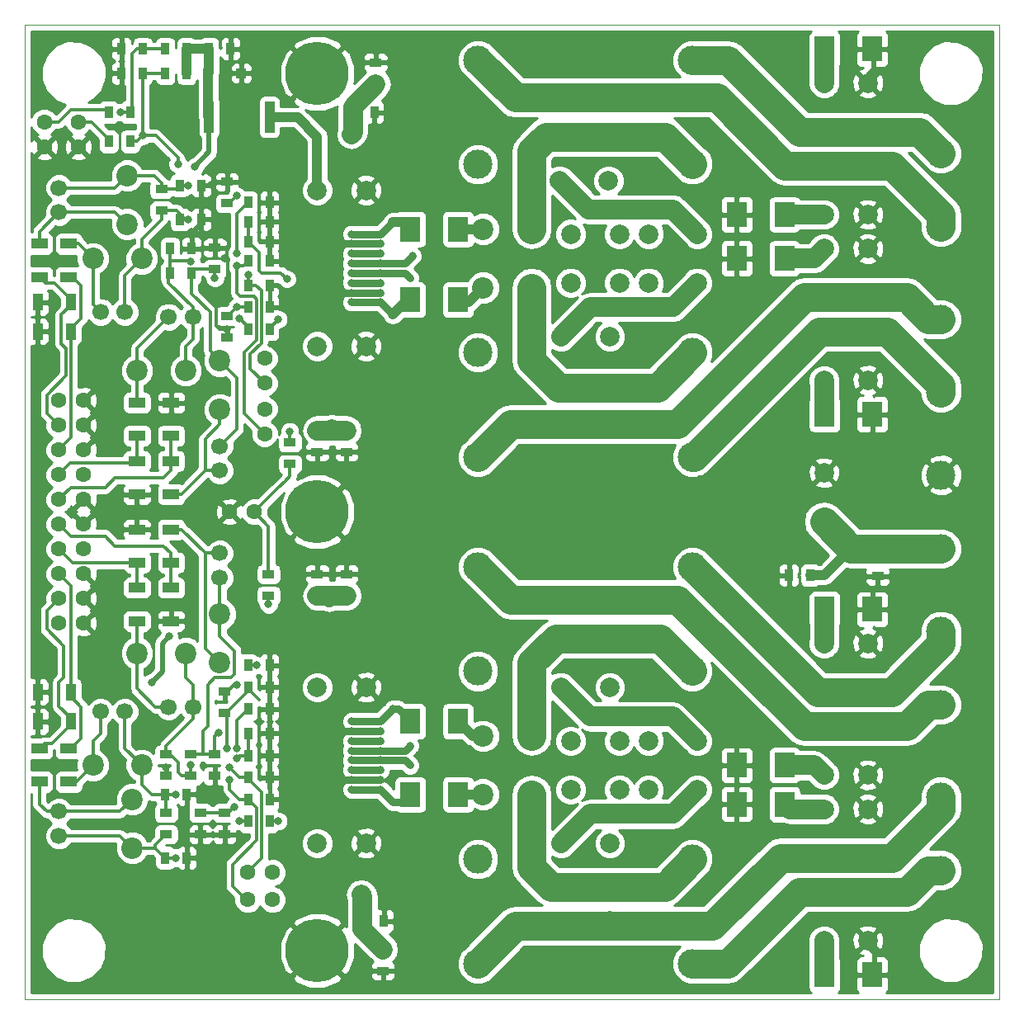
<source format=gtl>
G04 #@! TF.FileFunction,Copper,L1,Top,Signal*
%FSLAX46Y46*%
G04 Gerber Fmt 4.6, Leading zero omitted, Abs format (unit mm)*
G04 Created by KiCad (PCBNEW 4.0.5) date 02/14/17 11:50:05*
%MOMM*%
%LPD*%
G01*
G04 APERTURE LIST*
%ADD10C,0.150000*%
%ADD11C,0.100000*%
%ADD12R,1.300000X0.900000*%
%ADD13R,0.900000X1.300000*%
%ADD14C,1.700000*%
%ADD15C,2.200000*%
%ADD16C,3.000000*%
%ADD17C,1.600000*%
%ADD18R,1.700000X1.100000*%
%ADD19R,1.100000X1.700000*%
%ADD20R,2.100000X2.600000*%
%ADD21C,2.000000*%
%ADD22R,1.000000X1.000000*%
%ADD23R,1.000000X3.200000*%
%ADD24C,6.500000*%
%ADD25C,0.800000*%
%ADD26C,0.300000*%
%ADD27C,0.500000*%
%ADD28C,0.800000*%
%ADD29C,2.000000*%
%ADD30C,1.000000*%
%ADD31C,3.000000*%
%ADD32C,0.350000*%
%ADD33C,0.254000*%
G04 APERTURE END LIST*
D10*
D11*
X0Y100000000D02*
X100000000Y100000000D01*
X15000000Y0D02*
X0Y0D01*
X100000000Y0D02*
X15000000Y0D01*
X100000000Y100000000D02*
X100000000Y0D01*
X0Y0D02*
X0Y100000000D01*
D12*
X30000000Y58350000D03*
X30000000Y56150000D03*
X14500000Y16900000D03*
X14500000Y19100000D03*
X14500000Y22900000D03*
X14500000Y25100000D03*
D13*
X25100000Y73250000D03*
X22900000Y73250000D03*
X25100000Y32000000D03*
X22900000Y32000000D03*
X25100000Y22750000D03*
X22900000Y22750000D03*
X25100000Y20500000D03*
X22900000Y20500000D03*
D12*
X19500000Y22900000D03*
X19500000Y25100000D03*
X17000000Y22900000D03*
X17000000Y25100000D03*
D13*
X16600000Y21000000D03*
X14400000Y21000000D03*
D12*
X19500000Y77100000D03*
X19500000Y74900000D03*
D13*
X16600000Y14500000D03*
X14400000Y14500000D03*
D12*
X25000000Y43600000D03*
X25000000Y41400000D03*
D13*
X25100000Y75750000D03*
X22900000Y75750000D03*
X80600000Y43500000D03*
X78400000Y43500000D03*
D12*
X87500000Y45600000D03*
X87500000Y43400000D03*
X27200000Y57100000D03*
X27200000Y54900000D03*
D14*
X3500000Y16750000D03*
X3500000Y19250000D03*
D15*
X11000000Y15500000D03*
X11000000Y20500000D03*
X12000000Y24000000D03*
X7000000Y24000000D03*
D14*
X10250000Y29500000D03*
X7750000Y29500000D03*
X17250000Y30000000D03*
X14750000Y30000000D03*
D15*
X16500000Y35500000D03*
X11500000Y35500000D03*
X20000000Y39500000D03*
X20000000Y34500000D03*
D14*
X20000000Y43250000D03*
X20000000Y45750000D03*
X20000000Y56750000D03*
X20000000Y54250000D03*
D15*
X20000000Y65500000D03*
X20000000Y60500000D03*
D13*
X17100000Y74500000D03*
X14900000Y74500000D03*
D15*
X16500000Y64500000D03*
X11500000Y64500000D03*
D13*
X17100000Y77000000D03*
X14900000Y77000000D03*
D14*
X17250000Y70000000D03*
X14750000Y70000000D03*
X10250000Y70500000D03*
X7750000Y70500000D03*
D13*
X18100000Y80000000D03*
X15900000Y80000000D03*
D15*
X12000000Y76000000D03*
X7000000Y76000000D03*
D12*
X14000000Y80900000D03*
X14000000Y83100000D03*
D15*
X10500000Y84500000D03*
X10500000Y79500000D03*
D13*
X18100000Y83500000D03*
X15900000Y83500000D03*
D14*
X3500000Y83250000D03*
X3500000Y80750000D03*
D12*
X36750000Y5100000D03*
X36750000Y2900000D03*
D13*
X34650000Y8000000D03*
X36850000Y8000000D03*
X25100000Y18250000D03*
X22900000Y18250000D03*
D15*
X47000000Y21000000D03*
X52000000Y21000000D03*
D12*
X18000000Y19100000D03*
X18000000Y16900000D03*
X20500000Y19100000D03*
X20500000Y16900000D03*
D15*
X47000000Y27000000D03*
X52000000Y27000000D03*
D13*
X22900000Y27250000D03*
X25100000Y27250000D03*
X22900000Y25000000D03*
X25100000Y25000000D03*
X22900000Y29750000D03*
X25100000Y29750000D03*
D12*
X20500000Y29400000D03*
X20500000Y31600000D03*
X33000000Y41400000D03*
X33000000Y43600000D03*
X30000000Y41400000D03*
X30000000Y43600000D03*
D13*
X22900000Y34250000D03*
X25100000Y34250000D03*
D12*
X36000000Y93900000D03*
X36000000Y96100000D03*
D13*
X33650000Y91000000D03*
X35850000Y91000000D03*
X22900000Y71000000D03*
X25100000Y71000000D03*
D12*
X20750000Y70100000D03*
X20750000Y67900000D03*
D13*
X22900000Y79750000D03*
X25100000Y79750000D03*
X22900000Y77750000D03*
X25100000Y77750000D03*
X22900000Y81750000D03*
X25100000Y81750000D03*
D12*
X20750000Y81650000D03*
X20750000Y83850000D03*
D16*
X46500000Y14350000D03*
X46500000Y3650000D03*
X68500000Y14350000D03*
X68500000Y3650000D03*
X68500000Y33650000D03*
X68500000Y44350000D03*
X46500000Y33650000D03*
X46500000Y44350000D03*
X46500000Y66350000D03*
X46500000Y55650000D03*
X68500000Y66350000D03*
X68500000Y55650000D03*
X68500000Y85650000D03*
X68500000Y96350000D03*
X46500000Y85650000D03*
X46500000Y96350000D03*
X94000000Y46230000D03*
X94000000Y53770000D03*
D17*
X6020000Y38570000D03*
X3480000Y38570000D03*
X6020000Y41110000D03*
X3480000Y41110000D03*
X6020000Y43650000D03*
X3480000Y43650000D03*
X6020000Y46190000D03*
X3480000Y46190000D03*
X6020000Y48730000D03*
X3480000Y48730000D03*
X6020000Y51270000D03*
X3480000Y51270000D03*
X6020000Y53810000D03*
X3480000Y53810000D03*
X6020000Y56350000D03*
X3480000Y56350000D03*
X6020000Y58890000D03*
X3480000Y58890000D03*
X6020000Y61430000D03*
X3480000Y61430000D03*
D16*
X94000000Y13230000D03*
X94000000Y20770000D03*
X94000000Y30230000D03*
X94000000Y37770000D03*
D17*
X21000000Y50000000D03*
X23540000Y50000000D03*
D16*
X94000000Y62230000D03*
X94000000Y69770000D03*
X94000000Y79230000D03*
X94000000Y86770000D03*
D18*
X1500000Y22300000D03*
X1500000Y25700000D03*
D19*
X4700000Y28500000D03*
X1300000Y28500000D03*
X4700000Y31500000D03*
X1300000Y31500000D03*
D18*
X4500000Y22300000D03*
X4500000Y25700000D03*
X11500000Y38800000D03*
X11500000Y42200000D03*
X11500000Y44800000D03*
X11500000Y48200000D03*
X15000000Y42200000D03*
X15000000Y38800000D03*
X15000000Y48200000D03*
X15000000Y44800000D03*
X15000000Y51800000D03*
X15000000Y55200000D03*
X15000000Y57800000D03*
X15000000Y61200000D03*
X11500000Y55200000D03*
X11500000Y51800000D03*
X11500000Y61200000D03*
X11500000Y57800000D03*
X4500000Y77500000D03*
X4500000Y74100000D03*
D19*
X4700000Y68500000D03*
X1300000Y68500000D03*
X4700000Y71500000D03*
X1300000Y71500000D03*
D18*
X1500000Y77500000D03*
X1500000Y74100000D03*
D20*
X77950000Y20000000D03*
X73050000Y20000000D03*
X44450000Y21000000D03*
X39550000Y21000000D03*
X82050000Y2500000D03*
X86950000Y2500000D03*
X44450000Y28500000D03*
X39550000Y28500000D03*
X82050000Y40000000D03*
X86950000Y40000000D03*
X77950000Y24000000D03*
X73050000Y24000000D03*
X77950000Y76000000D03*
X73050000Y76000000D03*
X44450000Y71750000D03*
X39550000Y71750000D03*
X82050000Y60000000D03*
X86950000Y60000000D03*
X44450000Y79000000D03*
X39550000Y79000000D03*
X82050000Y97500000D03*
X86950000Y97500000D03*
X77950000Y80500000D03*
X73050000Y80500000D03*
D15*
X47000000Y73000000D03*
X52000000Y73000000D03*
X47000000Y79000000D03*
X52000000Y79000000D03*
D12*
X33000000Y58350000D03*
X33000000Y56150000D03*
D21*
X30000000Y67000000D03*
X35000000Y67000000D03*
X30000000Y83000000D03*
X35000000Y83000000D03*
X30000000Y32000000D03*
X35000000Y32000000D03*
X30000000Y16000000D03*
X35000000Y16000000D03*
X82000000Y14500000D03*
X82000000Y19500000D03*
X86500000Y14500000D03*
X86500000Y19500000D03*
X55000000Y16000000D03*
X60000000Y16000000D03*
X56000000Y21500000D03*
X61000000Y21500000D03*
X86500000Y6000000D03*
X86500000Y11000000D03*
X82000000Y11000000D03*
X82000000Y6000000D03*
X82000000Y31500000D03*
X82000000Y36500000D03*
X60000000Y32000000D03*
X55000000Y32000000D03*
X61000000Y26500000D03*
X56000000Y26500000D03*
X86500000Y31500000D03*
X86500000Y36500000D03*
X86500000Y23000000D03*
X86500000Y28000000D03*
X82000000Y28000000D03*
X82000000Y23000000D03*
X82000000Y72000000D03*
X82000000Y77000000D03*
X86500000Y72000000D03*
X86500000Y77000000D03*
X55000000Y68000000D03*
X60000000Y68000000D03*
X56000000Y73500000D03*
X61000000Y73500000D03*
X86500000Y63500000D03*
X86500000Y68500000D03*
X82000000Y68500000D03*
X82000000Y63500000D03*
X82000000Y89000000D03*
X82000000Y94000000D03*
X64000000Y78500000D03*
X69000000Y78500000D03*
X59879668Y83970438D03*
X54879668Y83970438D03*
X86500000Y89000000D03*
X86500000Y94000000D03*
X86500000Y80500000D03*
X86500000Y85500000D03*
X82000000Y85500000D03*
X82000000Y80500000D03*
X69000000Y21500000D03*
X64000000Y21500000D03*
X64000000Y26500000D03*
X69000000Y26500000D03*
X69000000Y73500000D03*
X64000000Y73500000D03*
X61000000Y78500000D03*
X56000000Y78500000D03*
D13*
X18900000Y97500000D03*
X21100000Y97500000D03*
X12100000Y97500000D03*
X9900000Y97500000D03*
X12100000Y95000000D03*
X9900000Y95000000D03*
D22*
X18800000Y95000000D03*
X22200000Y95000000D03*
D17*
X5500000Y87460000D03*
X5500000Y90000000D03*
X2000000Y87460000D03*
X2000000Y90000000D03*
D23*
X18900000Y90500000D03*
X25100000Y90500000D03*
D13*
X16600000Y95000000D03*
X14400000Y95000000D03*
X10800000Y88000000D03*
X8600000Y88000000D03*
X16600000Y97500000D03*
X14400000Y97500000D03*
X10800000Y91000000D03*
X8600000Y91000000D03*
X25100000Y68750000D03*
X22900000Y68750000D03*
D21*
X82000000Y49000000D03*
X82000000Y54000000D03*
D24*
X30000000Y50000000D03*
X30000000Y5000000D03*
X30000000Y95000000D03*
D17*
X22860000Y13000000D03*
X25400000Y13000000D03*
X22860000Y10200000D03*
X25400000Y10200000D03*
X24600000Y63200000D03*
X24600000Y65740000D03*
X24600000Y58000000D03*
X24600000Y60540000D03*
D25*
X6200000Y79000000D03*
X6898471Y20459700D03*
X21636900Y7312034D03*
X64300000Y55600000D03*
X51200000Y55500000D03*
X50900000Y44700000D03*
X64600000Y44800000D03*
X71700000Y45500000D03*
X71800000Y54800000D03*
X57700000Y44750000D03*
X57700000Y55500000D03*
X21100000Y87700000D03*
X16400000Y88100000D03*
X2500000Y92000000D03*
X1200000Y98800000D03*
X1300000Y1300000D03*
X98800000Y1300000D03*
X98800000Y98800000D03*
X78200000Y94100000D03*
X79300000Y5900000D03*
X69200000Y10700000D03*
X69500000Y89100000D03*
X45200000Y75900000D03*
X54400000Y75900000D03*
X62400000Y75900000D03*
X45200000Y23900000D03*
X54300000Y23900000D03*
X62500000Y23900000D03*
X71100000Y20000000D03*
X71000000Y24000000D03*
X71100000Y76000000D03*
X71100000Y80500000D03*
X27235803Y78502597D03*
X27500000Y21600000D03*
X28580475Y56122689D03*
X26600000Y68300000D03*
X16955226Y78494003D03*
X16211259Y18798787D03*
X16205851Y17434940D03*
X6700000Y13400000D03*
X10900000Y12200000D03*
X16538535Y12179887D03*
X11000000Y18000000D03*
X27300000Y61000000D03*
X27300000Y64900000D03*
X17000000Y45200000D03*
X17000000Y41700000D03*
X17000000Y54600000D03*
X17000000Y58300000D03*
X22224316Y85762907D03*
X19097195Y83511380D03*
X18197524Y21515765D03*
X96565025Y38061262D03*
X96645547Y30250570D03*
X96766331Y12938212D03*
X96806592Y20869687D03*
X96565025Y46261482D03*
X96871653Y86718680D03*
X96748603Y78509485D03*
X96731024Y62214146D03*
X96731024Y69737776D03*
X19500000Y21400000D03*
X14500000Y23800000D03*
X1250000Y57500000D03*
X1250000Y55000000D03*
X1250000Y52500000D03*
X1250000Y50000000D03*
X1250000Y47500000D03*
X1250000Y44750000D03*
X1250000Y42250000D03*
X27250000Y88000000D03*
X17750000Y99000000D03*
X13250000Y99000000D03*
X15250000Y91750000D03*
X38750000Y90750000D03*
X36500000Y40000000D03*
X36500000Y59750000D03*
X36500000Y49500000D03*
X36500000Y50750000D03*
X37750000Y50750000D03*
X40750000Y56500000D03*
X41000000Y43250000D03*
X42500000Y43250000D03*
X42250000Y56500000D03*
X9750000Y50000000D03*
X18500000Y48000000D03*
X18500000Y51750000D03*
X18500000Y50000000D03*
X16250000Y50000000D03*
X17000000Y61250000D03*
X11500000Y50000000D03*
X17000000Y38750000D03*
X73000000Y17500000D03*
X73000000Y26250000D03*
X73000000Y73750000D03*
X73000000Y82750000D03*
X48500000Y10500000D03*
X43000000Y10000000D03*
X47250000Y90250000D03*
X41500000Y90250000D03*
X48000000Y62750000D03*
X42250000Y62750000D03*
X49000000Y36750000D03*
X42500000Y36750000D03*
X19600000Y71700000D03*
X20500000Y76000000D03*
X19800000Y80100000D03*
X30500000Y11000000D03*
X27000000Y15250000D03*
X18000000Y15250000D03*
X20500000Y15250000D03*
X1750000Y8750000D03*
X1750000Y14000000D03*
X9750000Y9000000D03*
X8250000Y1250000D03*
X18250000Y1250000D03*
X26250000Y1250000D03*
X87000000Y42000000D03*
X90000000Y60000000D03*
X89500000Y40000000D03*
X85750000Y43500000D03*
X78250000Y41500000D03*
X76750000Y43500000D03*
X87000000Y57000000D03*
X78000000Y58000000D03*
X54250000Y44750000D03*
X61000000Y44750000D03*
X61000000Y55500000D03*
X54500000Y55500000D03*
X57750000Y95500000D03*
X57750000Y4750000D03*
X41250000Y1250000D03*
X51500000Y1250000D03*
X63500000Y1250000D03*
X73500000Y1250000D03*
X79250000Y1250000D03*
X90750000Y2500000D03*
X98250000Y8000000D03*
X98000000Y25500000D03*
X98250000Y74500000D03*
X90250000Y97500000D03*
X79500000Y98750000D03*
X74250000Y98750000D03*
X63750000Y98750000D03*
X52000000Y98750000D03*
X41500000Y98750000D03*
X25000000Y84500000D03*
X27250000Y81750000D03*
X35750000Y89000000D03*
X36000000Y97750000D03*
X33000000Y63750000D03*
X37500000Y58750000D03*
X42250000Y54750000D03*
X35250000Y53500000D03*
X33000000Y54500000D03*
X39250000Y8000000D03*
X36750000Y1250000D03*
X30000000Y45250000D03*
X33000000Y45250000D03*
X34250000Y45750000D03*
X37750000Y49500000D03*
X42500000Y44750000D03*
X37750000Y41250000D03*
X33250000Y36250000D03*
X25000000Y37000000D03*
X21750000Y32250000D03*
X27500000Y25250000D03*
X20750000Y68750000D03*
X24500000Y95000000D03*
X23000000Y97500000D03*
X8500000Y92750000D03*
X8500000Y97500000D03*
X3000000Y71500000D03*
X1250000Y65750000D03*
X3000000Y28500000D03*
X1250000Y34250000D03*
X27000000Y75250000D03*
X36500000Y22500000D03*
X33500000Y22500000D03*
X33500000Y72500000D03*
X36500000Y72500000D03*
X33500000Y77500000D03*
X36500000Y77500000D03*
X33500000Y27500000D03*
X36500000Y27500000D03*
X35000000Y19250000D03*
X35000000Y30000000D03*
X35000000Y80500000D03*
X35000000Y69500000D03*
X34500000Y10750000D03*
X33500000Y88750000D03*
X31250000Y41250000D03*
X31500000Y58500000D03*
X33500000Y23500000D03*
X36500000Y23500000D03*
X33500000Y26500000D03*
X36500000Y26500000D03*
X36500000Y76500000D03*
X33500000Y76500000D03*
X33500000Y73500000D03*
X36500000Y73500000D03*
X15500000Y14500000D03*
X15500000Y21000000D03*
X17000000Y24000000D03*
X19861608Y27318411D03*
X19500000Y74000000D03*
X17043551Y75719828D03*
X16750000Y80000000D03*
X16750000Y83500000D03*
X39500000Y26000000D03*
X36500000Y25500000D03*
X33500000Y25500000D03*
X9838296Y90972256D03*
X15693089Y85695221D03*
X12100000Y88600000D03*
X26000000Y18250000D03*
X22021830Y18255045D03*
X39500000Y24000000D03*
X36500000Y24500000D03*
X33500000Y24500000D03*
X21500000Y19750000D03*
X21750000Y24750000D03*
X21747378Y25743885D03*
X20750000Y25750000D03*
X23750000Y34250000D03*
X26000000Y69750000D03*
X22041914Y69819501D03*
X39500000Y74000000D03*
X36500000Y74500000D03*
X33500000Y74500000D03*
X21750000Y71000000D03*
X39750000Y76250000D03*
X36500000Y75500000D03*
X33500000Y75500000D03*
X26869507Y73890122D03*
X21750000Y76500000D03*
X21759715Y82421355D03*
X37750000Y20250000D03*
X36500000Y21500000D03*
X33500000Y21500000D03*
X37750000Y29750000D03*
X33500000Y28500000D03*
X36500000Y28500000D03*
X37750000Y70250000D03*
X36500000Y71500000D03*
X33500000Y71500000D03*
X37750000Y79750000D03*
X36500000Y78500000D03*
X33500000Y78500000D03*
X25000000Y40500000D03*
X27190857Y58261969D03*
X17400000Y85400000D03*
X13000000Y32500000D03*
X14800000Y37200000D03*
X21000000Y23750000D03*
X21000000Y22500000D03*
X22925342Y74316506D03*
X21750000Y75250000D03*
D26*
X21636900Y7312034D02*
X22170168Y7845302D01*
X22170168Y7845302D02*
X26500731Y7845302D01*
X26500731Y7845302D02*
X29655429Y11000000D01*
X29655429Y11000000D02*
X30500000Y11000000D01*
X54500000Y55500000D02*
X51200000Y55500000D01*
X61000000Y44750000D02*
X64550000Y44750000D01*
X64550000Y44750000D02*
X64600000Y44800000D01*
X76750000Y43500000D02*
X73700000Y43500000D01*
X73700000Y43500000D02*
X71700000Y45500000D01*
X78000000Y58000000D02*
X75000000Y58000000D01*
X75000000Y58000000D02*
X71800000Y54800000D01*
X54500000Y55500000D02*
X57700000Y55500000D01*
D27*
X87200000Y5300000D02*
X87200000Y4700000D01*
X87200000Y4700000D02*
X87200000Y2750000D01*
X86500000Y6000000D02*
X86500000Y5400000D01*
X86500000Y5400000D02*
X87200000Y4700000D01*
X87200000Y2750000D02*
X86950000Y2500000D01*
X86500000Y6000000D02*
X87200000Y5300000D01*
X87100000Y94700000D02*
X87100000Y95400000D01*
X87100000Y95400000D02*
X87100000Y97350000D01*
X86500000Y94000000D02*
X86500000Y94800000D01*
X86500000Y94800000D02*
X87100000Y95400000D01*
X87100000Y97350000D02*
X86950000Y97500000D01*
X86500000Y94100000D02*
X87100000Y94700000D01*
D26*
X86500000Y94000000D02*
X86500000Y94100000D01*
X22224316Y85762907D02*
X22224316Y86575684D01*
X22224316Y86575684D02*
X21100000Y87700000D01*
X15250000Y91750000D02*
X15250000Y89250000D01*
X15250000Y89250000D02*
X16400000Y88100000D01*
X1200000Y98800000D02*
X1200000Y93300000D01*
X1200000Y93300000D02*
X2500000Y92000000D01*
X8100000Y97500000D02*
X6800000Y98800000D01*
X6800000Y98800000D02*
X1200000Y98800000D01*
X8500000Y97500000D02*
X8100000Y97500000D01*
X8250000Y1250000D02*
X1350000Y1250000D01*
X1350000Y1250000D02*
X1300000Y1300000D01*
X98250000Y8000000D02*
X98800000Y7450000D01*
X98800000Y7450000D02*
X98800000Y1300000D01*
X91700000Y97500000D02*
X93000000Y98800000D01*
X93000000Y98800000D02*
X98800000Y98800000D01*
X90250000Y97500000D02*
X91700000Y97500000D01*
X79500000Y98750000D02*
X79500000Y95400000D01*
X79500000Y95400000D02*
X78200000Y94100000D01*
X79250000Y1250000D02*
X79250000Y5850000D01*
X79250000Y5850000D02*
X79300000Y5900000D01*
X73000000Y17500000D02*
X73000000Y14500000D01*
X73000000Y14500000D02*
X69200000Y10700000D01*
X73000000Y82750000D02*
X73000000Y85600000D01*
X73000000Y85600000D02*
X69500000Y89100000D01*
X54400000Y75900000D02*
X45200000Y75900000D01*
X71100000Y76000000D02*
X62500000Y76000000D01*
X62500000Y76000000D02*
X62400000Y75900000D01*
X54300000Y23900000D02*
X45200000Y23900000D01*
X71000000Y24000000D02*
X62600000Y24000000D01*
X62600000Y24000000D02*
X62500000Y23900000D01*
X73050000Y20000000D02*
X71100000Y20000000D01*
X73050000Y24000000D02*
X71000000Y24000000D01*
X73050000Y76000000D02*
X71100000Y76000000D01*
X73050000Y80500000D02*
X71100000Y80500000D01*
X22224316Y85762907D02*
X21384503Y85762907D01*
X21384503Y85762907D02*
X20750000Y85128404D01*
X20750000Y85128404D02*
X20750000Y83850000D01*
X27235803Y78502597D02*
X26483206Y77750000D01*
X26483206Y77750000D02*
X25100000Y77750000D01*
X25100000Y22750000D02*
X26350000Y22750000D01*
X26350000Y22750000D02*
X27500000Y21600000D01*
D27*
X27800000Y71400000D02*
X27800000Y69500000D01*
X27800000Y69500000D02*
X26600000Y68300000D01*
X25950000Y73250000D02*
X27800000Y71400000D01*
X25100000Y73250000D02*
X25950000Y73250000D01*
D26*
X28580475Y56122689D02*
X28607786Y56150000D01*
X28607786Y56150000D02*
X30000000Y56150000D01*
X27300000Y64900000D02*
X27300000Y67600000D01*
X27300000Y67600000D02*
X26600000Y68300000D01*
X27300000Y62800000D02*
X27300000Y61000000D01*
X27300000Y62800000D02*
X32050000Y62800000D01*
X27300000Y64900000D02*
X27300000Y62800000D01*
X32050000Y62800000D02*
X33000000Y63750000D01*
D27*
X16994003Y78494003D02*
X18100000Y79600000D01*
X18100000Y79600000D02*
X18100000Y80000000D01*
X16955226Y78494003D02*
X16994003Y78494003D01*
D26*
X16205851Y17434940D02*
X16205851Y17394149D01*
X16205851Y17394149D02*
X16700000Y16900000D01*
X16700000Y16900000D02*
X18000000Y16900000D01*
X10900000Y12200000D02*
X7900000Y12200000D01*
X7900000Y12200000D02*
X6700000Y13400000D01*
X33400000Y68600000D02*
X32600000Y69400000D01*
X35000000Y67000000D02*
X33400000Y68600000D01*
X17000000Y38750000D02*
X17000000Y41700000D01*
X17000000Y61250000D02*
X17000000Y58300000D01*
X22224316Y85762907D02*
X22206446Y85745037D01*
X18100000Y83500000D02*
X19085815Y83500000D01*
X19085815Y83500000D02*
X19097195Y83511380D01*
X16600000Y21000000D02*
X17681759Y21000000D01*
X17681759Y21000000D02*
X18197524Y21515765D01*
X96565025Y38061262D02*
X97500000Y38996237D01*
X97500000Y38996237D02*
X97500000Y45326507D01*
X97500000Y45326507D02*
X96565025Y46261482D01*
X96645547Y30250570D02*
X97250000Y29646117D01*
X97250000Y29646117D02*
X97250000Y26250000D01*
X97250000Y26250000D02*
X98000000Y25500000D01*
X96766331Y12938212D02*
X97250000Y13421881D01*
X97250000Y13421881D02*
X97250000Y20426279D01*
X97250000Y20426279D02*
X96806592Y20869687D01*
X96871653Y86718680D02*
X97750000Y85840333D01*
X97750000Y85840333D02*
X97750000Y79510882D01*
X97750000Y79510882D02*
X96748603Y78509485D01*
X96731024Y62214146D02*
X97500000Y62983122D01*
X97500000Y62983122D02*
X97500000Y68968800D01*
X97500000Y68968800D02*
X96731024Y69737776D01*
X19500000Y22900000D02*
X19500000Y21400000D01*
X14500000Y22900000D02*
X14500000Y23800000D01*
X1250000Y55000000D02*
X1250000Y57500000D01*
X1250000Y50000000D02*
X1250000Y52500000D01*
X1250000Y44750000D02*
X1250000Y47500000D01*
X1250000Y34250000D02*
X1250000Y42250000D01*
X25000000Y84500000D02*
X25000000Y85750000D01*
X25000000Y85750000D02*
X27250000Y88000000D01*
X8500000Y98750000D02*
X8750000Y99000000D01*
X8750000Y99000000D02*
X13250000Y99000000D01*
X8500000Y97500000D02*
X8500000Y98750000D01*
X33250000Y36750000D02*
X36500000Y40000000D01*
X36500000Y40000000D02*
X37750000Y41250000D01*
X37500000Y58750000D02*
X36500000Y59750000D01*
X36500000Y59750000D02*
X33000000Y63250000D01*
X36500000Y50750000D02*
X36500000Y49500000D01*
X37750000Y49500000D02*
X37750000Y50750000D01*
X42500000Y43250000D02*
X41000000Y43250000D01*
X42500000Y44750000D02*
X42500000Y43250000D01*
X42250000Y54750000D02*
X42250000Y56500000D01*
X11500000Y50000000D02*
X9750000Y50000000D01*
X18500000Y50000000D02*
X18500000Y48000000D01*
X18500000Y50000000D02*
X18500000Y51750000D01*
X11500000Y50000000D02*
X16250000Y50000000D01*
X15000000Y61200000D02*
X16950000Y61200000D01*
X16950000Y61200000D02*
X17000000Y61250000D01*
X11500000Y48200000D02*
X11500000Y50000000D01*
X15000000Y38800000D02*
X16950000Y38800000D01*
X16950000Y38800000D02*
X17000000Y38750000D01*
X73050000Y20000000D02*
X73050000Y17550000D01*
X73050000Y17550000D02*
X73000000Y17500000D01*
X73050000Y24000000D02*
X73050000Y26200000D01*
X73050000Y26200000D02*
X73000000Y26250000D01*
X73050000Y76000000D02*
X73050000Y73800000D01*
X73050000Y73800000D02*
X73000000Y73750000D01*
X73050000Y80500000D02*
X73050000Y82700000D01*
X73050000Y82700000D02*
X73000000Y82750000D01*
X39250000Y8000000D02*
X41000000Y8000000D01*
X41000000Y8000000D02*
X43000000Y10000000D01*
X41500000Y98750000D02*
X41500000Y90250000D01*
X42250000Y62750000D02*
X48000000Y62750000D01*
X42500000Y36750000D02*
X49000000Y36750000D01*
X19500000Y77100000D02*
X20751239Y77100000D01*
X20751239Y77100000D02*
X20751239Y76251239D01*
X20751239Y76251239D02*
X20500000Y76000000D01*
X20800000Y75700000D02*
X20800000Y72900000D01*
X20800000Y72900000D02*
X19600000Y71700000D01*
X20500000Y76000000D02*
X20800000Y75700000D01*
X19950000Y68750000D02*
X19600000Y69100000D01*
X19600000Y69100000D02*
X19600000Y71700000D01*
X20750000Y68750000D02*
X19950000Y68750000D01*
X18100000Y80000000D02*
X19700000Y80000000D01*
X19700000Y80000000D02*
X19800000Y80100000D01*
X18000000Y16900000D02*
X18000000Y15250000D01*
X20500000Y16900000D02*
X20500000Y15250000D01*
X9750000Y9000000D02*
X6750000Y9000000D01*
X6750000Y9000000D02*
X1750000Y14000000D01*
X18250000Y1250000D02*
X8250000Y1250000D01*
X30000000Y5000000D02*
X26250000Y1250000D01*
X86950000Y40000000D02*
X86950000Y41950000D01*
X86950000Y41950000D02*
X87000000Y42000000D01*
X86950000Y60000000D02*
X90000000Y60000000D01*
X86950000Y40000000D02*
X89500000Y40000000D01*
X87500000Y43400000D02*
X85850000Y43400000D01*
X85850000Y43400000D02*
X85750000Y43500000D01*
X78400000Y43500000D02*
X78400000Y41650000D01*
X78400000Y41650000D02*
X78250000Y41500000D01*
X78400000Y43500000D02*
X76750000Y43500000D01*
X86950000Y60000000D02*
X86950000Y57050000D01*
X86950000Y57050000D02*
X87000000Y57000000D01*
X61000000Y55500000D02*
X61000000Y44750000D01*
X42250000Y52250000D02*
X51250000Y52250000D01*
X51250000Y52250000D02*
X54500000Y55500000D01*
X42250000Y54750000D02*
X42250000Y52250000D01*
X52000000Y1250000D02*
X51500000Y1250000D01*
X63500000Y1250000D02*
X52000000Y1250000D01*
X52000000Y1250000D02*
X54250000Y1250000D01*
X54250000Y1250000D02*
X57750000Y4750000D01*
X79250000Y1250000D02*
X73500000Y1250000D01*
X86950000Y2500000D02*
X90750000Y2500000D01*
X86500000Y77000000D02*
X89000000Y74500000D01*
X89000000Y74500000D02*
X98250000Y74500000D01*
X86950000Y97500000D02*
X90250000Y97500000D01*
X74250000Y98750000D02*
X79500000Y98750000D01*
X52000000Y98750000D02*
X63750000Y98750000D01*
X36000000Y97750000D02*
X37000000Y98750000D01*
X37000000Y98750000D02*
X41500000Y98750000D01*
X25100000Y81750000D02*
X25100000Y84400000D01*
X25100000Y84400000D02*
X25000000Y84500000D01*
X25100000Y81750000D02*
X27250000Y81750000D01*
X35850000Y91000000D02*
X35850000Y89100000D01*
X35850000Y89100000D02*
X35750000Y89000000D01*
X36000000Y96100000D02*
X36000000Y97750000D01*
X33000000Y63250000D02*
X33000000Y63750000D01*
X35250000Y53500000D02*
X36500000Y54750000D01*
X36500000Y54750000D02*
X42250000Y54750000D01*
X33000000Y56150000D02*
X33000000Y54500000D01*
X36850000Y8000000D02*
X39250000Y8000000D01*
X36750000Y2900000D02*
X36750000Y1250000D01*
X30000000Y43600000D02*
X30000000Y45250000D01*
X33000000Y43600000D02*
X33000000Y45250000D01*
X42500000Y44750000D02*
X37750000Y49500000D01*
X33250000Y36250000D02*
X33250000Y36750000D01*
X25000000Y37000000D02*
X32500000Y37000000D01*
X32500000Y37000000D02*
X33250000Y36250000D01*
X25100000Y34250000D02*
X25100000Y36900000D01*
X25100000Y36900000D02*
X25000000Y37000000D01*
X20500000Y31600000D02*
X20774445Y31600000D01*
X20774445Y31600000D02*
X21424445Y32250000D01*
X21424445Y32250000D02*
X21750000Y32250000D01*
X20750000Y67900000D02*
X20750000Y68750000D01*
X22200000Y95000000D02*
X24500000Y95000000D01*
X21100000Y97500000D02*
X23000000Y97500000D01*
X9900000Y95000000D02*
X9900000Y93514507D01*
X9900000Y93514507D02*
X9135493Y92750000D01*
X9135493Y92750000D02*
X8500000Y92750000D01*
X9900000Y97500000D02*
X8500000Y97500000D01*
X1300000Y71500000D02*
X3000000Y71500000D01*
X1300000Y68500000D02*
X1300000Y65800000D01*
X1300000Y65800000D02*
X1250000Y65750000D01*
X1300000Y28500000D02*
X3000000Y28500000D01*
X1300000Y31500000D02*
X1300000Y34200000D01*
X1300000Y34200000D02*
X1250000Y34250000D01*
D28*
X31750000Y29500000D02*
X32250000Y30000000D01*
X32250000Y30000000D02*
X35000000Y30000000D01*
X31750000Y28000000D02*
X31750000Y29500000D01*
X32250000Y27500000D02*
X31750000Y28000000D01*
X33500000Y27500000D02*
X32250000Y27500000D01*
X32000000Y19750000D02*
X32500000Y19250000D01*
X32500000Y19250000D02*
X35000000Y19250000D01*
X32000000Y22000000D02*
X32000000Y19750000D01*
X32500000Y22500000D02*
X32000000Y22000000D01*
X33500000Y22500000D02*
X32500000Y22500000D01*
X32000000Y79750000D02*
X32750000Y80500000D01*
X32750000Y80500000D02*
X35000000Y80500000D01*
X32000000Y77750000D02*
X32000000Y79750000D01*
X32250000Y77500000D02*
X32000000Y77750000D01*
X33500000Y77500000D02*
X32250000Y77500000D01*
X32250000Y70250000D02*
X33000000Y69500000D01*
X33000000Y69500000D02*
X35000000Y69500000D01*
X32250000Y72250000D02*
X32250000Y70250000D01*
X32500000Y72500000D02*
X32250000Y72250000D01*
X33500000Y72500000D02*
X32500000Y72500000D01*
X36500000Y72500000D02*
X33500000Y72500000D01*
X33500000Y77500000D02*
X36500000Y77500000D01*
X33500000Y22500000D02*
X36500000Y22500000D01*
X33500000Y27500000D02*
X36500000Y27500000D01*
D29*
X34650000Y8000000D02*
X34650000Y7200000D01*
X34650000Y7200000D02*
X36750000Y5100000D01*
X34500000Y10750000D02*
X34650000Y10600000D01*
X34650000Y10600000D02*
X34650000Y8000000D01*
X33650000Y91000000D02*
X33650000Y91550000D01*
X33650000Y91550000D02*
X36000000Y93900000D01*
X33500000Y88750000D02*
X33650000Y88900000D01*
X33650000Y88900000D02*
X33650000Y91000000D01*
X33000000Y41400000D02*
X31100000Y41400000D01*
X30000000Y41400000D02*
X31100000Y41400000D01*
X31100000Y41400000D02*
X31250000Y41250000D01*
X33000000Y58350000D02*
X31350000Y58350000D01*
X30000000Y58350000D02*
X31350000Y58350000D01*
X31350000Y58350000D02*
X31500000Y58500000D01*
D28*
X36500000Y73500000D02*
X33500000Y73500000D01*
X33500000Y76500000D02*
X36500000Y76500000D01*
X33500000Y26500000D02*
X36500000Y26500000D01*
X36500000Y23500000D02*
X33500000Y23500000D01*
D30*
X28000000Y90500000D02*
X30000000Y88500000D01*
X30000000Y88500000D02*
X30000000Y83000000D01*
X25100000Y90500000D02*
X28000000Y90500000D01*
X80600000Y43500000D02*
X82040000Y43500000D01*
X82040000Y43500000D02*
X84770000Y46230000D01*
D31*
X94000000Y46230000D02*
X87500000Y46230000D01*
X87500000Y46230000D02*
X84770000Y46230000D01*
D30*
X87500000Y45600000D02*
X87500000Y46230000D01*
D31*
X84770000Y46230000D02*
X82000000Y49000000D01*
D26*
X14400000Y14500000D02*
X15500000Y14500000D01*
X13400000Y15500000D02*
X13400000Y15800000D01*
X13400000Y15800000D02*
X14500000Y16900000D01*
X11000000Y15500000D02*
X13400000Y15500000D01*
X13400000Y15500000D02*
X14400000Y14500000D01*
X3500000Y16750000D02*
X9750000Y16750000D01*
X9750000Y16750000D02*
X11000000Y15500000D01*
X14400000Y21000000D02*
X15500000Y21000000D01*
X14500000Y19100000D02*
X14500000Y20900000D01*
X14500000Y20900000D02*
X14400000Y21000000D01*
X12000000Y22000000D02*
X13000000Y21000000D01*
X13000000Y21000000D02*
X14400000Y21000000D01*
X12000000Y24000000D02*
X12000000Y22000000D01*
X10250000Y29500000D02*
X10250000Y25750000D01*
X10250000Y25750000D02*
X12000000Y24000000D01*
X14500000Y25100000D02*
X14500000Y26000000D01*
X17250000Y28750000D02*
X14500000Y26000000D01*
X15750000Y24250000D02*
X14900000Y25100000D01*
X14900000Y25100000D02*
X14500000Y25100000D01*
X15750000Y23250000D02*
X15750000Y24250000D01*
X16100000Y22900000D02*
X15750000Y23250000D01*
X17000000Y22900000D02*
X16100000Y22900000D01*
X17000000Y24000000D02*
X17000000Y22900000D01*
X17250000Y28750000D02*
X17250000Y30000000D01*
X16850000Y22900000D02*
X17000000Y22900000D01*
X14500000Y25100000D02*
X14650000Y25100000D01*
X16500000Y33000000D02*
X17250000Y32250000D01*
X17250000Y32250000D02*
X17250000Y30000000D01*
X16500000Y35500000D02*
X16500000Y33000000D01*
X19861608Y27318411D02*
X19500000Y26956803D01*
X19500000Y26956803D02*
X19500000Y25100000D01*
X20000000Y39500000D02*
X20000000Y37250000D01*
X20000000Y37250000D02*
X21500000Y35750000D01*
X18750000Y28000000D02*
X18250000Y27500000D01*
X21500000Y35750000D02*
X21500000Y33387787D01*
X21500000Y33387787D02*
X21112213Y33000000D01*
X21112213Y33000000D02*
X19500000Y33000000D01*
X19500000Y33000000D02*
X18750000Y32250000D01*
X18750000Y32250000D02*
X18750000Y28000000D01*
X18250000Y27500000D02*
X18250000Y25100000D01*
X20000000Y39500000D02*
X20000000Y43250000D01*
X17000000Y25100000D02*
X18250000Y25100000D01*
X18250000Y25100000D02*
X19500000Y25100000D01*
D29*
X82000000Y6000000D02*
X82000000Y2550000D01*
X82000000Y2550000D02*
X82050000Y2500000D01*
D26*
X17100000Y74500000D02*
X17500000Y74900000D01*
X17500000Y74900000D02*
X19500000Y74900000D01*
X17100000Y74500000D02*
X17100000Y72400000D01*
X17100000Y72400000D02*
X19000000Y70500000D01*
X19000000Y70500000D02*
X19000000Y66500000D01*
X19000000Y66500000D02*
X20000000Y65500000D01*
X19500000Y74000000D02*
X19500000Y74900000D01*
X21750000Y58500000D02*
X21750000Y63750000D01*
X21750000Y63750000D02*
X20000000Y65500000D01*
X20000000Y56750000D02*
X21750000Y58500000D01*
X14900000Y75750000D02*
X14900000Y74500000D01*
X14900000Y75750000D02*
X17013379Y75750000D01*
X14900000Y77000000D02*
X14900000Y75750000D01*
X17013379Y75750000D02*
X17043551Y75719828D01*
X14750000Y74900000D02*
X14750000Y73500000D01*
X17250000Y71000000D02*
X17250000Y70000000D01*
X14750000Y73500000D02*
X17250000Y71000000D01*
X14750000Y74900000D02*
X14900000Y74900000D01*
X17250000Y67750000D02*
X16500000Y67000000D01*
X16500000Y67000000D02*
X16500000Y64500000D01*
X17250000Y70000000D02*
X17250000Y67750000D01*
X12000000Y76000000D02*
X12000000Y78000000D01*
X12000000Y78000000D02*
X14000000Y80000000D01*
X14000000Y80000000D02*
X14000000Y80900000D01*
X15900000Y80000000D02*
X16750000Y80000000D01*
X15600000Y80900000D02*
X16400000Y80100000D01*
X15900000Y80100000D02*
X15900000Y80000000D01*
X14000000Y80900000D02*
X15600000Y80900000D01*
X12000000Y76000000D02*
X10250000Y74250000D01*
X10250000Y74250000D02*
X10250000Y70500000D01*
X13250000Y84500000D02*
X10500000Y84500000D01*
X16750000Y83500000D02*
X15900000Y83500000D01*
X14000000Y83100000D02*
X16000000Y83100000D01*
X15500000Y83100000D02*
X15900000Y83500000D01*
X13250000Y84500000D02*
X14000000Y83750000D01*
X14000000Y83750000D02*
X14000000Y83100000D01*
X3500000Y83250000D02*
X9250000Y83250000D01*
X9250000Y83250000D02*
X10500000Y84500000D01*
D31*
X61000000Y37000000D02*
X65150000Y37000000D01*
X65150000Y37000000D02*
X68500000Y33650000D01*
D28*
X36500000Y25500000D02*
X39000000Y25500000D01*
X39000000Y25500000D02*
X39500000Y26000000D01*
X33500000Y25500000D02*
X36500000Y25500000D01*
D31*
X54500000Y37000000D02*
X52000000Y34500000D01*
X52000000Y34500000D02*
X52000000Y27000000D01*
X61000000Y37000000D02*
X54500000Y37000000D01*
D26*
X10800000Y91000000D02*
X9866040Y91000000D01*
X9866040Y91000000D02*
X9838296Y90972256D01*
X12100000Y97500000D02*
X14400000Y97500000D01*
X11000000Y97000000D02*
X11500000Y97500000D01*
X11500000Y97500000D02*
X12100000Y97500000D01*
X11000000Y91500000D02*
X11000000Y97000000D01*
X10600000Y91000000D02*
X10600000Y91100000D01*
X10800000Y88000000D02*
X11500000Y88000000D01*
X15693089Y85695221D02*
X15693089Y86338958D01*
X15693089Y86338958D02*
X13432047Y88600000D01*
X13432047Y88600000D02*
X12100000Y88600000D01*
X12100000Y95000000D02*
X14400000Y95000000D01*
X11500000Y88000000D02*
X12100000Y88600000D01*
X12100000Y88600000D02*
X12100000Y95000000D01*
D29*
X82000000Y23000000D02*
X81000000Y24000000D01*
X81000000Y24000000D02*
X77950000Y24000000D01*
D32*
X3500000Y19250000D02*
X9750000Y19250000D01*
X9750000Y19250000D02*
X11000000Y20500000D01*
X1500000Y20000000D02*
X2250000Y19250000D01*
X2250000Y19250000D02*
X3500000Y19250000D01*
X1500000Y22300000D02*
X1500000Y20000000D01*
D26*
X7000000Y26500000D02*
X7750000Y27250000D01*
X7750000Y27250000D02*
X7750000Y29500000D01*
X7000000Y24000000D02*
X7000000Y26500000D01*
X4500000Y22300000D02*
X5300000Y22300000D01*
X5300000Y22300000D02*
X7000000Y24000000D01*
X14750000Y30000000D02*
X13376592Y30000000D01*
X13376592Y30000000D02*
X11500000Y31876592D01*
X11500000Y31876592D02*
X11500000Y35500000D01*
X11500000Y38800000D02*
X11500000Y35500000D01*
D32*
X18500000Y45750000D02*
X18500000Y36000000D01*
X18500000Y36000000D02*
X20000000Y34500000D01*
X16050000Y48200000D02*
X18500000Y45750000D01*
X18500000Y45750000D02*
X20000000Y45750000D01*
X15000000Y48200000D02*
X16050000Y48200000D01*
D26*
X20000000Y60500000D02*
X20000000Y58964353D01*
X20000000Y58964353D02*
X18500000Y57464353D01*
X18500000Y57464353D02*
X18500000Y54250000D01*
X16050000Y51800000D02*
X18500000Y54250000D01*
X18500000Y54250000D02*
X20000000Y54250000D01*
X15000000Y51800000D02*
X16050000Y51800000D01*
X11500000Y64500000D02*
X11500000Y66750000D01*
X11500000Y66750000D02*
X14750000Y70000000D01*
X11500000Y61200000D02*
X11500000Y64500000D01*
X7000000Y76000000D02*
X7000000Y71250000D01*
X7000000Y71250000D02*
X7750000Y70500000D01*
X4500000Y77500000D02*
X5500000Y77500000D01*
X5500000Y77500000D02*
X7000000Y76000000D01*
X3500000Y80750000D02*
X9250000Y80750000D01*
X9250000Y80750000D02*
X10500000Y79500000D01*
X1500000Y77500000D02*
X1500000Y78750000D01*
X1500000Y78750000D02*
X3500000Y80750000D01*
D29*
X66500000Y19000000D02*
X58000000Y19000000D01*
X58000000Y19000000D02*
X55000000Y16000000D01*
X69000000Y21500000D02*
X66500000Y19000000D01*
D31*
X70500000Y7500000D02*
X59500000Y7500000D01*
X59500000Y7500000D02*
X50350000Y7500000D01*
D29*
X60000000Y8000000D02*
X59500000Y7500000D01*
D31*
X82000000Y14500000D02*
X77500000Y14500000D01*
X77500000Y14500000D02*
X70500000Y7500000D01*
X50350000Y7500000D02*
X46500000Y3650000D01*
X82000000Y14500000D02*
X86500000Y14500000D01*
X94000000Y19500000D02*
X89000000Y14500000D01*
X89000000Y14500000D02*
X86500000Y14500000D01*
X94000000Y20770000D02*
X94000000Y19500000D01*
D29*
X82000000Y19500000D02*
X78450000Y19500000D01*
X78450000Y19500000D02*
X77950000Y20000000D01*
D26*
X25100000Y18250000D02*
X26000000Y18250000D01*
X22021830Y18255045D02*
X22026875Y18250000D01*
X22026875Y18250000D02*
X22900000Y18250000D01*
D31*
X79500000Y11000000D02*
X72150000Y3650000D01*
X72150000Y3650000D02*
X68500000Y3650000D01*
X82000000Y11000000D02*
X79500000Y11000000D01*
X86500000Y11000000D02*
X82000000Y11000000D01*
X92730000Y13230000D02*
X90500000Y11000000D01*
X90500000Y11000000D02*
X86500000Y11000000D01*
X94000000Y13230000D02*
X92730000Y13230000D01*
D30*
X47000000Y21000000D02*
X44450000Y21000000D01*
D28*
X36500000Y24500000D02*
X39000000Y24500000D01*
X39000000Y24500000D02*
X39500000Y24000000D01*
X33500000Y24500000D02*
X36500000Y24500000D01*
D31*
X54000000Y11500000D02*
X52000000Y13500000D01*
X52000000Y13500000D02*
X52000000Y21000000D01*
X65650000Y11500000D02*
X54000000Y11500000D01*
X68500000Y14350000D02*
X65650000Y11500000D01*
D26*
X21500000Y19750000D02*
X20850000Y19100000D01*
X20850000Y19100000D02*
X20500000Y19100000D01*
X20500000Y19100000D02*
X18000000Y19100000D01*
D30*
X47000000Y27000000D02*
X45950000Y27000000D01*
X45950000Y27000000D02*
X44450000Y28500000D01*
D31*
X94000000Y36500000D02*
X89000000Y31500000D01*
X89000000Y31500000D02*
X86500000Y31500000D01*
X94000000Y37770000D02*
X94000000Y36500000D01*
X82000000Y31500000D02*
X81350000Y31500000D01*
X81350000Y31500000D02*
X68500000Y44350000D01*
X86500000Y31500000D02*
X82000000Y31500000D01*
D29*
X82050000Y40000000D02*
X82050000Y36550000D01*
X82050000Y36550000D02*
X82000000Y36500000D01*
X66500000Y29000000D02*
X58000000Y29000000D01*
X58000000Y29000000D02*
X55000000Y32000000D01*
X69000000Y26500000D02*
X66500000Y29000000D01*
D31*
X67000000Y41000000D02*
X49850000Y41000000D01*
X49850000Y41000000D02*
X46500000Y44350000D01*
X80000000Y28000000D02*
X67000000Y41000000D01*
X82000000Y28000000D02*
X80000000Y28000000D01*
X86500000Y28000000D02*
X82000000Y28000000D01*
X92730000Y30230000D02*
X90500000Y28000000D01*
X90500000Y28000000D02*
X86500000Y28000000D01*
X94000000Y30230000D02*
X92730000Y30230000D01*
D26*
X22900000Y25000000D02*
X22000000Y25000000D01*
X22000000Y25000000D02*
X21750000Y24750000D01*
X22900000Y27250000D02*
X22900000Y25000000D01*
X21747378Y25743885D02*
X21750000Y25746507D01*
X21750000Y25746507D02*
X21750000Y28600000D01*
X21750000Y28600000D02*
X22900000Y29750000D01*
X20750000Y25750000D02*
X20750000Y29150000D01*
X20750000Y29150000D02*
X20500000Y29400000D01*
X22900000Y31850000D02*
X24000000Y30750000D01*
X22900000Y32000000D02*
X22900000Y31850000D01*
X22900000Y31650000D02*
X20650000Y29400000D01*
X20650000Y29400000D02*
X20500000Y29400000D01*
X22900000Y32000000D02*
X22900000Y31650000D01*
X22900000Y34250000D02*
X23750000Y34250000D01*
D29*
X66500000Y71000000D02*
X58000000Y71000000D01*
X58000000Y71000000D02*
X55000000Y68000000D01*
X69000000Y73500000D02*
X66500000Y71000000D01*
D31*
X67000000Y59000000D02*
X49850000Y59000000D01*
X49850000Y59000000D02*
X46500000Y55650000D01*
X80000000Y72000000D02*
X67000000Y59000000D01*
X82000000Y72000000D02*
X80000000Y72000000D01*
X86500000Y72000000D02*
X82000000Y72000000D01*
X92730000Y69770000D02*
X90500000Y72000000D01*
X90500000Y72000000D02*
X86500000Y72000000D01*
X94000000Y69770000D02*
X92730000Y69770000D01*
D29*
X82000000Y77000000D02*
X81000000Y76000000D01*
X81000000Y76000000D02*
X77950000Y76000000D01*
D26*
X25100000Y68750000D02*
X25100000Y68850000D01*
X25100000Y68850000D02*
X26000000Y69750000D01*
X22900000Y68750000D02*
X22900000Y68961415D01*
X22900000Y68961415D02*
X22041914Y69819501D01*
D31*
X81500000Y68500000D02*
X68650000Y55650000D01*
X68650000Y55650000D02*
X68500000Y55650000D01*
X82000000Y68500000D02*
X81500000Y68500000D01*
X86500000Y68500000D02*
X82000000Y68500000D01*
X94000000Y63000000D02*
X88500000Y68500000D01*
X88500000Y68500000D02*
X86500000Y68500000D01*
X94000000Y62230000D02*
X94000000Y63000000D01*
D30*
X44450000Y71500000D02*
X45500000Y71500000D01*
X45500000Y71500000D02*
X47000000Y73000000D01*
D31*
X68500000Y66350000D02*
X64900000Y62750000D01*
X64900000Y62750000D02*
X54750000Y62750000D01*
X54750000Y62750000D02*
X52000000Y65500000D01*
X52000000Y65500000D02*
X52000000Y73000000D01*
D28*
X36500000Y74500000D02*
X39000000Y74500000D01*
X39000000Y74500000D02*
X39500000Y74000000D01*
X33500000Y74500000D02*
X36500000Y74500000D01*
D29*
X82050000Y60000000D02*
X82050000Y63450000D01*
X82050000Y63450000D02*
X82000000Y63500000D01*
D26*
X20750000Y70100000D02*
X20850000Y70100000D01*
X20850000Y70100000D02*
X21750000Y71000000D01*
X22900000Y71000000D02*
X21750000Y71000000D01*
D30*
X44450000Y79000000D02*
X47000000Y79000000D01*
D31*
X61500000Y88500000D02*
X65650000Y88500000D01*
X65650000Y88500000D02*
X68500000Y85650000D01*
D28*
X36500000Y75500000D02*
X39000000Y75500000D01*
X39000000Y75500000D02*
X39750000Y76250000D01*
X33500000Y75500000D02*
X36500000Y75500000D01*
D31*
X53500000Y88500000D02*
X52000000Y87000000D01*
X52000000Y87000000D02*
X52000000Y79000000D01*
X61500000Y88500000D02*
X53500000Y88500000D01*
X79500000Y89000000D02*
X72150000Y96350000D01*
X72150000Y96350000D02*
X68500000Y96350000D01*
X82000000Y89000000D02*
X79500000Y89000000D01*
X86500000Y89000000D02*
X82000000Y89000000D01*
X94000000Y86770000D02*
X91770000Y89000000D01*
X91770000Y89000000D02*
X86500000Y89000000D01*
D29*
X82000000Y94000000D02*
X82000000Y97450000D01*
X82000000Y97450000D02*
X82050000Y97500000D01*
X69000000Y78500000D02*
X66500000Y81000000D01*
X66500000Y81000000D02*
X57850106Y81000000D01*
X57850106Y81000000D02*
X54879668Y83970438D01*
D31*
X71000000Y92500000D02*
X50350000Y92500000D01*
X50350000Y92500000D02*
X46500000Y96350000D01*
X78000000Y85500000D02*
X71000000Y92500000D01*
X82000000Y85500000D02*
X78000000Y85500000D01*
X86500000Y85500000D02*
X82000000Y85500000D01*
X94000000Y80500000D02*
X89000000Y85500000D01*
X89000000Y85500000D02*
X86500000Y85500000D01*
X94000000Y79230000D02*
X94000000Y80500000D01*
D26*
X22900000Y79750000D02*
X22900000Y77750000D01*
X24000000Y76650000D02*
X22900000Y77750000D01*
X24000000Y74750000D02*
X24000000Y76650000D01*
X24250000Y74500000D02*
X24000000Y74750000D01*
X26259629Y74500000D02*
X24250000Y74500000D01*
X26869507Y73890122D02*
X26259629Y74500000D01*
X26869507Y73890122D02*
X26879385Y73900000D01*
X21750000Y76500000D02*
X21742485Y76507515D01*
X21742485Y76507515D02*
X21742485Y80592485D01*
X21742485Y80592485D02*
X21750000Y80600000D01*
X21750000Y80600000D02*
X22900000Y81750000D01*
D29*
X77950000Y80500000D02*
X82000000Y80500000D01*
D26*
X21759715Y82421355D02*
X20988360Y81650000D01*
X20988360Y81650000D02*
X20750000Y81650000D01*
D28*
X39550000Y21000000D02*
X39550000Y20592484D01*
X39550000Y20592484D02*
X39207516Y20250000D01*
X39207516Y20250000D02*
X37750000Y20250000D01*
X36500000Y21500000D02*
X37750000Y20250000D01*
X33500000Y21500000D02*
X36500000Y21500000D01*
X37750000Y29750000D02*
X38300000Y29750000D01*
X38300000Y29750000D02*
X39550000Y28500000D01*
X36500000Y28500000D02*
X37750000Y29750000D01*
X33500000Y28500000D02*
X36500000Y28500000D01*
D30*
X39550000Y71750000D02*
X39250000Y71750000D01*
X39250000Y71750000D02*
X37750000Y70250000D01*
D28*
X36500000Y71500000D02*
X37750000Y70250000D01*
X33500000Y71500000D02*
X36500000Y71500000D01*
D30*
X39550000Y79000000D02*
X39550000Y79498656D01*
X39550000Y79498656D02*
X39298656Y79750000D01*
X39298656Y79750000D02*
X37750000Y79750000D01*
D28*
X36500000Y78500000D02*
X37750000Y79750000D01*
X33500000Y78500000D02*
X36500000Y78500000D01*
D26*
X2750000Y26250000D02*
X2050000Y26250000D01*
X2050000Y26250000D02*
X1500000Y25700000D01*
X4700000Y28200000D02*
X2750000Y26250000D01*
X4700000Y28500000D02*
X4700000Y28200000D01*
X3480000Y41110000D02*
X3480000Y41089601D01*
X3480000Y41089601D02*
X2250000Y39859601D01*
X2250000Y39859601D02*
X2250000Y38000000D01*
X2250000Y38000000D02*
X4000000Y36250000D01*
X4000000Y36250000D02*
X4000000Y33000000D01*
X4000000Y33000000D02*
X3500000Y32500000D01*
X3500000Y32500000D02*
X3500000Y30025707D01*
X3500000Y30025707D02*
X4700000Y28825707D01*
X4700000Y28825707D02*
X4700000Y28500000D01*
X5750000Y30000000D02*
X4700000Y31050000D01*
X4700000Y31050000D02*
X4700000Y31500000D01*
X5750000Y26750000D02*
X5750000Y30000000D01*
X4700000Y25700000D02*
X5750000Y26750000D01*
X4500000Y25700000D02*
X4700000Y25700000D01*
X4700000Y31500000D02*
X4700000Y42430000D01*
X4700000Y42430000D02*
X3480000Y43650000D01*
D32*
X11500000Y44800000D02*
X11500000Y42200000D01*
X11500000Y44800000D02*
X4870000Y44800000D01*
X4870000Y44800000D02*
X3480000Y46190000D01*
X15000000Y42200000D02*
X15000000Y44800000D01*
X14250000Y46500000D02*
X15000000Y45750000D01*
X15000000Y45750000D02*
X15000000Y44800000D01*
X9250000Y46500000D02*
X14250000Y46500000D01*
X8250000Y47500000D02*
X9250000Y46500000D01*
X4710000Y47500000D02*
X8250000Y47500000D01*
X3480000Y48730000D02*
X4710000Y47500000D01*
D26*
X15000000Y55200000D02*
X15000000Y57800000D01*
X14250000Y53500000D02*
X15000000Y54250000D01*
X15000000Y54250000D02*
X15000000Y55200000D01*
X9250000Y53500000D02*
X14250000Y53500000D01*
X8250000Y52500000D02*
X9250000Y53500000D01*
X4710000Y52500000D02*
X8250000Y52500000D01*
X3480000Y51270000D02*
X4710000Y52500000D01*
X11500000Y55200000D02*
X11500000Y57800000D01*
X4670000Y55000000D02*
X11300000Y55000000D01*
X11300000Y55000000D02*
X11500000Y55200000D01*
X3480000Y53810000D02*
X4670000Y55000000D01*
X4700000Y68500000D02*
X4700000Y68798916D01*
X4700000Y68798916D02*
X5750000Y69848916D01*
X5750000Y69848916D02*
X5750000Y73250000D01*
X5750000Y73250000D02*
X4900000Y74100000D01*
X4900000Y74100000D02*
X4500000Y74100000D01*
X4750000Y57620000D02*
X4750000Y68450000D01*
X4750000Y68450000D02*
X4700000Y68500000D01*
X3480000Y56350000D02*
X4750000Y57620000D01*
X4700000Y71500000D02*
X4700000Y71168580D01*
X4700000Y71168580D02*
X3750000Y70218580D01*
X3750000Y70218580D02*
X3750000Y67250000D01*
X3750000Y67250000D02*
X4250000Y66750000D01*
X4250000Y66750000D02*
X4250000Y64000000D01*
X4250000Y64000000D02*
X2250000Y62000000D01*
X2250000Y62000000D02*
X2250000Y60120000D01*
X2250000Y60120000D02*
X3480000Y58890000D01*
X3000000Y73500000D02*
X2100000Y73500000D01*
X2100000Y73500000D02*
X1500000Y74100000D01*
X4700000Y71800000D02*
X3000000Y73500000D01*
X4700000Y71500000D02*
X4700000Y71800000D01*
X5500000Y90000000D02*
X6846782Y90000000D01*
X6846782Y90000000D02*
X8600000Y88246782D01*
X8600000Y88246782D02*
X8600000Y88000000D01*
X8400000Y88000000D02*
X8400000Y88100000D01*
X27200000Y54900000D02*
X27200000Y53660000D01*
X27200000Y53660000D02*
X26700000Y53160000D01*
X26700000Y53160000D02*
X26000000Y52460000D01*
D32*
X26000000Y52460000D02*
X23540000Y50000000D01*
X25000000Y43600000D02*
X25000000Y48540000D01*
X25000000Y48540000D02*
X23540000Y50000000D01*
D26*
X4750000Y91250000D02*
X8350000Y91250000D01*
X8350000Y91250000D02*
X8600000Y91000000D01*
X3500000Y90000000D02*
X4750000Y91250000D01*
X2000000Y90000000D02*
X3500000Y90000000D01*
X25000000Y40500000D02*
X25000000Y41400000D01*
X27190857Y58261969D02*
X27190857Y57109143D01*
X27190857Y57109143D02*
X27200000Y57100000D01*
D27*
X18900000Y86900000D02*
X17400000Y85400000D01*
X18900000Y90500000D02*
X18900000Y86900000D01*
X13000000Y32500000D02*
X14105527Y33605527D01*
X14105527Y33605527D02*
X14105527Y36505527D01*
X14105527Y36505527D02*
X14800000Y37200000D01*
D30*
X16600000Y95000000D02*
X16600000Y97500000D01*
X18800000Y95000000D02*
X18800000Y90600000D01*
X18800000Y90600000D02*
X18900000Y90500000D01*
X16600000Y97500000D02*
X18900000Y97500000D01*
X18900000Y97500000D02*
X18900000Y95100000D01*
X18900000Y95100000D02*
X18800000Y95000000D01*
D26*
X24300000Y21200000D02*
X24300000Y14440000D01*
X24300000Y14440000D02*
X22860000Y13000000D01*
X22900000Y22600000D02*
X24300000Y21200000D01*
X22900000Y22750000D02*
X22900000Y22600000D01*
X22000000Y22750000D02*
X22900000Y22750000D01*
X21000000Y23750000D02*
X22000000Y22750000D01*
X23800000Y16300000D02*
X23800000Y19600000D01*
X23800000Y19600000D02*
X22900000Y20500000D01*
X21300000Y13800000D02*
X23800000Y16300000D01*
X21300000Y11600000D02*
X21300000Y13800000D01*
X22700000Y10200000D02*
X21300000Y11600000D01*
X22860000Y10200000D02*
X22700000Y10200000D01*
X21000000Y21500000D02*
X22000000Y20500000D01*
X22000000Y20500000D02*
X22900000Y20500000D01*
X21000000Y22500000D02*
X21000000Y21500000D01*
X24600000Y63200000D02*
X23100000Y64700000D01*
X23100000Y64700000D02*
X23100000Y66166717D01*
X23100000Y66166717D02*
X24244873Y67311590D01*
X24244873Y67311590D02*
X24244873Y72736061D01*
X24244873Y72736061D02*
X23730934Y73250000D01*
X23730934Y73250000D02*
X22900000Y73250000D01*
X22925342Y74316506D02*
X22925342Y73275342D01*
X22925342Y73275342D02*
X22900000Y73250000D01*
X22925342Y74316506D02*
X22925342Y74525455D01*
X22925342Y74525455D02*
X22900000Y74550797D01*
X21750000Y75250000D02*
X21750000Y72450000D01*
X22500000Y60100000D02*
X24600000Y58000000D01*
X21750000Y72450000D02*
X22100000Y72100000D01*
X22100000Y72100000D02*
X23486813Y72100000D01*
X23486813Y72100000D02*
X23774073Y71812740D01*
X23774073Y71812740D02*
X23774073Y67674073D01*
X23774073Y67674073D02*
X22500000Y66400000D01*
X22500000Y66400000D02*
X22500000Y60100000D01*
X21750000Y75250000D02*
X22400000Y75250000D01*
X22400000Y75250000D02*
X22900000Y75750000D01*
D33*
G36*
X80554247Y99258243D02*
X80411083Y99048717D01*
X80360717Y98800000D01*
X80360717Y96200000D01*
X80373000Y96134721D01*
X80373000Y94000847D01*
X80372718Y93677789D01*
X80619892Y93079582D01*
X81077175Y92621501D01*
X81674950Y92373283D01*
X82322211Y92372718D01*
X82920418Y92619892D01*
X83148391Y92847468D01*
X85527073Y92847468D01*
X85625736Y92580613D01*
X86235461Y92354092D01*
X86885460Y92378144D01*
X87374264Y92580613D01*
X87472927Y92847468D01*
X86500000Y93820395D01*
X85527073Y92847468D01*
X83148391Y92847468D01*
X83378499Y93077175D01*
X83626717Y93674950D01*
X83627231Y94264539D01*
X84854092Y94264539D01*
X84878144Y93614540D01*
X85080613Y93125736D01*
X85347468Y93027073D01*
X86320395Y94000000D01*
X86679605Y94000000D01*
X87652532Y93027073D01*
X87919387Y93125736D01*
X88145908Y93735461D01*
X88123497Y94341122D01*
X91672424Y94341122D01*
X92177862Y93117868D01*
X93112945Y92181151D01*
X94335315Y91673579D01*
X95658878Y91672424D01*
X96882132Y92177862D01*
X97818849Y93112945D01*
X98326421Y94335315D01*
X98327576Y95658878D01*
X97822138Y96882132D01*
X96887055Y97818849D01*
X95664685Y98326421D01*
X94341122Y98327576D01*
X93117868Y97822138D01*
X92181151Y96887055D01*
X91673579Y95664685D01*
X91672424Y94341122D01*
X88123497Y94341122D01*
X88121856Y94385460D01*
X87919387Y94874264D01*
X87652532Y94972927D01*
X86679605Y94000000D01*
X86320395Y94000000D01*
X85347468Y94972927D01*
X85080613Y94874264D01*
X84854092Y94264539D01*
X83627231Y94264539D01*
X83627282Y94322211D01*
X83627000Y94322893D01*
X83627000Y95860665D01*
X83688917Y95951283D01*
X83739283Y96200000D01*
X83739283Y97214250D01*
X85265000Y97214250D01*
X85265000Y96073690D01*
X85361673Y95840301D01*
X85540302Y95661673D01*
X85773691Y95565000D01*
X85977277Y95565000D01*
X85625736Y95419387D01*
X85527073Y95152532D01*
X86500000Y94179605D01*
X87472927Y95152532D01*
X87374264Y95419387D01*
X86982319Y95565000D01*
X87077002Y95565000D01*
X87077002Y95723748D01*
X87235750Y95565000D01*
X88126309Y95565000D01*
X88359698Y95661673D01*
X88538327Y95840301D01*
X88635000Y96073690D01*
X88635000Y97214250D01*
X88476250Y97373000D01*
X87077000Y97373000D01*
X87077000Y97353000D01*
X86823000Y97353000D01*
X86823000Y97373000D01*
X85423750Y97373000D01*
X85265000Y97214250D01*
X83739283Y97214250D01*
X83739283Y98800000D01*
X83695563Y99032352D01*
X83558243Y99245753D01*
X83445189Y99323000D01*
X85524975Y99323000D01*
X85361673Y99159699D01*
X85265000Y98926310D01*
X85265000Y97785750D01*
X85423750Y97627000D01*
X86823000Y97627000D01*
X86823000Y97647000D01*
X87077000Y97647000D01*
X87077000Y97627000D01*
X88476250Y97627000D01*
X88635000Y97785750D01*
X88635000Y98926310D01*
X88538327Y99159699D01*
X88375025Y99323000D01*
X99323000Y99323000D01*
X99323000Y677000D01*
X88375025Y677000D01*
X88538327Y840301D01*
X88635000Y1073690D01*
X88635000Y2214250D01*
X88476250Y2373000D01*
X87077000Y2373000D01*
X87077000Y2353000D01*
X86823000Y2353000D01*
X86823000Y2373000D01*
X85423750Y2373000D01*
X85265000Y2214250D01*
X85265000Y1073690D01*
X85361673Y840301D01*
X85524975Y677000D01*
X83445118Y677000D01*
X83545753Y741757D01*
X83688917Y951283D01*
X83739283Y1200000D01*
X83739283Y3800000D01*
X83715517Y3926310D01*
X85265000Y3926310D01*
X85265000Y2785750D01*
X85423750Y2627000D01*
X86823000Y2627000D01*
X86823000Y2647000D01*
X87077000Y2647000D01*
X87077000Y2627000D01*
X88476250Y2627000D01*
X88635000Y2785750D01*
X88635000Y3926310D01*
X88538327Y4159699D01*
X88359698Y4338327D01*
X88352951Y4341122D01*
X91672424Y4341122D01*
X92177862Y3117868D01*
X93112945Y2181151D01*
X94335315Y1673579D01*
X95658878Y1672424D01*
X96882132Y2177862D01*
X97818849Y3112945D01*
X98326421Y4335315D01*
X98327576Y5658878D01*
X97822138Y6882132D01*
X96887055Y7818849D01*
X95664685Y8326421D01*
X94341122Y8327576D01*
X93117868Y7822138D01*
X92181151Y6887055D01*
X91673579Y5664685D01*
X91672424Y4341122D01*
X88352951Y4341122D01*
X88126309Y4435000D01*
X87235750Y4435000D01*
X87077002Y4276252D01*
X87077002Y4435000D01*
X87022723Y4435000D01*
X87374264Y4580613D01*
X87472927Y4847468D01*
X86500000Y5820395D01*
X85527073Y4847468D01*
X85625736Y4580613D01*
X86017681Y4435000D01*
X85773691Y4435000D01*
X85540302Y4338327D01*
X85361673Y4159699D01*
X85265000Y3926310D01*
X83715517Y3926310D01*
X83695563Y4032352D01*
X83627000Y4138902D01*
X83627000Y5999153D01*
X83627231Y6264539D01*
X84854092Y6264539D01*
X84878144Y5614540D01*
X85080613Y5125736D01*
X85347468Y5027073D01*
X86320395Y6000000D01*
X86679605Y6000000D01*
X87652532Y5027073D01*
X87919387Y5125736D01*
X88145908Y5735461D01*
X88121856Y6385460D01*
X87919387Y6874264D01*
X87652532Y6972927D01*
X86679605Y6000000D01*
X86320395Y6000000D01*
X85347468Y6972927D01*
X85080613Y6874264D01*
X84854092Y6264539D01*
X83627231Y6264539D01*
X83627282Y6322211D01*
X83380108Y6920418D01*
X83148399Y7152532D01*
X85527073Y7152532D01*
X86500000Y6179605D01*
X87472927Y7152532D01*
X87374264Y7419387D01*
X86764539Y7645908D01*
X86114540Y7621856D01*
X85625736Y7419387D01*
X85527073Y7152532D01*
X83148399Y7152532D01*
X82922825Y7378499D01*
X82325050Y7626717D01*
X81677789Y7627282D01*
X81079582Y7380108D01*
X80621501Y6922825D01*
X80373283Y6325050D01*
X80372718Y5677789D01*
X80373000Y5677107D01*
X80373000Y3860656D01*
X80360717Y3800000D01*
X80360717Y1200000D01*
X80404437Y967648D01*
X80541757Y754247D01*
X80654811Y677000D01*
X677000Y677000D01*
X677000Y4341122D01*
X1672424Y4341122D01*
X2177862Y3117868D01*
X3112945Y2181151D01*
X4335315Y1673579D01*
X5658878Y1672424D01*
X6882132Y2177862D01*
X6927370Y2223022D01*
X27402627Y2223022D01*
X27775658Y1722392D01*
X29199262Y1120667D01*
X30744772Y1109534D01*
X32176896Y1690689D01*
X32224342Y1722392D01*
X32597373Y2223022D01*
X30000000Y4820395D01*
X27402627Y2223022D01*
X6927370Y2223022D01*
X7818849Y3112945D01*
X8293165Y4255228D01*
X26109534Y4255228D01*
X26690689Y2823104D01*
X26722392Y2775658D01*
X27223022Y2402627D01*
X29820395Y5000000D01*
X30179605Y5000000D01*
X32776978Y2402627D01*
X33060988Y2614250D01*
X35465000Y2614250D01*
X35465000Y2323691D01*
X35561673Y2090302D01*
X35740301Y1911673D01*
X35973690Y1815000D01*
X36464250Y1815000D01*
X36623000Y1973750D01*
X36623000Y2773000D01*
X36877000Y2773000D01*
X36877000Y1973750D01*
X37035750Y1815000D01*
X37526310Y1815000D01*
X37759699Y1911673D01*
X37938327Y2090302D01*
X38035000Y2323691D01*
X38035000Y2614250D01*
X37876250Y2773000D01*
X36877000Y2773000D01*
X36623000Y2773000D01*
X35623750Y2773000D01*
X35465000Y2614250D01*
X33060988Y2614250D01*
X33277608Y2775658D01*
X33879333Y4199262D01*
X33889850Y5659224D01*
X35599537Y3949538D01*
X35720612Y3868638D01*
X35561673Y3709698D01*
X35465000Y3476309D01*
X35465000Y3185750D01*
X35623750Y3027000D01*
X36623000Y3027000D01*
X36623000Y3047000D01*
X36877000Y3047000D01*
X36877000Y3027000D01*
X37876250Y3027000D01*
X38035000Y3185750D01*
X38035000Y3228770D01*
X44372632Y3228770D01*
X44695766Y2446726D01*
X45293578Y1847869D01*
X46075057Y1523370D01*
X46921230Y1522632D01*
X47703274Y1845766D01*
X48302131Y2443578D01*
X48302501Y2444469D01*
X51231032Y5373000D01*
X67215350Y5373000D01*
X66697869Y4856422D01*
X66373370Y4074943D01*
X66372632Y3228770D01*
X66695766Y2446726D01*
X67293578Y1847869D01*
X68075057Y1523370D01*
X68921230Y1522632D01*
X68922121Y1523000D01*
X72150000Y1523000D01*
X72963968Y1684908D01*
X73654016Y2145984D01*
X80381032Y8873000D01*
X90500000Y8873000D01*
X91313968Y9034908D01*
X92004016Y9495984D01*
X93611032Y11103000D01*
X93999290Y11103000D01*
X94421230Y11102632D01*
X95203274Y11425766D01*
X95802131Y12023578D01*
X96126630Y12805057D01*
X96127368Y13651230D01*
X95804234Y14433274D01*
X95206422Y15032131D01*
X94424943Y15356630D01*
X93578770Y15357368D01*
X93577879Y15357000D01*
X92865032Y15357000D01*
X95504016Y17995984D01*
X95614726Y18161673D01*
X95965092Y18686032D01*
X96127000Y19500000D01*
X96127000Y20769290D01*
X96127368Y21191230D01*
X95804234Y21973274D01*
X95206422Y22572131D01*
X94424943Y22896630D01*
X93578770Y22897368D01*
X92796726Y22574234D01*
X92197869Y21976422D01*
X91873370Y21194943D01*
X91872660Y20380692D01*
X88118968Y16627000D01*
X77500000Y16627000D01*
X76686032Y16465092D01*
X75995984Y16004016D01*
X69618968Y9627000D01*
X66601793Y9627000D01*
X67154016Y9995984D01*
X70003562Y12845530D01*
X70302131Y13143578D01*
X70626630Y13925057D01*
X70627368Y14771230D01*
X70304234Y15553274D01*
X69706422Y16152131D01*
X68924943Y16476630D01*
X68078770Y16477368D01*
X67296726Y16154234D01*
X66697869Y15556422D01*
X66697499Y15555531D01*
X64768968Y13627000D01*
X54881032Y13627000D01*
X54127000Y14381032D01*
X54127000Y14600812D01*
X54674950Y14373283D01*
X55322211Y14372718D01*
X55920418Y14619892D01*
X56378499Y15077175D01*
X56378782Y15077856D01*
X58673926Y17373000D01*
X59072462Y17373000D01*
X58621501Y16922825D01*
X58373283Y16325050D01*
X58372718Y15677789D01*
X58619892Y15079582D01*
X59077175Y14621501D01*
X59674950Y14373283D01*
X60322211Y14372718D01*
X60920418Y14619892D01*
X61378499Y15077175D01*
X61626717Y15674950D01*
X61627282Y16322211D01*
X61380108Y16920418D01*
X60928314Y17373000D01*
X66500000Y17373000D01*
X67122626Y17496848D01*
X67650463Y17849537D01*
X69515176Y19714250D01*
X71365000Y19714250D01*
X71365000Y18573690D01*
X71461673Y18340301D01*
X71640302Y18161673D01*
X71873691Y18065000D01*
X72764250Y18065000D01*
X72923000Y18223750D01*
X72923000Y19873000D01*
X73177000Y19873000D01*
X73177000Y18223750D01*
X73335750Y18065000D01*
X74226309Y18065000D01*
X74459698Y18161673D01*
X74638327Y18340301D01*
X74735000Y18573690D01*
X74735000Y19714250D01*
X74576250Y19873000D01*
X73177000Y19873000D01*
X72923000Y19873000D01*
X71523750Y19873000D01*
X71365000Y19714250D01*
X69515176Y19714250D01*
X70150033Y20349107D01*
X70378499Y20577175D01*
X70626717Y21174950D01*
X70626936Y21426310D01*
X71365000Y21426310D01*
X71365000Y20285750D01*
X71523750Y20127000D01*
X72923000Y20127000D01*
X72923000Y21776250D01*
X73177000Y21776250D01*
X73177000Y20127000D01*
X74576250Y20127000D01*
X74735000Y20285750D01*
X74735000Y21300000D01*
X76260717Y21300000D01*
X76260717Y18700000D01*
X76304437Y18467648D01*
X76441757Y18254247D01*
X76651283Y18111083D01*
X76900000Y18060717D01*
X77731787Y18060717D01*
X77827374Y17996848D01*
X78450000Y17872999D01*
X78450005Y17873000D01*
X81999153Y17873000D01*
X82322211Y17872718D01*
X82920418Y18119892D01*
X83148391Y18347468D01*
X85527073Y18347468D01*
X85625736Y18080613D01*
X86235461Y17854092D01*
X86885460Y17878144D01*
X87374264Y18080613D01*
X87472927Y18347468D01*
X86500000Y19320395D01*
X85527073Y18347468D01*
X83148391Y18347468D01*
X83378499Y18577175D01*
X83626717Y19174950D01*
X83627231Y19764539D01*
X84854092Y19764539D01*
X84878144Y19114540D01*
X85080613Y18625736D01*
X85347468Y18527073D01*
X86320395Y19500000D01*
X86679605Y19500000D01*
X87652532Y18527073D01*
X87919387Y18625736D01*
X88145908Y19235461D01*
X88121856Y19885460D01*
X87919387Y20374264D01*
X87652532Y20472927D01*
X86679605Y19500000D01*
X86320395Y19500000D01*
X85347468Y20472927D01*
X85080613Y20374264D01*
X84854092Y19764539D01*
X83627231Y19764539D01*
X83627282Y19822211D01*
X83380108Y20420418D01*
X83148399Y20652532D01*
X85527073Y20652532D01*
X86500000Y19679605D01*
X87472927Y20652532D01*
X87374264Y20919387D01*
X86764539Y21145908D01*
X86114540Y21121856D01*
X85625736Y20919387D01*
X85527073Y20652532D01*
X83148399Y20652532D01*
X82922825Y20878499D01*
X82325050Y21126717D01*
X81677789Y21127282D01*
X81677107Y21127000D01*
X79639283Y21127000D01*
X79639283Y21300000D01*
X79595563Y21532352D01*
X79458243Y21745753D01*
X79248717Y21888917D01*
X79000000Y21939283D01*
X76900000Y21939283D01*
X76667648Y21895563D01*
X76454247Y21758243D01*
X76311083Y21548717D01*
X76260717Y21300000D01*
X74735000Y21300000D01*
X74735000Y21426310D01*
X74638327Y21659699D01*
X74459698Y21838327D01*
X74226309Y21935000D01*
X73335750Y21935000D01*
X73177000Y21776250D01*
X72923000Y21776250D01*
X72764250Y21935000D01*
X71873691Y21935000D01*
X71640302Y21838327D01*
X71461673Y21659699D01*
X71365000Y21426310D01*
X70626936Y21426310D01*
X70627282Y21822211D01*
X70380108Y22420418D01*
X69922825Y22878499D01*
X69325050Y23126717D01*
X68677789Y23127282D01*
X68079582Y22880108D01*
X67621501Y22422825D01*
X67621218Y22422144D01*
X65826074Y20627000D01*
X65399188Y20627000D01*
X65626717Y21174950D01*
X65627282Y21822211D01*
X65380108Y22420418D01*
X64922825Y22878499D01*
X64325050Y23126717D01*
X63677789Y23127282D01*
X63079582Y22880108D01*
X62621501Y22422825D01*
X62500008Y22130238D01*
X62380108Y22420418D01*
X61922825Y22878499D01*
X61325050Y23126717D01*
X60677789Y23127282D01*
X60079582Y22880108D01*
X59621501Y22422825D01*
X59373283Y21825050D01*
X59372718Y21177789D01*
X59600299Y20627000D01*
X58000005Y20627000D01*
X58000000Y20627001D01*
X57377374Y20503152D01*
X57156519Y20355581D01*
X57378499Y20577175D01*
X57626717Y21174950D01*
X57627282Y21822211D01*
X57380108Y22420418D01*
X56922825Y22878499D01*
X56325050Y23126717D01*
X55677789Y23127282D01*
X55079582Y22880108D01*
X54621501Y22422825D01*
X54373283Y21825050D01*
X54372718Y21177789D01*
X54619892Y20579582D01*
X55077175Y20121501D01*
X55674950Y19873283D01*
X56322211Y19872718D01*
X56747530Y20048456D01*
X54127000Y17427926D01*
X54127000Y21000000D01*
X53965092Y21813968D01*
X53504016Y22504016D01*
X52813968Y22965092D01*
X52000000Y23127000D01*
X51186032Y22965092D01*
X50495984Y22504016D01*
X50034908Y21813968D01*
X49873000Y21000000D01*
X49873000Y13500000D01*
X50034908Y12686032D01*
X50495984Y11995984D01*
X52495984Y9995984D01*
X53048207Y9627000D01*
X50350000Y9627000D01*
X49536032Y9465092D01*
X48845984Y9004016D01*
X44996438Y5154470D01*
X44697869Y4856422D01*
X44373370Y4074943D01*
X44372632Y3228770D01*
X38035000Y3228770D01*
X38035000Y3476309D01*
X37938327Y3709698D01*
X37779388Y3868638D01*
X37900462Y3949538D01*
X38253152Y4477374D01*
X38377000Y5100000D01*
X38253152Y5722626D01*
X37900462Y6250463D01*
X37433109Y6717817D01*
X37659698Y6811673D01*
X37838327Y6990301D01*
X37935000Y7223690D01*
X37935000Y7714250D01*
X37776250Y7873000D01*
X36977000Y7873000D01*
X36977000Y7853000D01*
X36723000Y7853000D01*
X36723000Y7873000D01*
X36703000Y7873000D01*
X36703000Y8127000D01*
X36723000Y8127000D01*
X36723000Y9126250D01*
X36977000Y9126250D01*
X36977000Y8127000D01*
X37776250Y8127000D01*
X37935000Y8285750D01*
X37935000Y8776310D01*
X37838327Y9009699D01*
X37659698Y9188327D01*
X37426309Y9285000D01*
X37135750Y9285000D01*
X36977000Y9126250D01*
X36723000Y9126250D01*
X36564250Y9285000D01*
X36277000Y9285000D01*
X36277000Y10600000D01*
X36153152Y11222626D01*
X35800463Y11750463D01*
X35650463Y11900463D01*
X35122626Y12253152D01*
X34500000Y12377000D01*
X33877374Y12253152D01*
X33349537Y11900463D01*
X32996848Y11372626D01*
X32873000Y10750000D01*
X32996848Y10127374D01*
X33023000Y10088235D01*
X33023000Y7414056D01*
X32776978Y7597373D01*
X30179605Y5000000D01*
X29820395Y5000000D01*
X27223022Y7597373D01*
X26722392Y7224342D01*
X26120667Y5800738D01*
X26109534Y4255228D01*
X8293165Y4255228D01*
X8326421Y4335315D01*
X8327576Y5658878D01*
X7822138Y6882132D01*
X6928853Y7776978D01*
X27402627Y7776978D01*
X30000000Y5179605D01*
X32597373Y7776978D01*
X32224342Y8277608D01*
X30800738Y8879333D01*
X29255228Y8890466D01*
X27823104Y8309311D01*
X27775658Y8277608D01*
X27402627Y7776978D01*
X6928853Y7776978D01*
X6887055Y7818849D01*
X5664685Y8326421D01*
X4341122Y8327576D01*
X3117868Y7822138D01*
X2181151Y6887055D01*
X1673579Y5664685D01*
X1672424Y4341122D01*
X677000Y4341122D01*
X677000Y21110717D01*
X698000Y21110717D01*
X698000Y20000005D01*
X697999Y20000000D01*
X759049Y19693088D01*
X932900Y19432900D01*
X1682900Y18682900D01*
X1943088Y18509049D01*
X2231765Y18451627D01*
X2247130Y18414440D01*
X2661206Y17999641D01*
X2248591Y17587746D01*
X2023257Y17045082D01*
X2022744Y16457495D01*
X2247130Y15914440D01*
X2662254Y15498591D01*
X3204918Y15273257D01*
X3792505Y15272744D01*
X4335560Y15497130D01*
X4751409Y15912254D01*
X4776633Y15973000D01*
X9326438Y15973000D01*
X9273300Y15845029D01*
X9272701Y15157986D01*
X9535067Y14523011D01*
X10020456Y14036774D01*
X10654971Y13773300D01*
X11342014Y13772701D01*
X11976989Y14035067D01*
X12463226Y14520456D01*
X12547330Y14723000D01*
X13078156Y14723000D01*
X13310717Y14490439D01*
X13310717Y13850000D01*
X13354437Y13617648D01*
X13491757Y13404247D01*
X13701283Y13261083D01*
X13950000Y13210717D01*
X14850000Y13210717D01*
X15082352Y13254437D01*
X15295753Y13391757D01*
X15351353Y13473130D01*
X15629087Y13472887D01*
X15790302Y13311673D01*
X16023691Y13215000D01*
X16314250Y13215000D01*
X16473000Y13373750D01*
X16473000Y14165206D01*
X16526821Y14294821D01*
X16526889Y14373000D01*
X16727000Y14373000D01*
X16727000Y13373750D01*
X16885750Y13215000D01*
X17176309Y13215000D01*
X17409698Y13311673D01*
X17588327Y13490301D01*
X17685000Y13723690D01*
X17685000Y14214250D01*
X17526250Y14373000D01*
X16727000Y14373000D01*
X16526889Y14373000D01*
X16527178Y14703387D01*
X16473000Y14834508D01*
X16473000Y15626250D01*
X16727000Y15626250D01*
X16727000Y14627000D01*
X17526250Y14627000D01*
X17685000Y14785750D01*
X17685000Y15276310D01*
X17588327Y15509699D01*
X17409698Y15688327D01*
X17176309Y15785000D01*
X16885750Y15785000D01*
X16727000Y15626250D01*
X16473000Y15626250D01*
X16314250Y15785000D01*
X16023691Y15785000D01*
X15790302Y15688327D01*
X15628862Y15526888D01*
X15352401Y15527129D01*
X15308243Y15595753D01*
X15098717Y15738917D01*
X14850000Y15789283D01*
X14488127Y15789283D01*
X14509561Y15810717D01*
X15150000Y15810717D01*
X15382352Y15854437D01*
X15595753Y15991757D01*
X15738917Y16201283D01*
X15789283Y16450000D01*
X15789283Y16614250D01*
X16715000Y16614250D01*
X16715000Y16323691D01*
X16811673Y16090302D01*
X16990301Y15911673D01*
X17223690Y15815000D01*
X17714250Y15815000D01*
X17873000Y15973750D01*
X17873000Y16773000D01*
X18127000Y16773000D01*
X18127000Y15973750D01*
X18285750Y15815000D01*
X18776310Y15815000D01*
X19009699Y15911673D01*
X19188327Y16090302D01*
X19250000Y16239194D01*
X19311673Y16090302D01*
X19490301Y15911673D01*
X19723690Y15815000D01*
X20214250Y15815000D01*
X20373000Y15973750D01*
X20373000Y16773000D01*
X20627000Y16773000D01*
X20627000Y15973750D01*
X20785750Y15815000D01*
X21276310Y15815000D01*
X21509699Y15911673D01*
X21688327Y16090302D01*
X21785000Y16323691D01*
X21785000Y16614250D01*
X21626250Y16773000D01*
X20627000Y16773000D01*
X20373000Y16773000D01*
X19373750Y16773000D01*
X19250000Y16649250D01*
X19126250Y16773000D01*
X18127000Y16773000D01*
X17873000Y16773000D01*
X16873750Y16773000D01*
X16715000Y16614250D01*
X15789283Y16614250D01*
X15789283Y17350000D01*
X15765517Y17476309D01*
X16715000Y17476309D01*
X16715000Y17185750D01*
X16873750Y17027000D01*
X17873000Y17027000D01*
X17873000Y17826250D01*
X18127000Y17826250D01*
X18127000Y17027000D01*
X19126250Y17027000D01*
X19250000Y17150750D01*
X19373750Y17027000D01*
X20373000Y17027000D01*
X20373000Y17826250D01*
X20214250Y17985000D01*
X19723690Y17985000D01*
X19490301Y17888327D01*
X19311673Y17709698D01*
X19250000Y17560806D01*
X19188327Y17709698D01*
X19009699Y17888327D01*
X18776310Y17985000D01*
X18285750Y17985000D01*
X18127000Y17826250D01*
X17873000Y17826250D01*
X17714250Y17985000D01*
X17223690Y17985000D01*
X16990301Y17888327D01*
X16811673Y17709698D01*
X16715000Y17476309D01*
X15765517Y17476309D01*
X15745563Y17582352D01*
X15608243Y17795753D01*
X15398717Y17938917D01*
X15150000Y17989283D01*
X13850000Y17989283D01*
X13617648Y17945563D01*
X13404247Y17808243D01*
X13261083Y17598717D01*
X13210717Y17350000D01*
X13210717Y16709561D01*
X12850578Y16349422D01*
X12802187Y16277000D01*
X12547567Y16277000D01*
X12464933Y16476989D01*
X11979544Y16963226D01*
X11345029Y17226700D01*
X10657986Y17227299D01*
X10455295Y17143549D01*
X10299422Y17299422D01*
X10047345Y17467854D01*
X9750000Y17527000D01*
X4777067Y17527000D01*
X4752870Y17585560D01*
X4338794Y18000359D01*
X4751409Y18412254D01*
X4766252Y18448000D01*
X9749995Y18448000D01*
X9750000Y18447999D01*
X10056912Y18509049D01*
X10317100Y18682900D01*
X10480109Y18845909D01*
X10654971Y18773300D01*
X11342014Y18772701D01*
X11976989Y19035067D01*
X12463226Y19520456D01*
X12726700Y20154971D01*
X12726807Y20277342D01*
X13000000Y20223000D01*
X13334614Y20223000D01*
X13354437Y20117648D01*
X13418808Y20017613D01*
X13404247Y20008243D01*
X13261083Y19798717D01*
X13210717Y19550000D01*
X13210717Y18650000D01*
X13254437Y18417648D01*
X13391757Y18204247D01*
X13601283Y18061083D01*
X13850000Y18010717D01*
X15150000Y18010717D01*
X15382352Y18054437D01*
X15595753Y18191757D01*
X15738917Y18401283D01*
X15789283Y18650000D01*
X15789283Y19550000D01*
X15745563Y19782352D01*
X15622953Y19972892D01*
X15629087Y19972887D01*
X15790302Y19811673D01*
X16023691Y19715000D01*
X16314250Y19715000D01*
X16473000Y19873750D01*
X16473000Y20665206D01*
X16526821Y20794821D01*
X16527129Y21147000D01*
X16727000Y21147000D01*
X16727000Y21127000D01*
X17526250Y21127000D01*
X17685000Y21285750D01*
X17685000Y21776310D01*
X17669248Y21814339D01*
X17882352Y21854437D01*
X18095753Y21991757D01*
X18238917Y22201283D01*
X18247712Y22244716D01*
X18311673Y22090302D01*
X18490301Y21911673D01*
X18723690Y21815000D01*
X19214250Y21815000D01*
X19373000Y21973750D01*
X19373000Y22773000D01*
X19353000Y22773000D01*
X19353000Y23027000D01*
X19373000Y23027000D01*
X19373000Y23826250D01*
X19214250Y23985000D01*
X18723690Y23985000D01*
X18490301Y23888327D01*
X18311673Y23709698D01*
X18249737Y23560171D01*
X18245563Y23582352D01*
X18108243Y23795753D01*
X18026870Y23851353D01*
X18027129Y24147599D01*
X18095753Y24191757D01*
X18185428Y24323000D01*
X18315341Y24323000D01*
X18391757Y24204247D01*
X18601283Y24061083D01*
X18850000Y24010717D01*
X19996240Y24010717D01*
X19985562Y23985000D01*
X19785750Y23985000D01*
X19627000Y23826250D01*
X19627000Y23027000D01*
X19647000Y23027000D01*
X19647000Y22773000D01*
X19627000Y22773000D01*
X19627000Y21973750D01*
X19785750Y21815000D01*
X20223000Y21815000D01*
X20223000Y21500000D01*
X20282146Y21202655D01*
X20450578Y20950578D01*
X20849445Y20551711D01*
X20629860Y20332508D01*
X20570388Y20189283D01*
X19850000Y20189283D01*
X19617648Y20145563D01*
X19404247Y20008243D01*
X19314572Y19877000D01*
X19184659Y19877000D01*
X19108243Y19995753D01*
X18898717Y20138917D01*
X18650000Y20189283D01*
X17670748Y20189283D01*
X17685000Y20223690D01*
X17685000Y20714250D01*
X17526250Y20873000D01*
X16727000Y20873000D01*
X16727000Y19873750D01*
X16777705Y19823045D01*
X16761083Y19798717D01*
X16710717Y19550000D01*
X16710717Y18650000D01*
X16754437Y18417648D01*
X16891757Y18204247D01*
X17101283Y18061083D01*
X17350000Y18010717D01*
X18650000Y18010717D01*
X18882352Y18054437D01*
X19095753Y18191757D01*
X19185428Y18323000D01*
X19315341Y18323000D01*
X19391757Y18204247D01*
X19601283Y18061083D01*
X19850000Y18010717D01*
X21011568Y18010717D01*
X21022195Y17985000D01*
X20785750Y17985000D01*
X20627000Y17826250D01*
X20627000Y17027000D01*
X21626250Y17027000D01*
X21785000Y17185750D01*
X21785000Y17241367D01*
X21816651Y17228224D01*
X21944226Y17228113D01*
X21991757Y17154247D01*
X22201283Y17011083D01*
X22450000Y16960717D01*
X23023000Y16960717D01*
X23023000Y16621844D01*
X20750578Y14349422D01*
X20582146Y14097345D01*
X20523000Y13800000D01*
X20523000Y11600000D01*
X20582146Y11302655D01*
X20750578Y11050578D01*
X21433146Y10368010D01*
X21432752Y9917397D01*
X21649543Y9392725D01*
X22050614Y8990953D01*
X22574907Y8773248D01*
X23142603Y8772752D01*
X23667275Y8989543D01*
X24069047Y9390614D01*
X24129881Y9537118D01*
X24189543Y9392725D01*
X24590614Y8990953D01*
X25114907Y8773248D01*
X25682603Y8772752D01*
X26207275Y8989543D01*
X26609047Y9390614D01*
X26826752Y9914907D01*
X26827248Y10482603D01*
X26610457Y11007275D01*
X26209386Y11409047D01*
X25749035Y11600201D01*
X26207275Y11789543D01*
X26609047Y12190614D01*
X26826752Y12714907D01*
X26827248Y13282603D01*
X26610457Y13807275D01*
X26489174Y13928770D01*
X44372632Y13928770D01*
X44695766Y13146726D01*
X45293578Y12547869D01*
X46075057Y12223370D01*
X46921230Y12222632D01*
X47703274Y12545766D01*
X48302131Y13143578D01*
X48626630Y13925057D01*
X48627368Y14771230D01*
X48304234Y15553274D01*
X47706422Y16152131D01*
X46924943Y16476630D01*
X46078770Y16477368D01*
X45296726Y16154234D01*
X44697869Y15556422D01*
X44373370Y14774943D01*
X44372632Y13928770D01*
X26489174Y13928770D01*
X26209386Y14209047D01*
X25685093Y14426752D01*
X25117397Y14427248D01*
X25070619Y14407920D01*
X25077000Y14440000D01*
X25077000Y15677789D01*
X28372718Y15677789D01*
X28619892Y15079582D01*
X29077175Y14621501D01*
X29674950Y14373283D01*
X30322211Y14372718D01*
X30920418Y14619892D01*
X31148391Y14847468D01*
X34027073Y14847468D01*
X34125736Y14580613D01*
X34735461Y14354092D01*
X35385460Y14378144D01*
X35874264Y14580613D01*
X35972927Y14847468D01*
X35000000Y15820395D01*
X34027073Y14847468D01*
X31148391Y14847468D01*
X31378499Y15077175D01*
X31626717Y15674950D01*
X31627231Y16264539D01*
X33354092Y16264539D01*
X33378144Y15614540D01*
X33580613Y15125736D01*
X33847468Y15027073D01*
X34820395Y16000000D01*
X35179605Y16000000D01*
X36152532Y15027073D01*
X36419387Y15125736D01*
X36645908Y15735461D01*
X36621856Y16385460D01*
X36419387Y16874264D01*
X36152532Y16972927D01*
X35179605Y16000000D01*
X34820395Y16000000D01*
X33847468Y16972927D01*
X33580613Y16874264D01*
X33354092Y16264539D01*
X31627231Y16264539D01*
X31627282Y16322211D01*
X31380108Y16920418D01*
X31148399Y17152532D01*
X34027073Y17152532D01*
X35000000Y16179605D01*
X35972927Y17152532D01*
X35874264Y17419387D01*
X35264539Y17645908D01*
X34614540Y17621856D01*
X34125736Y17419387D01*
X34027073Y17152532D01*
X31148399Y17152532D01*
X30922825Y17378499D01*
X30325050Y17626717D01*
X29677789Y17627282D01*
X29079582Y17380108D01*
X28621501Y16922825D01*
X28373283Y16325050D01*
X28372718Y15677789D01*
X25077000Y15677789D01*
X25077000Y16960717D01*
X25550000Y16960717D01*
X25782352Y17004437D01*
X25995753Y17141757D01*
X26051234Y17222955D01*
X26203387Y17222822D01*
X26580989Y17378844D01*
X26870140Y17667492D01*
X27026821Y18044821D01*
X27027178Y18453387D01*
X26871156Y18830989D01*
X26582508Y19120140D01*
X26205179Y19276821D01*
X26052514Y19276954D01*
X26008243Y19345753D01*
X25969946Y19371921D01*
X26088327Y19490301D01*
X26185000Y19723690D01*
X26185000Y20214250D01*
X26026250Y20373000D01*
X25227000Y20373000D01*
X25227000Y20353000D01*
X25077000Y20353000D01*
X25077000Y21200000D01*
X25017854Y21497345D01*
X24973000Y21564474D01*
X24973000Y22623000D01*
X25227000Y22623000D01*
X25227000Y20627000D01*
X26026250Y20627000D01*
X26185000Y20785750D01*
X26185000Y21276310D01*
X26088327Y21509699D01*
X25973025Y21625000D01*
X26088327Y21740301D01*
X26185000Y21973690D01*
X26185000Y22464250D01*
X26026250Y22623000D01*
X25227000Y22623000D01*
X24973000Y22623000D01*
X24173750Y22623000D01*
X24074797Y22524047D01*
X23989283Y22609561D01*
X23989283Y23400000D01*
X23945563Y23632352D01*
X23808243Y23845753D01*
X23767511Y23873584D01*
X23795753Y23891757D01*
X23938917Y24101283D01*
X23989283Y24350000D01*
X23989283Y24714250D01*
X24015000Y24714250D01*
X24015000Y24223690D01*
X24111673Y23990301D01*
X24226975Y23875000D01*
X24111673Y23759699D01*
X24015000Y23526310D01*
X24015000Y23035750D01*
X24173750Y22877000D01*
X24973000Y22877000D01*
X24973000Y24873000D01*
X25227000Y24873000D01*
X25227000Y22877000D01*
X26026250Y22877000D01*
X26185000Y23035750D01*
X26185000Y23526310D01*
X26088327Y23759699D01*
X25973025Y23875000D01*
X26088327Y23990301D01*
X26185000Y24223690D01*
X26185000Y24714250D01*
X26026250Y24873000D01*
X25227000Y24873000D01*
X24973000Y24873000D01*
X24173750Y24873000D01*
X24015000Y24714250D01*
X23989283Y24714250D01*
X23989283Y25650000D01*
X23945563Y25882352D01*
X23808243Y26095753D01*
X23767511Y26123584D01*
X23795753Y26141757D01*
X23938917Y26351283D01*
X23989283Y26600000D01*
X23989283Y26964250D01*
X24015000Y26964250D01*
X24015000Y26473690D01*
X24111673Y26240301D01*
X24226975Y26125000D01*
X24111673Y26009699D01*
X24015000Y25776310D01*
X24015000Y25285750D01*
X24173750Y25127000D01*
X24973000Y25127000D01*
X24973000Y27123000D01*
X25227000Y27123000D01*
X25227000Y25127000D01*
X26026250Y25127000D01*
X26185000Y25285750D01*
X26185000Y25776310D01*
X26088327Y26009699D01*
X25973025Y26125000D01*
X26088327Y26240301D01*
X26185000Y26473690D01*
X26185000Y26964250D01*
X26026250Y27123000D01*
X25227000Y27123000D01*
X24973000Y27123000D01*
X24173750Y27123000D01*
X24015000Y26964250D01*
X23989283Y26964250D01*
X23989283Y27900000D01*
X23945563Y28132352D01*
X23808243Y28345753D01*
X23598717Y28488917D01*
X23551108Y28498558D01*
X23582352Y28504437D01*
X23795753Y28641757D01*
X23938917Y28851283D01*
X23989283Y29100000D01*
X23989283Y29464250D01*
X24015000Y29464250D01*
X24015000Y28973690D01*
X24111673Y28740301D01*
X24290302Y28561673D01*
X24439194Y28500000D01*
X24290302Y28438327D01*
X24111673Y28259699D01*
X24015000Y28026310D01*
X24015000Y27535750D01*
X24173750Y27377000D01*
X24973000Y27377000D01*
X24973000Y28376250D01*
X24849250Y28500000D01*
X24973000Y28623750D01*
X24973000Y29623000D01*
X25227000Y29623000D01*
X25227000Y28623750D01*
X25350750Y28500000D01*
X25227000Y28376250D01*
X25227000Y27377000D01*
X26026250Y27377000D01*
X26185000Y27535750D01*
X26185000Y28026310D01*
X26088327Y28259699D01*
X26051413Y28296613D01*
X32472822Y28296613D01*
X32628844Y27919011D01*
X32917492Y27629860D01*
X33230532Y27499874D01*
X32919011Y27371156D01*
X32629860Y27082508D01*
X32473179Y26705179D01*
X32472822Y26296613D01*
X32595490Y25999735D01*
X32473179Y25705179D01*
X32472822Y25296613D01*
X32595490Y24999735D01*
X32473179Y24705179D01*
X32472822Y24296613D01*
X32595490Y23999735D01*
X32473179Y23705179D01*
X32472822Y23296613D01*
X32628844Y22919011D01*
X32917492Y22629860D01*
X33230532Y22499874D01*
X32919011Y22371156D01*
X32629860Y22082508D01*
X32473179Y21705179D01*
X32472822Y21296613D01*
X32628844Y20919011D01*
X32917492Y20629860D01*
X33294821Y20473179D01*
X33703387Y20472822D01*
X33703818Y20473000D01*
X36074602Y20473000D01*
X37023801Y19523801D01*
X37167492Y19379860D01*
X37544821Y19223179D01*
X37749996Y19223000D01*
X37750000Y19222999D01*
X37750004Y19223000D01*
X37953387Y19222822D01*
X37953818Y19223000D01*
X38087488Y19223000D01*
X38251283Y19111083D01*
X38500000Y19060717D01*
X40600000Y19060717D01*
X40832352Y19104437D01*
X41045753Y19241757D01*
X41188917Y19451283D01*
X41239283Y19700000D01*
X41239283Y22300000D01*
X42760717Y22300000D01*
X42760717Y19700000D01*
X42804437Y19467648D01*
X42941757Y19254247D01*
X43151283Y19111083D01*
X43400000Y19060717D01*
X45500000Y19060717D01*
X45732352Y19104437D01*
X45945753Y19241757D01*
X46088917Y19451283D01*
X46099576Y19503920D01*
X46654971Y19273300D01*
X47342014Y19272701D01*
X47976989Y19535067D01*
X48463226Y20020456D01*
X48726700Y20654971D01*
X48727299Y21342014D01*
X48464933Y21976989D01*
X47979544Y22463226D01*
X47345029Y22726700D01*
X46657986Y22727299D01*
X46102100Y22497612D01*
X46095563Y22532352D01*
X45958243Y22745753D01*
X45748717Y22888917D01*
X45500000Y22939283D01*
X43400000Y22939283D01*
X43167648Y22895563D01*
X42954247Y22758243D01*
X42811083Y22548717D01*
X42760717Y22300000D01*
X41239283Y22300000D01*
X41195563Y22532352D01*
X41058243Y22745753D01*
X40848717Y22888917D01*
X40600000Y22939283D01*
X38500000Y22939283D01*
X38267648Y22895563D01*
X38054247Y22758243D01*
X37911083Y22548717D01*
X37860717Y22300000D01*
X37860717Y21591681D01*
X37226198Y22226200D01*
X37082508Y22370140D01*
X36769468Y22500126D01*
X37080989Y22628844D01*
X37370140Y22917492D01*
X37526821Y23294821D01*
X37526977Y23473000D01*
X38574602Y23473000D01*
X38773801Y23273801D01*
X38917492Y23129860D01*
X39294821Y22973179D01*
X39499996Y22973000D01*
X39500000Y22972999D01*
X39500004Y22973000D01*
X39703387Y22972822D01*
X40080989Y23128844D01*
X40370140Y23417492D01*
X40493364Y23714250D01*
X71365000Y23714250D01*
X71365000Y22573690D01*
X71461673Y22340301D01*
X71640302Y22161673D01*
X71873691Y22065000D01*
X72764250Y22065000D01*
X72923000Y22223750D01*
X72923000Y23873000D01*
X73177000Y23873000D01*
X73177000Y22223750D01*
X73335750Y22065000D01*
X74226309Y22065000D01*
X74459698Y22161673D01*
X74638327Y22340301D01*
X74735000Y22573690D01*
X74735000Y23714250D01*
X74576250Y23873000D01*
X73177000Y23873000D01*
X72923000Y23873000D01*
X71523750Y23873000D01*
X71365000Y23714250D01*
X40493364Y23714250D01*
X40526821Y23794821D01*
X40527000Y23999996D01*
X40527001Y24000000D01*
X40527000Y24000004D01*
X40527178Y24203387D01*
X40371156Y24580989D01*
X40082508Y24870140D01*
X40082080Y24870318D01*
X39952398Y25000000D01*
X40226200Y25273802D01*
X40370140Y25417492D01*
X40526821Y25794821D01*
X40527000Y25999996D01*
X40527001Y26000000D01*
X40527000Y26000004D01*
X40527178Y26203387D01*
X40379532Y26560717D01*
X40600000Y26560717D01*
X40832352Y26604437D01*
X41045753Y26741757D01*
X41188917Y26951283D01*
X41239283Y27200000D01*
X41239283Y29800000D01*
X42760717Y29800000D01*
X42760717Y27200000D01*
X42804437Y26967648D01*
X42941757Y26754247D01*
X43151283Y26611083D01*
X43400000Y26560717D01*
X44795464Y26560717D01*
X45153090Y26203091D01*
X45426423Y26020456D01*
X45518716Y25958788D01*
X45619114Y25938818D01*
X46020456Y25536774D01*
X46654971Y25273300D01*
X47342014Y25272701D01*
X47976989Y25535067D01*
X48463226Y26020456D01*
X48726700Y26654971D01*
X48727299Y27342014D01*
X48464933Y27976989D01*
X47979544Y28463226D01*
X47345029Y28726700D01*
X46657986Y28727299D01*
X46139283Y28512976D01*
X46139283Y29800000D01*
X46095563Y30032352D01*
X45958243Y30245753D01*
X45748717Y30388917D01*
X45500000Y30439283D01*
X43400000Y30439283D01*
X43167648Y30395563D01*
X42954247Y30258243D01*
X42811083Y30048717D01*
X42760717Y29800000D01*
X41239283Y29800000D01*
X41195563Y30032352D01*
X41058243Y30245753D01*
X40848717Y30388917D01*
X40600000Y30439283D01*
X39063115Y30439283D01*
X39026199Y30476199D01*
X38693016Y30698824D01*
X38300000Y30777000D01*
X37750004Y30777000D01*
X37750000Y30777001D01*
X37749996Y30777000D01*
X37546613Y30777178D01*
X37169011Y30621156D01*
X36879860Y30332508D01*
X36879682Y30332080D01*
X36074602Y29527000D01*
X33500324Y29527000D01*
X33296613Y29527178D01*
X32919011Y29371156D01*
X32629860Y29082508D01*
X32473179Y28705179D01*
X32472822Y28296613D01*
X26051413Y28296613D01*
X25909698Y28438327D01*
X25760806Y28500000D01*
X25909698Y28561673D01*
X26088327Y28740301D01*
X26185000Y28973690D01*
X26185000Y29464250D01*
X26026250Y29623000D01*
X25227000Y29623000D01*
X24973000Y29623000D01*
X24173750Y29623000D01*
X24015000Y29464250D01*
X23989283Y29464250D01*
X23989283Y29975132D01*
X24000000Y29973000D01*
X24064850Y29985900D01*
X24173750Y29877000D01*
X24973000Y29877000D01*
X24973000Y31873000D01*
X25227000Y31873000D01*
X25227000Y29877000D01*
X26026250Y29877000D01*
X26185000Y30035750D01*
X26185000Y30526310D01*
X26088327Y30759699D01*
X25973025Y30875000D01*
X26088327Y30990301D01*
X26185000Y31223690D01*
X26185000Y31677789D01*
X28372718Y31677789D01*
X28619892Y31079582D01*
X29077175Y30621501D01*
X29674950Y30373283D01*
X30322211Y30372718D01*
X30920418Y30619892D01*
X31148391Y30847468D01*
X34027073Y30847468D01*
X34125736Y30580613D01*
X34735461Y30354092D01*
X35385460Y30378144D01*
X35874264Y30580613D01*
X35972927Y30847468D01*
X35000000Y31820395D01*
X34027073Y30847468D01*
X31148391Y30847468D01*
X31378499Y31077175D01*
X31626717Y31674950D01*
X31627231Y32264539D01*
X33354092Y32264539D01*
X33378144Y31614540D01*
X33580613Y31125736D01*
X33847468Y31027073D01*
X34820395Y32000000D01*
X35179605Y32000000D01*
X36152532Y31027073D01*
X36419387Y31125736D01*
X36645908Y31735461D01*
X36621856Y32385460D01*
X36419387Y32874264D01*
X36152532Y32972927D01*
X35179605Y32000000D01*
X34820395Y32000000D01*
X33847468Y32972927D01*
X33580613Y32874264D01*
X33354092Y32264539D01*
X31627231Y32264539D01*
X31627282Y32322211D01*
X31380108Y32920418D01*
X31148399Y33152532D01*
X34027073Y33152532D01*
X35000000Y32179605D01*
X35972927Y33152532D01*
X35944740Y33228770D01*
X44372632Y33228770D01*
X44695766Y32446726D01*
X45293578Y31847869D01*
X46075057Y31523370D01*
X46921230Y31522632D01*
X47703274Y31845766D01*
X48302131Y32443578D01*
X48626630Y33225057D01*
X48627368Y34071230D01*
X48304234Y34853274D01*
X47706422Y35452131D01*
X46924943Y35776630D01*
X46078770Y35777368D01*
X45296726Y35454234D01*
X44697869Y34856422D01*
X44373370Y34074943D01*
X44372632Y33228770D01*
X35944740Y33228770D01*
X35874264Y33419387D01*
X35264539Y33645908D01*
X34614540Y33621856D01*
X34125736Y33419387D01*
X34027073Y33152532D01*
X31148399Y33152532D01*
X30922825Y33378499D01*
X30325050Y33626717D01*
X29677789Y33627282D01*
X29079582Y33380108D01*
X28621501Y32922825D01*
X28373283Y32325050D01*
X28372718Y31677789D01*
X26185000Y31677789D01*
X26185000Y31714250D01*
X26026250Y31873000D01*
X25227000Y31873000D01*
X24973000Y31873000D01*
X24173750Y31873000D01*
X24074797Y31774047D01*
X23989283Y31859561D01*
X23989283Y32650000D01*
X23945563Y32882352D01*
X23808243Y33095753D01*
X23767511Y33123584D01*
X23795753Y33141757D01*
X23851204Y33222911D01*
X23953387Y33222822D01*
X24094723Y33281221D01*
X24111673Y33240301D01*
X24226975Y33125000D01*
X24111673Y33009699D01*
X24015000Y32776310D01*
X24015000Y32285750D01*
X24173750Y32127000D01*
X24973000Y32127000D01*
X24973000Y34123000D01*
X25227000Y34123000D01*
X25227000Y32127000D01*
X26026250Y32127000D01*
X26185000Y32285750D01*
X26185000Y32776310D01*
X26088327Y33009699D01*
X25973025Y33125000D01*
X26088327Y33240301D01*
X26185000Y33473690D01*
X26185000Y33964250D01*
X26026250Y34123000D01*
X25227000Y34123000D01*
X24973000Y34123000D01*
X24953000Y34123000D01*
X24953000Y34377000D01*
X24973000Y34377000D01*
X24973000Y35376250D01*
X25227000Y35376250D01*
X25227000Y34377000D01*
X26026250Y34377000D01*
X26185000Y34535750D01*
X26185000Y35026310D01*
X26088327Y35259699D01*
X25909698Y35438327D01*
X25676309Y35535000D01*
X25385750Y35535000D01*
X25227000Y35376250D01*
X24973000Y35376250D01*
X24814250Y35535000D01*
X24523691Y35535000D01*
X24290302Y35438327D01*
X24111673Y35259699D01*
X24094758Y35218863D01*
X23955179Y35276821D01*
X23852542Y35276911D01*
X23808243Y35345753D01*
X23598717Y35488917D01*
X23350000Y35539283D01*
X22450000Y35539283D01*
X22277000Y35506731D01*
X22277000Y35750000D01*
X22217854Y36047345D01*
X22049422Y36299422D01*
X20777000Y37571844D01*
X20777000Y37952433D01*
X20976989Y38035067D01*
X21463226Y38520456D01*
X21726700Y39154971D01*
X21727299Y39842014D01*
X21464933Y40476989D01*
X20979544Y40963226D01*
X20777000Y41047330D01*
X20777000Y41850000D01*
X23710717Y41850000D01*
X23710717Y40950000D01*
X23754437Y40717648D01*
X23891757Y40504247D01*
X23972955Y40448766D01*
X23972822Y40296613D01*
X24128844Y39919011D01*
X24417492Y39629860D01*
X24794821Y39473179D01*
X25203387Y39472822D01*
X25580989Y39628844D01*
X25870140Y39917492D01*
X26026821Y40294821D01*
X26026954Y40447486D01*
X26095753Y40491757D01*
X26238917Y40701283D01*
X26289283Y40950000D01*
X26289283Y41400000D01*
X28373000Y41400000D01*
X28496848Y40777374D01*
X28849537Y40249537D01*
X29377374Y39896848D01*
X30000000Y39773000D01*
X30588235Y39773000D01*
X30627374Y39746848D01*
X31250000Y39623000D01*
X31872626Y39746848D01*
X31911765Y39773000D01*
X33000000Y39773000D01*
X33622626Y39896848D01*
X34150463Y40249537D01*
X34503152Y40777374D01*
X34627000Y41400000D01*
X34503152Y42022626D01*
X34150463Y42550463D01*
X34029388Y42631362D01*
X34188327Y42790302D01*
X34285000Y43023691D01*
X34285000Y43314250D01*
X34126250Y43473000D01*
X33127000Y43473000D01*
X33127000Y43453000D01*
X32873000Y43453000D01*
X32873000Y43473000D01*
X31873750Y43473000D01*
X31715000Y43314250D01*
X31715000Y43027000D01*
X31285000Y43027000D01*
X31285000Y43314250D01*
X31126250Y43473000D01*
X30127000Y43473000D01*
X30127000Y43453000D01*
X29873000Y43453000D01*
X29873000Y43473000D01*
X28873750Y43473000D01*
X28715000Y43314250D01*
X28715000Y43023691D01*
X28811673Y42790302D01*
X28970612Y42631362D01*
X28849537Y42550463D01*
X28496848Y42022626D01*
X28373000Y41400000D01*
X26289283Y41400000D01*
X26289283Y41850000D01*
X26245563Y42082352D01*
X26108243Y42295753D01*
X25898717Y42438917D01*
X25650000Y42489283D01*
X24350000Y42489283D01*
X24117648Y42445563D01*
X23904247Y42308243D01*
X23761083Y42098717D01*
X23710717Y41850000D01*
X20777000Y41850000D01*
X20777000Y41972933D01*
X20835560Y41997130D01*
X21251409Y42412254D01*
X21476743Y42954918D01*
X21477256Y43542505D01*
X21252870Y44085560D01*
X20838794Y44500359D01*
X21251409Y44912254D01*
X21476743Y45454918D01*
X21477256Y46042505D01*
X21252870Y46585560D01*
X20837746Y47001409D01*
X20295082Y47226743D01*
X19707495Y47227256D01*
X19164440Y47002870D01*
X18772543Y46611656D01*
X16617100Y48767100D01*
X16467222Y48867245D01*
X16445563Y48982352D01*
X16439191Y48992255D01*
X20171861Y48992255D01*
X20245995Y48746136D01*
X20783223Y48553035D01*
X21353454Y48580222D01*
X21754005Y48746136D01*
X21828139Y48992255D01*
X21000000Y49820395D01*
X20171861Y48992255D01*
X16439191Y48992255D01*
X16308243Y49195753D01*
X16098717Y49338917D01*
X15850000Y49389283D01*
X14150000Y49389283D01*
X13917648Y49345563D01*
X13704247Y49208243D01*
X13561083Y48998717D01*
X13510717Y48750000D01*
X13510717Y47650000D01*
X13554437Y47417648D01*
X13628855Y47302000D01*
X12893172Y47302000D01*
X12985000Y47523691D01*
X12985000Y47914250D01*
X12826250Y48073000D01*
X11627000Y48073000D01*
X11627000Y48053000D01*
X11373000Y48053000D01*
X11373000Y48073000D01*
X10173750Y48073000D01*
X10015000Y47914250D01*
X10015000Y47523691D01*
X10106828Y47302000D01*
X9582199Y47302000D01*
X8817100Y48067100D01*
X8556912Y48240951D01*
X8250000Y48302001D01*
X8249995Y48302000D01*
X7391043Y48302000D01*
X7466965Y48513223D01*
X7449655Y48876309D01*
X10015000Y48876309D01*
X10015000Y48485750D01*
X10173750Y48327000D01*
X11373000Y48327000D01*
X11373000Y49226250D01*
X11627000Y49226250D01*
X11627000Y48327000D01*
X12826250Y48327000D01*
X12985000Y48485750D01*
X12985000Y48876309D01*
X12888327Y49109698D01*
X12709699Y49288327D01*
X12476310Y49385000D01*
X11785750Y49385000D01*
X11627000Y49226250D01*
X11373000Y49226250D01*
X11214250Y49385000D01*
X10523690Y49385000D01*
X10290301Y49288327D01*
X10111673Y49109698D01*
X10015000Y48876309D01*
X7449655Y48876309D01*
X7439778Y49083454D01*
X7273864Y49484005D01*
X7027745Y49558139D01*
X6199605Y48730000D01*
X6213748Y48715858D01*
X6034143Y48536252D01*
X6020000Y48550395D01*
X6005858Y48536252D01*
X5826252Y48715858D01*
X5840395Y48730000D01*
X5012255Y49558139D01*
X4766136Y49484005D01*
X4741169Y49414544D01*
X4690457Y49537275D01*
X4289386Y49939047D01*
X4142882Y49999881D01*
X4287275Y50059543D01*
X4490341Y50262255D01*
X5191861Y50262255D01*
X5265995Y50016136D01*
X5307709Y50001142D01*
X5265995Y49983864D01*
X5191861Y49737745D01*
X6020000Y48909605D01*
X6848139Y49737745D01*
X6774005Y49983864D01*
X6732291Y49998858D01*
X6774005Y50016136D01*
X6834440Y50216777D01*
X19553035Y50216777D01*
X19580222Y49646546D01*
X19746136Y49245995D01*
X19992255Y49171861D01*
X20820395Y50000000D01*
X21179605Y50000000D01*
X22007745Y49171861D01*
X22253864Y49245995D01*
X22278831Y49315456D01*
X22329543Y49192725D01*
X22730614Y48790953D01*
X23254907Y48573248D01*
X23822603Y48572752D01*
X23829994Y48575806D01*
X24198000Y48207801D01*
X24198000Y44660682D01*
X24117648Y44645563D01*
X23904247Y44508243D01*
X23761083Y44298717D01*
X23710717Y44050000D01*
X23710717Y43150000D01*
X23754437Y42917648D01*
X23891757Y42704247D01*
X24101283Y42561083D01*
X24350000Y42510717D01*
X25650000Y42510717D01*
X25882352Y42554437D01*
X26095753Y42691757D01*
X26238917Y42901283D01*
X26289283Y43150000D01*
X26289283Y44050000D01*
X26265517Y44176309D01*
X28715000Y44176309D01*
X28715000Y43885750D01*
X28873750Y43727000D01*
X29873000Y43727000D01*
X29873000Y44526250D01*
X30127000Y44526250D01*
X30127000Y43727000D01*
X31126250Y43727000D01*
X31285000Y43885750D01*
X31285000Y44176309D01*
X31715000Y44176309D01*
X31715000Y43885750D01*
X31873750Y43727000D01*
X32873000Y43727000D01*
X32873000Y44526250D01*
X33127000Y44526250D01*
X33127000Y43727000D01*
X34126250Y43727000D01*
X34285000Y43885750D01*
X34285000Y43928770D01*
X44372632Y43928770D01*
X44695766Y43146726D01*
X45293578Y42547869D01*
X45294469Y42547499D01*
X48345984Y39495984D01*
X49036032Y39034908D01*
X49850000Y38873000D01*
X53548207Y38873000D01*
X52995984Y38504016D01*
X50495984Y36004016D01*
X50034908Y35313968D01*
X49873000Y34500000D01*
X49873000Y27000000D01*
X50034908Y26186032D01*
X50495984Y25495984D01*
X51186032Y25034908D01*
X52000000Y24873000D01*
X52813968Y25034908D01*
X53504016Y25495984D01*
X53965092Y26186032D01*
X54127000Y27000000D01*
X54127000Y30572074D01*
X56747968Y27951106D01*
X56325050Y28126717D01*
X55677789Y28127282D01*
X55079582Y27880108D01*
X54621501Y27422825D01*
X54373283Y26825050D01*
X54372718Y26177789D01*
X54619892Y25579582D01*
X55077175Y25121501D01*
X55674950Y24873283D01*
X56322211Y24872718D01*
X56920418Y25119892D01*
X57378499Y25577175D01*
X57626717Y26174950D01*
X57627282Y26822211D01*
X57380108Y27420418D01*
X57156455Y27644461D01*
X57377374Y27496848D01*
X58000000Y27372999D01*
X58000005Y27373000D01*
X59600812Y27373000D01*
X59373283Y26825050D01*
X59372718Y26177789D01*
X59619892Y25579582D01*
X60077175Y25121501D01*
X60674950Y24873283D01*
X61322211Y24872718D01*
X61920418Y25119892D01*
X62378499Y25577175D01*
X62499992Y25869762D01*
X62619892Y25579582D01*
X63077175Y25121501D01*
X63674950Y24873283D01*
X64322211Y24872718D01*
X64920418Y25119892D01*
X65378499Y25577175D01*
X65626717Y26174950D01*
X65627282Y26822211D01*
X65399701Y27373000D01*
X65826074Y27373000D01*
X67849107Y25349967D01*
X68077175Y25121501D01*
X68674950Y24873283D01*
X69322211Y24872718D01*
X69920418Y25119892D01*
X70227370Y25426310D01*
X71365000Y25426310D01*
X71365000Y24285750D01*
X71523750Y24127000D01*
X72923000Y24127000D01*
X72923000Y25776250D01*
X73177000Y25776250D01*
X73177000Y24127000D01*
X74576250Y24127000D01*
X74735000Y24285750D01*
X74735000Y25300000D01*
X76260717Y25300000D01*
X76260717Y22700000D01*
X76304437Y22467648D01*
X76441757Y22254247D01*
X76651283Y22111083D01*
X76900000Y22060717D01*
X79000000Y22060717D01*
X79232352Y22104437D01*
X79445753Y22241757D01*
X79535428Y22373000D01*
X80326074Y22373000D01*
X80848534Y21850541D01*
X81077175Y21621501D01*
X81674950Y21373283D01*
X81999999Y21372999D01*
X82000001Y21372999D01*
X82322211Y21372718D01*
X82920418Y21619892D01*
X83148391Y21847468D01*
X85527073Y21847468D01*
X85625736Y21580613D01*
X86235461Y21354092D01*
X86885460Y21378144D01*
X87374264Y21580613D01*
X87472927Y21847468D01*
X86500000Y22820395D01*
X85527073Y21847468D01*
X83148391Y21847468D01*
X83378499Y22077175D01*
X83626717Y22674950D01*
X83627231Y23264539D01*
X84854092Y23264539D01*
X84878144Y22614540D01*
X85080613Y22125736D01*
X85347468Y22027073D01*
X86320395Y23000000D01*
X86679605Y23000000D01*
X87652532Y22027073D01*
X87919387Y22125736D01*
X88145908Y22735461D01*
X88121856Y23385460D01*
X87919387Y23874264D01*
X87652532Y23972927D01*
X86679605Y23000000D01*
X86320395Y23000000D01*
X85347468Y23972927D01*
X85080613Y23874264D01*
X84854092Y23264539D01*
X83627231Y23264539D01*
X83627282Y23322211D01*
X83380108Y23920418D01*
X83148399Y24152532D01*
X85527073Y24152532D01*
X86500000Y23179605D01*
X87472927Y24152532D01*
X87374264Y24419387D01*
X86764539Y24645908D01*
X86114540Y24621856D01*
X85625736Y24419387D01*
X85527073Y24152532D01*
X83148399Y24152532D01*
X82922825Y24378499D01*
X82922143Y24378782D01*
X82150463Y25150463D01*
X81622626Y25503152D01*
X81000000Y25627000D01*
X79534659Y25627000D01*
X79458243Y25745753D01*
X79248717Y25888917D01*
X79000000Y25939283D01*
X76900000Y25939283D01*
X76667648Y25895563D01*
X76454247Y25758243D01*
X76311083Y25548717D01*
X76260717Y25300000D01*
X74735000Y25300000D01*
X74735000Y25426310D01*
X74638327Y25659699D01*
X74459698Y25838327D01*
X74226309Y25935000D01*
X73335750Y25935000D01*
X73177000Y25776250D01*
X72923000Y25776250D01*
X72764250Y25935000D01*
X71873691Y25935000D01*
X71640302Y25838327D01*
X71461673Y25659699D01*
X71365000Y25426310D01*
X70227370Y25426310D01*
X70378499Y25577175D01*
X70626717Y26174950D01*
X70627282Y26822211D01*
X70380108Y27420418D01*
X69922825Y27878499D01*
X69922144Y27878782D01*
X67650463Y30150463D01*
X67122626Y30503152D01*
X66500000Y30627000D01*
X60927538Y30627000D01*
X61378499Y31077175D01*
X61626717Y31674950D01*
X61627282Y32322211D01*
X61380108Y32920418D01*
X60922825Y33378499D01*
X60325050Y33626717D01*
X59677789Y33627282D01*
X59079582Y33380108D01*
X58621501Y32922825D01*
X58373283Y32325050D01*
X58372718Y31677789D01*
X58619892Y31079582D01*
X59071686Y30627000D01*
X58673926Y30627000D01*
X56150893Y33150033D01*
X55922825Y33378499D01*
X55325050Y33626717D01*
X54677789Y33627282D01*
X54127000Y33399701D01*
X54127000Y33618968D01*
X55381032Y34873000D01*
X64268968Y34873000D01*
X66995530Y32146438D01*
X67293578Y31847869D01*
X68075057Y31523370D01*
X68921230Y31522632D01*
X69703274Y31845766D01*
X70302131Y32443578D01*
X70626630Y33225057D01*
X70627368Y34071230D01*
X70420796Y34571172D01*
X78495984Y26495984D01*
X79186032Y26034908D01*
X80000000Y25873000D01*
X90500000Y25873000D01*
X91313968Y26034908D01*
X92004016Y26495984D01*
X93611032Y28103000D01*
X93999290Y28103000D01*
X94421230Y28102632D01*
X95203274Y28425766D01*
X95802131Y29023578D01*
X96126630Y29805057D01*
X96127368Y30651230D01*
X95804234Y31433274D01*
X95206422Y32032131D01*
X94424943Y32356630D01*
X93578770Y32357368D01*
X93577879Y32357000D01*
X92865032Y32357000D01*
X95504016Y34995984D01*
X95586809Y35119892D01*
X95965092Y35686032D01*
X96127000Y36500000D01*
X96127000Y37769290D01*
X96127368Y38191230D01*
X95804234Y38973274D01*
X95206422Y39572131D01*
X94424943Y39896630D01*
X93578770Y39897368D01*
X92796726Y39574234D01*
X92197869Y38976422D01*
X91873370Y38194943D01*
X91872660Y37380692D01*
X88118968Y33627000D01*
X82231032Y33627000D01*
X74558032Y41300000D01*
X80360717Y41300000D01*
X80360717Y38700000D01*
X80404437Y38467648D01*
X80423000Y38438800D01*
X80423000Y36944782D01*
X80373283Y36825050D01*
X80372718Y36177789D01*
X80619892Y35579582D01*
X81077175Y35121501D01*
X81674950Y34873283D01*
X82322211Y34872718D01*
X82920418Y35119892D01*
X83148391Y35347468D01*
X85527073Y35347468D01*
X85625736Y35080613D01*
X86235461Y34854092D01*
X86885460Y34878144D01*
X87374264Y35080613D01*
X87472927Y35347468D01*
X86500000Y36320395D01*
X85527073Y35347468D01*
X83148391Y35347468D01*
X83378499Y35577175D01*
X83475917Y35811784D01*
X83553152Y35927374D01*
X83580037Y36062531D01*
X83626717Y36174950D01*
X83626824Y36297746D01*
X83677001Y36550000D01*
X83677000Y36550005D01*
X83677000Y36764539D01*
X84854092Y36764539D01*
X84878144Y36114540D01*
X85080613Y35625736D01*
X85347468Y35527073D01*
X86320395Y36500000D01*
X86679605Y36500000D01*
X87652532Y35527073D01*
X87919387Y35625736D01*
X88145908Y36235461D01*
X88121856Y36885460D01*
X87919387Y37374264D01*
X87652532Y37472927D01*
X86679605Y36500000D01*
X86320395Y36500000D01*
X85347468Y37472927D01*
X85080613Y37374264D01*
X84854092Y36764539D01*
X83677000Y36764539D01*
X83677000Y38433842D01*
X83688917Y38451283D01*
X83739283Y38700000D01*
X83739283Y39714250D01*
X85265000Y39714250D01*
X85265000Y38573690D01*
X85361673Y38340301D01*
X85540302Y38161673D01*
X85773691Y38065000D01*
X85977277Y38065000D01*
X85625736Y37919387D01*
X85527073Y37652532D01*
X86500000Y36679605D01*
X87472927Y37652532D01*
X87374264Y37919387D01*
X86982319Y38065000D01*
X87077002Y38065000D01*
X87077002Y38223748D01*
X87235750Y38065000D01*
X88126309Y38065000D01*
X88359698Y38161673D01*
X88538327Y38340301D01*
X88635000Y38573690D01*
X88635000Y39714250D01*
X88476250Y39873000D01*
X87077000Y39873000D01*
X87077000Y39853000D01*
X86823000Y39853000D01*
X86823000Y39873000D01*
X85423750Y39873000D01*
X85265000Y39714250D01*
X83739283Y39714250D01*
X83739283Y41300000D01*
X83715517Y41426310D01*
X85265000Y41426310D01*
X85265000Y40285750D01*
X85423750Y40127000D01*
X86823000Y40127000D01*
X86823000Y41776250D01*
X87077000Y41776250D01*
X87077000Y40127000D01*
X88476250Y40127000D01*
X88635000Y40285750D01*
X88635000Y41426310D01*
X88538327Y41659699D01*
X88359698Y41838327D01*
X88126309Y41935000D01*
X87235750Y41935000D01*
X87077000Y41776250D01*
X86823000Y41776250D01*
X86664250Y41935000D01*
X85773691Y41935000D01*
X85540302Y41838327D01*
X85361673Y41659699D01*
X85265000Y41426310D01*
X83715517Y41426310D01*
X83695563Y41532352D01*
X83558243Y41745753D01*
X83348717Y41888917D01*
X83100000Y41939283D01*
X81000000Y41939283D01*
X80767648Y41895563D01*
X80554247Y41758243D01*
X80411083Y41548717D01*
X80360717Y41300000D01*
X74558032Y41300000D01*
X72643782Y43214250D01*
X77315000Y43214250D01*
X77315000Y42723690D01*
X77411673Y42490301D01*
X77590302Y42311673D01*
X77823691Y42215000D01*
X78114250Y42215000D01*
X78273000Y42373750D01*
X78273000Y43373000D01*
X77473750Y43373000D01*
X77315000Y43214250D01*
X72643782Y43214250D01*
X71581722Y44276310D01*
X77315000Y44276310D01*
X77315000Y43785750D01*
X77473750Y43627000D01*
X78273000Y43627000D01*
X78273000Y44626250D01*
X78527000Y44626250D01*
X78527000Y43627000D01*
X78547000Y43627000D01*
X78547000Y43373000D01*
X78527000Y43373000D01*
X78527000Y42373750D01*
X78685750Y42215000D01*
X78976309Y42215000D01*
X79209698Y42311673D01*
X79388327Y42490301D01*
X79485000Y42723690D01*
X79485000Y43214250D01*
X79326252Y43372998D01*
X79485000Y43372998D01*
X79485000Y43439672D01*
X79510717Y43310384D01*
X79510717Y42850000D01*
X79554437Y42617648D01*
X79691757Y42404247D01*
X79901283Y42261083D01*
X80150000Y42210717D01*
X81050000Y42210717D01*
X81282352Y42254437D01*
X81466604Y42373000D01*
X82040000Y42373000D01*
X82471284Y42458788D01*
X82836909Y42703091D01*
X83248068Y43114250D01*
X86215000Y43114250D01*
X86215000Y42823691D01*
X86311673Y42590302D01*
X86490301Y42411673D01*
X86723690Y42315000D01*
X87214250Y42315000D01*
X87373000Y42473750D01*
X87373000Y43273000D01*
X87627000Y43273000D01*
X87627000Y42473750D01*
X87785750Y42315000D01*
X88276310Y42315000D01*
X88509699Y42411673D01*
X88688327Y42590302D01*
X88785000Y42823691D01*
X88785000Y43114250D01*
X88626250Y43273000D01*
X87627000Y43273000D01*
X87373000Y43273000D01*
X86373750Y43273000D01*
X86215000Y43114250D01*
X83248068Y43114250D01*
X84325278Y44191460D01*
X84770000Y44103000D01*
X86267477Y44103000D01*
X86215000Y43976309D01*
X86215000Y43685750D01*
X86373750Y43527000D01*
X87373000Y43527000D01*
X87373000Y43547000D01*
X87627000Y43547000D01*
X87627000Y43527000D01*
X88626250Y43527000D01*
X88785000Y43685750D01*
X88785000Y43976309D01*
X88732523Y44103000D01*
X93999290Y44103000D01*
X94421230Y44102632D01*
X95203274Y44425766D01*
X95802131Y45023578D01*
X96126630Y45805057D01*
X96127368Y46651230D01*
X95804234Y47433274D01*
X95206422Y48032131D01*
X94424943Y48356630D01*
X93578770Y48357368D01*
X93577879Y48357000D01*
X85651032Y48357000D01*
X83504016Y50504016D01*
X82813968Y50965092D01*
X82000000Y51127000D01*
X81186032Y50965092D01*
X80495984Y50504016D01*
X80034908Y49813968D01*
X79873000Y49000000D01*
X80034908Y48186032D01*
X80495984Y47495984D01*
X82469075Y45522893D01*
X81573182Y44627000D01*
X81462512Y44627000D01*
X81298717Y44738917D01*
X81050000Y44789283D01*
X80150000Y44789283D01*
X79917648Y44745563D01*
X79704247Y44608243D01*
X79561083Y44398717D01*
X79510717Y44150000D01*
X79510717Y43689616D01*
X79485000Y43560328D01*
X79485000Y43627002D01*
X79326252Y43627002D01*
X79485000Y43785750D01*
X79485000Y44276310D01*
X79388327Y44509699D01*
X79209698Y44688327D01*
X78976309Y44785000D01*
X78685750Y44785000D01*
X78527000Y44626250D01*
X78273000Y44626250D01*
X78114250Y44785000D01*
X77823691Y44785000D01*
X77590302Y44688327D01*
X77411673Y44509699D01*
X77315000Y44276310D01*
X71581722Y44276310D01*
X70004470Y45853562D01*
X69706422Y46152131D01*
X68924943Y46476630D01*
X68078770Y46477368D01*
X67296726Y46154234D01*
X66697869Y45556422D01*
X66373370Y44774943D01*
X66372632Y43928770D01*
X66695766Y43146726D01*
X66715458Y43127000D01*
X50731032Y43127000D01*
X48004470Y45853562D01*
X47706422Y46152131D01*
X46924943Y46476630D01*
X46078770Y46477368D01*
X45296726Y46154234D01*
X44697869Y45556422D01*
X44373370Y44774943D01*
X44372632Y43928770D01*
X34285000Y43928770D01*
X34285000Y44176309D01*
X34188327Y44409698D01*
X34009699Y44588327D01*
X33776310Y44685000D01*
X33285750Y44685000D01*
X33127000Y44526250D01*
X32873000Y44526250D01*
X32714250Y44685000D01*
X32223690Y44685000D01*
X31990301Y44588327D01*
X31811673Y44409698D01*
X31715000Y44176309D01*
X31285000Y44176309D01*
X31188327Y44409698D01*
X31009699Y44588327D01*
X30776310Y44685000D01*
X30285750Y44685000D01*
X30127000Y44526250D01*
X29873000Y44526250D01*
X29714250Y44685000D01*
X29223690Y44685000D01*
X28990301Y44588327D01*
X28811673Y44409698D01*
X28715000Y44176309D01*
X26265517Y44176309D01*
X26245563Y44282352D01*
X26108243Y44495753D01*
X25898717Y44638917D01*
X25802000Y44658503D01*
X25802000Y47223022D01*
X27402627Y47223022D01*
X27775658Y46722392D01*
X29199262Y46120667D01*
X30744772Y46109534D01*
X32176896Y46690689D01*
X32224342Y46722392D01*
X32597373Y47223022D01*
X30000000Y49820395D01*
X27402627Y47223022D01*
X25802000Y47223022D01*
X25802000Y48539995D01*
X25802001Y48540000D01*
X25740951Y48846912D01*
X25699061Y48909605D01*
X25567100Y49107100D01*
X25567097Y49107102D01*
X24964563Y49709636D01*
X24966752Y49714907D01*
X24967248Y50282603D01*
X24964194Y50289994D01*
X26567099Y51892900D01*
X26608469Y51954814D01*
X26120667Y50800738D01*
X26109534Y49255228D01*
X26690689Y47823104D01*
X26722392Y47775658D01*
X27223022Y47402627D01*
X29820395Y50000000D01*
X30179605Y50000000D01*
X32776978Y47402627D01*
X33277608Y47775658D01*
X33879333Y49199262D01*
X33890466Y50744772D01*
X33309311Y52176896D01*
X33277608Y52224342D01*
X33235081Y52256030D01*
X92665635Y52256030D01*
X92825418Y51937261D01*
X93616187Y51627277D01*
X94465387Y51643503D01*
X95174582Y51937261D01*
X95334365Y52256030D01*
X94000000Y53590395D01*
X92665635Y52256030D01*
X33235081Y52256030D01*
X32776978Y52597373D01*
X30179605Y50000000D01*
X29820395Y50000000D01*
X29806253Y50014142D01*
X29985858Y50193747D01*
X30000000Y50179605D01*
X32597373Y52776978D01*
X32544850Y52847468D01*
X81027073Y52847468D01*
X81125736Y52580613D01*
X81735461Y52354092D01*
X82385460Y52378144D01*
X82874264Y52580613D01*
X82972927Y52847468D01*
X82000000Y53820395D01*
X81027073Y52847468D01*
X32544850Y52847468D01*
X32224342Y53277608D01*
X30800738Y53879333D01*
X29255228Y53890466D01*
X27904199Y53342219D01*
X27917854Y53362655D01*
X27977000Y53660000D01*
X27977000Y53834614D01*
X28082352Y53854437D01*
X28295753Y53991757D01*
X28438917Y54201283D01*
X28489283Y54450000D01*
X28489283Y55350000D01*
X28445563Y55582352D01*
X28308243Y55795753D01*
X28207996Y55864250D01*
X28715000Y55864250D01*
X28715000Y55573691D01*
X28811673Y55340302D01*
X28990301Y55161673D01*
X29223690Y55065000D01*
X29714250Y55065000D01*
X29873000Y55223750D01*
X29873000Y56023000D01*
X30127000Y56023000D01*
X30127000Y55223750D01*
X30285750Y55065000D01*
X30776310Y55065000D01*
X31009699Y55161673D01*
X31188327Y55340302D01*
X31285000Y55573691D01*
X31285000Y55864250D01*
X31715000Y55864250D01*
X31715000Y55573691D01*
X31811673Y55340302D01*
X31990301Y55161673D01*
X32223690Y55065000D01*
X32714250Y55065000D01*
X32873000Y55223750D01*
X32873000Y56023000D01*
X33127000Y56023000D01*
X33127000Y55223750D01*
X33285750Y55065000D01*
X33776310Y55065000D01*
X34009699Y55161673D01*
X34076795Y55228770D01*
X44372632Y55228770D01*
X44695766Y54446726D01*
X45293578Y53847869D01*
X46075057Y53523370D01*
X46921230Y53522632D01*
X47703274Y53845766D01*
X48302131Y54443578D01*
X48302501Y54444469D01*
X50731032Y56873000D01*
X66714476Y56873000D01*
X66697869Y56856422D01*
X66373370Y56074943D01*
X66372632Y55228770D01*
X66695766Y54446726D01*
X67293578Y53847869D01*
X68075057Y53523370D01*
X68921230Y53522632D01*
X69174725Y53627374D01*
X69463968Y53684908D01*
X70154016Y54145984D01*
X70272571Y54264539D01*
X80354092Y54264539D01*
X80378144Y53614540D01*
X80580613Y53125736D01*
X80847468Y53027073D01*
X81820395Y54000000D01*
X82179605Y54000000D01*
X83152532Y53027073D01*
X83419387Y53125736D01*
X83645908Y53735461D01*
X83630428Y54153813D01*
X91857277Y54153813D01*
X91873503Y53304613D01*
X92167261Y52595418D01*
X92486030Y52435635D01*
X93820395Y53770000D01*
X94179605Y53770000D01*
X95513970Y52435635D01*
X95832739Y52595418D01*
X96142723Y53386187D01*
X96126497Y54235387D01*
X95832739Y54944582D01*
X95513970Y55104365D01*
X94179605Y53770000D01*
X93820395Y53770000D01*
X92486030Y55104365D01*
X92167261Y54944582D01*
X91857277Y54153813D01*
X83630428Y54153813D01*
X83621856Y54385460D01*
X83419387Y54874264D01*
X83152532Y54972927D01*
X82179605Y54000000D01*
X81820395Y54000000D01*
X80847468Y54972927D01*
X80580613Y54874264D01*
X80354092Y54264539D01*
X70272571Y54264539D01*
X71160564Y55152532D01*
X81027073Y55152532D01*
X82000000Y54179605D01*
X82972927Y55152532D01*
X82924332Y55283970D01*
X92665635Y55283970D01*
X94000000Y53949605D01*
X95334365Y55283970D01*
X95174582Y55602739D01*
X94383813Y55912723D01*
X93534613Y55896497D01*
X92825418Y55602739D01*
X92665635Y55283970D01*
X82924332Y55283970D01*
X82874264Y55419387D01*
X82264539Y55645908D01*
X81614540Y55621856D01*
X81125736Y55419387D01*
X81027073Y55152532D01*
X71160564Y55152532D01*
X77308032Y61300000D01*
X80360717Y61300000D01*
X80360717Y58700000D01*
X80404437Y58467648D01*
X80541757Y58254247D01*
X80751283Y58111083D01*
X81000000Y58060717D01*
X83100000Y58060717D01*
X83332352Y58104437D01*
X83545753Y58241757D01*
X83688917Y58451283D01*
X83739283Y58700000D01*
X83739283Y59714250D01*
X85265000Y59714250D01*
X85265000Y58573690D01*
X85361673Y58340301D01*
X85540302Y58161673D01*
X85773691Y58065000D01*
X86664250Y58065000D01*
X86823000Y58223750D01*
X86823000Y59873000D01*
X87077000Y59873000D01*
X87077000Y58223750D01*
X87235750Y58065000D01*
X88126309Y58065000D01*
X88359698Y58161673D01*
X88538327Y58340301D01*
X88635000Y58573690D01*
X88635000Y59714250D01*
X88476250Y59873000D01*
X87077000Y59873000D01*
X86823000Y59873000D01*
X85423750Y59873000D01*
X85265000Y59714250D01*
X83739283Y59714250D01*
X83739283Y61300000D01*
X83715517Y61426310D01*
X85265000Y61426310D01*
X85265000Y60285750D01*
X85423750Y60127000D01*
X86823000Y60127000D01*
X86823000Y60147000D01*
X87077000Y60147000D01*
X87077000Y60127000D01*
X88476250Y60127000D01*
X88635000Y60285750D01*
X88635000Y61426310D01*
X88538327Y61659699D01*
X88359698Y61838327D01*
X88126309Y61935000D01*
X87235750Y61935000D01*
X87077002Y61776252D01*
X87077002Y61935000D01*
X87022723Y61935000D01*
X87374264Y62080613D01*
X87472927Y62347468D01*
X86500000Y63320395D01*
X85527073Y62347468D01*
X85625736Y62080613D01*
X86017681Y61935000D01*
X85773691Y61935000D01*
X85540302Y61838327D01*
X85361673Y61659699D01*
X85265000Y61426310D01*
X83715517Y61426310D01*
X83695563Y61532352D01*
X83677000Y61561200D01*
X83677000Y63449995D01*
X83677001Y63450000D01*
X83627176Y63700486D01*
X83627231Y63764539D01*
X84854092Y63764539D01*
X84878144Y63114540D01*
X85080613Y62625736D01*
X85347468Y62527073D01*
X86320395Y63500000D01*
X86679605Y63500000D01*
X87652532Y62527073D01*
X87919387Y62625736D01*
X88145908Y63235461D01*
X88121856Y63885460D01*
X87919387Y64374264D01*
X87652532Y64472927D01*
X86679605Y63500000D01*
X86320395Y63500000D01*
X85347468Y64472927D01*
X85080613Y64374264D01*
X84854092Y63764539D01*
X83627231Y63764539D01*
X83627282Y63822211D01*
X83580388Y63935704D01*
X83553152Y64072626D01*
X83476270Y64187688D01*
X83380108Y64420418D01*
X83200638Y64600201D01*
X83200463Y64600463D01*
X83150893Y64650033D01*
X83148399Y64652532D01*
X85527073Y64652532D01*
X86500000Y63679605D01*
X87472927Y64652532D01*
X87374264Y64919387D01*
X86764539Y65145908D01*
X86114540Y65121856D01*
X85625736Y64919387D01*
X85527073Y64652532D01*
X83148399Y64652532D01*
X82922825Y64878499D01*
X82325050Y65126717D01*
X81677789Y65127282D01*
X81079582Y64880108D01*
X80621501Y64422825D01*
X80373283Y63825050D01*
X80372718Y63177789D01*
X80423000Y63056097D01*
X80423000Y61566158D01*
X80411083Y61548717D01*
X80360717Y61300000D01*
X77308032Y61300000D01*
X82381032Y66373000D01*
X87618968Y66373000D01*
X91872903Y62119065D01*
X91872632Y61808770D01*
X92195766Y61026726D01*
X92793578Y60427869D01*
X93575057Y60103370D01*
X94421230Y60102632D01*
X95203274Y60425766D01*
X95802131Y61023578D01*
X96126630Y61805057D01*
X96127368Y62651230D01*
X96127000Y62652121D01*
X96127000Y63000000D01*
X95965092Y63813968D01*
X95504016Y64504016D01*
X92274410Y67733622D01*
X92730000Y67643000D01*
X93999290Y67643000D01*
X94421230Y67642632D01*
X95203274Y67965766D01*
X95802131Y68563578D01*
X96126630Y69345057D01*
X96127368Y70191230D01*
X95804234Y70973274D01*
X95206422Y71572131D01*
X94424943Y71896630D01*
X93610692Y71897340D01*
X92004016Y73504016D01*
X91313968Y73965092D01*
X90500000Y74127000D01*
X80000000Y74127000D01*
X79186032Y73965092D01*
X78495984Y73504016D01*
X70420422Y65428454D01*
X70626630Y65925057D01*
X70627368Y66771230D01*
X70304234Y67553274D01*
X69706422Y68152131D01*
X68924943Y68476630D01*
X68078770Y68477368D01*
X67296726Y68154234D01*
X66697869Y67556422D01*
X66697499Y67555531D01*
X64018968Y64877000D01*
X55631032Y64877000D01*
X54127000Y66381032D01*
X54127000Y66600812D01*
X54674950Y66373283D01*
X55322211Y66372718D01*
X55920418Y66619892D01*
X56378499Y67077175D01*
X56378782Y67077856D01*
X58673926Y69373000D01*
X59072462Y69373000D01*
X58621501Y68922825D01*
X58373283Y68325050D01*
X58372718Y67677789D01*
X58619892Y67079582D01*
X59077175Y66621501D01*
X59674950Y66373283D01*
X60322211Y66372718D01*
X60920418Y66619892D01*
X61378499Y67077175D01*
X61626717Y67674950D01*
X61627282Y68322211D01*
X61380108Y68920418D01*
X60928314Y69373000D01*
X66500000Y69373000D01*
X67122626Y69496848D01*
X67650463Y69849537D01*
X70150033Y72349107D01*
X70378499Y72577175D01*
X70626717Y73174950D01*
X70627282Y73822211D01*
X70380108Y74420418D01*
X69922825Y74878499D01*
X69325050Y75126717D01*
X68677789Y75127282D01*
X68079582Y74880108D01*
X67621501Y74422825D01*
X67621218Y74422144D01*
X65826074Y72627000D01*
X65399188Y72627000D01*
X65626717Y73174950D01*
X65627282Y73822211D01*
X65380108Y74420418D01*
X64922825Y74878499D01*
X64325050Y75126717D01*
X63677789Y75127282D01*
X63079582Y74880108D01*
X62621501Y74422825D01*
X62500008Y74130238D01*
X62380108Y74420418D01*
X61922825Y74878499D01*
X61325050Y75126717D01*
X60677789Y75127282D01*
X60079582Y74880108D01*
X59621501Y74422825D01*
X59373283Y73825050D01*
X59372718Y73177789D01*
X59600299Y72627000D01*
X58000005Y72627000D01*
X58000000Y72627001D01*
X57377374Y72503152D01*
X57156519Y72355581D01*
X57378499Y72577175D01*
X57626717Y73174950D01*
X57627282Y73822211D01*
X57380108Y74420418D01*
X56922825Y74878499D01*
X56325050Y75126717D01*
X55677789Y75127282D01*
X55079582Y74880108D01*
X54621501Y74422825D01*
X54373283Y73825050D01*
X54372718Y73177789D01*
X54619892Y72579582D01*
X55077175Y72121501D01*
X55674950Y71873283D01*
X56322211Y71872718D01*
X56747530Y72048456D01*
X54127000Y69427926D01*
X54127000Y73000000D01*
X53965092Y73813968D01*
X53504016Y74504016D01*
X52813968Y74965092D01*
X52000000Y75127000D01*
X51186032Y74965092D01*
X50495984Y74504016D01*
X50034908Y73813968D01*
X49873000Y73000000D01*
X49873000Y65500000D01*
X50034908Y64686032D01*
X50495984Y63995984D01*
X53245984Y61245984D01*
X53424056Y61127000D01*
X49850000Y61127000D01*
X49036032Y60965092D01*
X48345984Y60504016D01*
X44996438Y57154470D01*
X44697869Y56856422D01*
X44373370Y56074943D01*
X44372632Y55228770D01*
X34076795Y55228770D01*
X34188327Y55340302D01*
X34285000Y55573691D01*
X34285000Y55864250D01*
X34126250Y56023000D01*
X33127000Y56023000D01*
X32873000Y56023000D01*
X31873750Y56023000D01*
X31715000Y55864250D01*
X31285000Y55864250D01*
X31126250Y56023000D01*
X30127000Y56023000D01*
X29873000Y56023000D01*
X28873750Y56023000D01*
X28715000Y55864250D01*
X28207996Y55864250D01*
X28098717Y55938917D01*
X27850000Y55989283D01*
X26550000Y55989283D01*
X26317648Y55945563D01*
X26104247Y55808243D01*
X25961083Y55598717D01*
X25910717Y55350000D01*
X25910717Y54450000D01*
X25954437Y54217648D01*
X26091757Y54004247D01*
X26301283Y53861083D01*
X26302078Y53860922D01*
X25539448Y53098292D01*
X25432900Y53027099D01*
X23830364Y51424563D01*
X23825093Y51426752D01*
X23257397Y51427248D01*
X22732725Y51210457D01*
X22330953Y50809386D01*
X22280877Y50688790D01*
X22253864Y50754005D01*
X22007745Y50828139D01*
X21179605Y50000000D01*
X20820395Y50000000D01*
X19992255Y50828139D01*
X19746136Y50754005D01*
X19553035Y50216777D01*
X6834440Y50216777D01*
X6848139Y50262255D01*
X6020000Y51090395D01*
X5191861Y50262255D01*
X4490341Y50262255D01*
X4689047Y50460614D01*
X4739123Y50581210D01*
X4766136Y50515995D01*
X5012255Y50441861D01*
X5840395Y51270000D01*
X5826252Y51284142D01*
X6005858Y51463747D01*
X6020000Y51449605D01*
X6034143Y51463747D01*
X6213748Y51284142D01*
X6199605Y51270000D01*
X7027745Y50441861D01*
X7273864Y50515995D01*
X7466965Y51053223D01*
X7444985Y51514250D01*
X10015000Y51514250D01*
X10015000Y51123691D01*
X10111673Y50890302D01*
X10290301Y50711673D01*
X10523690Y50615000D01*
X11214250Y50615000D01*
X11373000Y50773750D01*
X11373000Y51673000D01*
X11627000Y51673000D01*
X11627000Y50773750D01*
X11785750Y50615000D01*
X12476310Y50615000D01*
X12709699Y50711673D01*
X12888327Y50890302D01*
X12985000Y51123691D01*
X12985000Y51514250D01*
X12826250Y51673000D01*
X11627000Y51673000D01*
X11373000Y51673000D01*
X10173750Y51673000D01*
X10015000Y51514250D01*
X7444985Y51514250D01*
X7439778Y51623454D01*
X7398545Y51723000D01*
X8250000Y51723000D01*
X8547345Y51782146D01*
X8799422Y51950578D01*
X9571844Y52723000D01*
X10124975Y52723000D01*
X10111673Y52709698D01*
X10015000Y52476309D01*
X10015000Y52085750D01*
X10173750Y51927000D01*
X11373000Y51927000D01*
X11373000Y51947000D01*
X11627000Y51947000D01*
X11627000Y51927000D01*
X12826250Y51927000D01*
X12985000Y52085750D01*
X12985000Y52476309D01*
X12888327Y52709698D01*
X12875025Y52723000D01*
X13646003Y52723000D01*
X13561083Y52598717D01*
X13510717Y52350000D01*
X13510717Y51250000D01*
X13554437Y51017648D01*
X13691757Y50804247D01*
X13901283Y50661083D01*
X14150000Y50610717D01*
X15850000Y50610717D01*
X16082352Y50654437D01*
X16295753Y50791757D01*
X16438917Y51001283D01*
X16440225Y51007745D01*
X20171861Y51007745D01*
X21000000Y50179605D01*
X21828139Y51007745D01*
X21754005Y51253864D01*
X21216777Y51446965D01*
X20646546Y51419778D01*
X20245995Y51253864D01*
X20171861Y51007745D01*
X16440225Y51007745D01*
X16472184Y51165560D01*
X16599422Y51250578D01*
X18755200Y53406356D01*
X19162254Y52998591D01*
X19704918Y52773257D01*
X20292505Y52772744D01*
X20835560Y52997130D01*
X21251409Y53412254D01*
X21476743Y53954918D01*
X21477256Y54542505D01*
X21252870Y55085560D01*
X20838794Y55500359D01*
X21251409Y55912254D01*
X21476743Y56454918D01*
X21477256Y57042505D01*
X21452138Y57103294D01*
X22299422Y57950578D01*
X22467854Y58202655D01*
X22527000Y58500000D01*
X22527000Y58974156D01*
X23185810Y58315346D01*
X23173248Y58285093D01*
X23172752Y57717397D01*
X23389543Y57192725D01*
X23790614Y56790953D01*
X24314907Y56573248D01*
X24882603Y56572752D01*
X25407275Y56789543D01*
X25809047Y57190614D01*
X25910717Y57435463D01*
X25910717Y56650000D01*
X25954437Y56417648D01*
X26091757Y56204247D01*
X26301283Y56061083D01*
X26550000Y56010717D01*
X27850000Y56010717D01*
X28082352Y56054437D01*
X28295753Y56191757D01*
X28438917Y56401283D01*
X28489283Y56650000D01*
X28489283Y57550000D01*
X28445563Y57782352D01*
X28308243Y57995753D01*
X28217679Y58057633D01*
X28217934Y58350000D01*
X28373000Y58350000D01*
X28496848Y57727374D01*
X28849537Y57199537D01*
X28970612Y57118638D01*
X28811673Y56959698D01*
X28715000Y56726309D01*
X28715000Y56435750D01*
X28873750Y56277000D01*
X29873000Y56277000D01*
X29873000Y56297000D01*
X30127000Y56297000D01*
X30127000Y56277000D01*
X31126250Y56277000D01*
X31285000Y56435750D01*
X31285000Y56723000D01*
X31715000Y56723000D01*
X31715000Y56435750D01*
X31873750Y56277000D01*
X32873000Y56277000D01*
X32873000Y56297000D01*
X33127000Y56297000D01*
X33127000Y56277000D01*
X34126250Y56277000D01*
X34285000Y56435750D01*
X34285000Y56726309D01*
X34188327Y56959698D01*
X34029388Y57118638D01*
X34150463Y57199537D01*
X34503152Y57727374D01*
X34627000Y58350000D01*
X34503152Y58972626D01*
X34150463Y59500463D01*
X33622626Y59853152D01*
X33000000Y59977000D01*
X32161765Y59977000D01*
X32122626Y60003152D01*
X31500000Y60127000D01*
X30877374Y60003152D01*
X30838235Y59977000D01*
X30000000Y59977000D01*
X29377374Y59853152D01*
X28849537Y59500463D01*
X28496848Y58972626D01*
X28373000Y58350000D01*
X28217934Y58350000D01*
X28218035Y58465356D01*
X28062013Y58842958D01*
X27773365Y59132109D01*
X27396036Y59288790D01*
X26987470Y59289147D01*
X26609868Y59133125D01*
X26320717Y58844477D01*
X26164036Y58467148D01*
X26163679Y58058582D01*
X26167627Y58049027D01*
X26104247Y58008243D01*
X26026909Y57895056D01*
X26027248Y58282603D01*
X25810457Y58807275D01*
X25409386Y59209047D01*
X25262882Y59269881D01*
X25407275Y59329543D01*
X25809047Y59730614D01*
X26026752Y60254907D01*
X26027248Y60822603D01*
X25810457Y61347275D01*
X25409386Y61749047D01*
X25118029Y61870029D01*
X25407275Y61989543D01*
X25809047Y62390614D01*
X26026752Y62914907D01*
X26027248Y63482603D01*
X25810457Y64007275D01*
X25409386Y64409047D01*
X25262882Y64469881D01*
X25407275Y64529543D01*
X25809047Y64930614D01*
X26026752Y65454907D01*
X26027248Y66022603D01*
X25810457Y66547275D01*
X25680171Y66677789D01*
X28372718Y66677789D01*
X28619892Y66079582D01*
X29077175Y65621501D01*
X29674950Y65373283D01*
X30322211Y65372718D01*
X30920418Y65619892D01*
X31148391Y65847468D01*
X34027073Y65847468D01*
X34125736Y65580613D01*
X34735461Y65354092D01*
X35385460Y65378144D01*
X35874264Y65580613D01*
X35972927Y65847468D01*
X35891625Y65928770D01*
X44372632Y65928770D01*
X44695766Y65146726D01*
X45293578Y64547869D01*
X46075057Y64223370D01*
X46921230Y64222632D01*
X47703274Y64545766D01*
X48302131Y65143578D01*
X48626630Y65925057D01*
X48627368Y66771230D01*
X48304234Y67553274D01*
X47706422Y68152131D01*
X46924943Y68476630D01*
X46078770Y68477368D01*
X45296726Y68154234D01*
X44697869Y67556422D01*
X44373370Y66774943D01*
X44372632Y65928770D01*
X35891625Y65928770D01*
X35000000Y66820395D01*
X34027073Y65847468D01*
X31148391Y65847468D01*
X31378499Y66077175D01*
X31626717Y66674950D01*
X31627231Y67264539D01*
X33354092Y67264539D01*
X33378144Y66614540D01*
X33580613Y66125736D01*
X33847468Y66027073D01*
X34820395Y67000000D01*
X35179605Y67000000D01*
X36152532Y66027073D01*
X36419387Y66125736D01*
X36645908Y66735461D01*
X36621856Y67385460D01*
X36419387Y67874264D01*
X36152532Y67972927D01*
X35179605Y67000000D01*
X34820395Y67000000D01*
X33847468Y67972927D01*
X33580613Y67874264D01*
X33354092Y67264539D01*
X31627231Y67264539D01*
X31627282Y67322211D01*
X31380108Y67920418D01*
X31148399Y68152532D01*
X34027073Y68152532D01*
X35000000Y67179605D01*
X35972927Y68152532D01*
X35874264Y68419387D01*
X35264539Y68645908D01*
X34614540Y68621856D01*
X34125736Y68419387D01*
X34027073Y68152532D01*
X31148399Y68152532D01*
X30922825Y68378499D01*
X30325050Y68626717D01*
X29677789Y68627282D01*
X29079582Y68380108D01*
X28621501Y67922825D01*
X28373283Y67325050D01*
X28372718Y66677789D01*
X25680171Y66677789D01*
X25409386Y66949047D01*
X24984825Y67125340D01*
X25021873Y67311590D01*
X25021873Y67460717D01*
X25550000Y67460717D01*
X25782352Y67504437D01*
X25995753Y67641757D01*
X26138917Y67851283D01*
X26189283Y68100000D01*
X26189283Y68722834D01*
X26203387Y68722822D01*
X26580989Y68878844D01*
X26870140Y69167492D01*
X27026821Y69544821D01*
X27027178Y69953387D01*
X26871156Y70330989D01*
X26582508Y70620140D01*
X26205179Y70776821D01*
X26122357Y70776893D01*
X26026250Y70873000D01*
X25227000Y70873000D01*
X25227000Y70853000D01*
X25021873Y70853000D01*
X25021873Y72736061D01*
X24973000Y72981760D01*
X24973000Y73123000D01*
X24953000Y73123000D01*
X24953000Y73377000D01*
X24973000Y73377000D01*
X24973000Y73397000D01*
X25227000Y73397000D01*
X25227000Y73377000D01*
X25247000Y73377000D01*
X25247000Y73123000D01*
X25227000Y73123000D01*
X25227000Y71127000D01*
X26026250Y71127000D01*
X26185000Y71285750D01*
X26185000Y71776310D01*
X26088327Y72009699D01*
X25973025Y72125000D01*
X26088327Y72240301D01*
X26185000Y72473690D01*
X26185000Y72964250D01*
X26026252Y73122998D01*
X26184162Y73122998D01*
X26286999Y73019982D01*
X26664328Y72863301D01*
X27072894Y72862944D01*
X27450496Y73018966D01*
X27739647Y73307614D01*
X27896328Y73684943D01*
X27896685Y74093509D01*
X27740663Y74471111D01*
X27452015Y74760262D01*
X27074686Y74916943D01*
X26941414Y74917059D01*
X26809051Y75049422D01*
X26556974Y75217854D01*
X26259629Y75277000D01*
X26185000Y75277000D01*
X26185000Y75464250D01*
X26026250Y75623000D01*
X25227000Y75623000D01*
X25227000Y75603000D01*
X24973000Y75603000D01*
X24973000Y75623000D01*
X24953000Y75623000D01*
X24953000Y75877000D01*
X24973000Y75877000D01*
X24973000Y77623000D01*
X25227000Y77623000D01*
X25227000Y75877000D01*
X26026250Y75877000D01*
X26185000Y76035750D01*
X26185000Y76526310D01*
X26092344Y76750000D01*
X26185000Y76973690D01*
X26185000Y77464250D01*
X26026250Y77623000D01*
X25227000Y77623000D01*
X24973000Y77623000D01*
X24173750Y77623000D01*
X24149797Y77599047D01*
X23989283Y77759561D01*
X23989283Y78400000D01*
X23945563Y78632352D01*
X23869788Y78750110D01*
X23938917Y78851283D01*
X23989283Y79100000D01*
X23989283Y79464250D01*
X24015000Y79464250D01*
X24015000Y78973690D01*
X24107656Y78750000D01*
X24015000Y78526310D01*
X24015000Y78035750D01*
X24173750Y77877000D01*
X24973000Y77877000D01*
X24973000Y79623000D01*
X25227000Y79623000D01*
X25227000Y77877000D01*
X26026250Y77877000D01*
X26185000Y78035750D01*
X26185000Y78296613D01*
X32472822Y78296613D01*
X32628844Y77919011D01*
X32917492Y77629860D01*
X33230532Y77499874D01*
X32919011Y77371156D01*
X32629860Y77082508D01*
X32473179Y76705179D01*
X32472822Y76296613D01*
X32595490Y75999735D01*
X32473179Y75705179D01*
X32472822Y75296613D01*
X32595490Y74999735D01*
X32473179Y74705179D01*
X32472822Y74296613D01*
X32595490Y73999735D01*
X32473179Y73705179D01*
X32472822Y73296613D01*
X32628844Y72919011D01*
X32917492Y72629860D01*
X33230532Y72499874D01*
X32919011Y72371156D01*
X32629860Y72082508D01*
X32473179Y71705179D01*
X32472822Y71296613D01*
X32628844Y70919011D01*
X32917492Y70629860D01*
X33294821Y70473179D01*
X33703387Y70472822D01*
X33703818Y70473000D01*
X36074602Y70473000D01*
X36703798Y69843804D01*
X36708788Y69818716D01*
X36953091Y69453091D01*
X37318716Y69208788D01*
X37750000Y69123000D01*
X38181284Y69208788D01*
X38546909Y69453091D01*
X38904535Y69810717D01*
X40600000Y69810717D01*
X40832352Y69854437D01*
X41045753Y69991757D01*
X41188917Y70201283D01*
X41239283Y70450000D01*
X41239283Y73050000D01*
X42760717Y73050000D01*
X42760717Y70450000D01*
X42804437Y70217648D01*
X42941757Y70004247D01*
X43151283Y69861083D01*
X43400000Y69810717D01*
X45500000Y69810717D01*
X45732352Y69854437D01*
X45945753Y69991757D01*
X46088917Y70201283D01*
X46139283Y70450000D01*
X46139283Y70597769D01*
X46296909Y70703091D01*
X46866934Y71273115D01*
X47342014Y71272701D01*
X47976989Y71535067D01*
X48463226Y72020456D01*
X48726700Y72654971D01*
X48727299Y73342014D01*
X48464933Y73976989D01*
X47979544Y74463226D01*
X47345029Y74726700D01*
X46657986Y74727299D01*
X46023011Y74464933D01*
X45536774Y73979544D01*
X45416247Y73689283D01*
X43400000Y73689283D01*
X43167648Y73645563D01*
X42954247Y73508243D01*
X42811083Y73298717D01*
X42760717Y73050000D01*
X41239283Y73050000D01*
X41195563Y73282352D01*
X41058243Y73495753D01*
X40848717Y73638917D01*
X40600000Y73689283D01*
X40482998Y73689283D01*
X40526821Y73794821D01*
X40527000Y73999996D01*
X40527001Y74000000D01*
X40527000Y74000004D01*
X40527178Y74203387D01*
X40371156Y74580989D01*
X40082508Y74870140D01*
X40082080Y74870318D01*
X39952398Y75000000D01*
X40476200Y75523802D01*
X40620140Y75667492D01*
X40639555Y75714250D01*
X71365000Y75714250D01*
X71365000Y74573690D01*
X71461673Y74340301D01*
X71640302Y74161673D01*
X71873691Y74065000D01*
X72764250Y74065000D01*
X72923000Y74223750D01*
X72923000Y75873000D01*
X73177000Y75873000D01*
X73177000Y74223750D01*
X73335750Y74065000D01*
X74226309Y74065000D01*
X74459698Y74161673D01*
X74638327Y74340301D01*
X74735000Y74573690D01*
X74735000Y75714250D01*
X74576250Y75873000D01*
X73177000Y75873000D01*
X72923000Y75873000D01*
X71523750Y75873000D01*
X71365000Y75714250D01*
X40639555Y75714250D01*
X40776821Y76044821D01*
X40777178Y76453387D01*
X40621156Y76830989D01*
X40391828Y77060717D01*
X40600000Y77060717D01*
X40832352Y77104437D01*
X41045753Y77241757D01*
X41188917Y77451283D01*
X41239283Y77700000D01*
X41239283Y80300000D01*
X42760717Y80300000D01*
X42760717Y77700000D01*
X42804437Y77467648D01*
X42941757Y77254247D01*
X43151283Y77111083D01*
X43400000Y77060717D01*
X45500000Y77060717D01*
X45732352Y77104437D01*
X45945753Y77241757D01*
X46088917Y77451283D01*
X46099576Y77503920D01*
X46654971Y77273300D01*
X47342014Y77272701D01*
X47976989Y77535067D01*
X48463226Y78020456D01*
X48726700Y78654971D01*
X48727299Y79342014D01*
X48464933Y79976989D01*
X47979544Y80463226D01*
X47345029Y80726700D01*
X46657986Y80727299D01*
X46102100Y80497612D01*
X46095563Y80532352D01*
X45958243Y80745753D01*
X45748717Y80888917D01*
X45500000Y80939283D01*
X43400000Y80939283D01*
X43167648Y80895563D01*
X42954247Y80758243D01*
X42811083Y80548717D01*
X42760717Y80300000D01*
X41239283Y80300000D01*
X41195563Y80532352D01*
X41058243Y80745753D01*
X40848717Y80888917D01*
X40600000Y80939283D01*
X38500000Y80939283D01*
X38267648Y80895563D01*
X38238800Y80877000D01*
X37750000Y80877000D01*
X37318716Y80791212D01*
X36953091Y80546909D01*
X36708788Y80181284D01*
X36703798Y80156196D01*
X36074602Y79527000D01*
X33500324Y79527000D01*
X33296613Y79527178D01*
X32919011Y79371156D01*
X32629860Y79082508D01*
X32473179Y78705179D01*
X32472822Y78296613D01*
X26185000Y78296613D01*
X26185000Y78526310D01*
X26092344Y78750000D01*
X26185000Y78973690D01*
X26185000Y79464250D01*
X26026250Y79623000D01*
X25227000Y79623000D01*
X24973000Y79623000D01*
X24173750Y79623000D01*
X24015000Y79464250D01*
X23989283Y79464250D01*
X23989283Y80400000D01*
X23945563Y80632352D01*
X23869788Y80750110D01*
X23938917Y80851283D01*
X23989283Y81100000D01*
X23989283Y81464250D01*
X24015000Y81464250D01*
X24015000Y80973690D01*
X24107656Y80750000D01*
X24015000Y80526310D01*
X24015000Y80035750D01*
X24173750Y79877000D01*
X24973000Y79877000D01*
X24973000Y81623000D01*
X25227000Y81623000D01*
X25227000Y79877000D01*
X26026250Y79877000D01*
X26185000Y80035750D01*
X26185000Y80526310D01*
X26092344Y80750000D01*
X26185000Y80973690D01*
X26185000Y81464250D01*
X26026250Y81623000D01*
X25227000Y81623000D01*
X24973000Y81623000D01*
X24173750Y81623000D01*
X24015000Y81464250D01*
X23989283Y81464250D01*
X23989283Y82400000D01*
X23965517Y82526310D01*
X24015000Y82526310D01*
X24015000Y82035750D01*
X24173750Y81877000D01*
X24973000Y81877000D01*
X24973000Y82876250D01*
X25227000Y82876250D01*
X25227000Y81877000D01*
X26026250Y81877000D01*
X26185000Y82035750D01*
X26185000Y82526310D01*
X26088327Y82759699D01*
X25909698Y82938327D01*
X25676309Y83035000D01*
X25385750Y83035000D01*
X25227000Y82876250D01*
X24973000Y82876250D01*
X24814250Y83035000D01*
X24523691Y83035000D01*
X24290302Y82938327D01*
X24111673Y82759699D01*
X24015000Y82526310D01*
X23965517Y82526310D01*
X23945563Y82632352D01*
X23808243Y82845753D01*
X23598717Y82988917D01*
X23350000Y83039283D01*
X22593996Y83039283D01*
X22342223Y83291495D01*
X22035000Y83419065D01*
X22035000Y83564250D01*
X21876250Y83723000D01*
X20877000Y83723000D01*
X20877000Y82973579D01*
X20779712Y82739283D01*
X20100000Y82739283D01*
X19867648Y82695563D01*
X19654247Y82558243D01*
X19511083Y82348717D01*
X19460717Y82100000D01*
X19460717Y81200000D01*
X19504437Y80967648D01*
X19641757Y80754247D01*
X19851283Y80611083D01*
X20100000Y80560717D01*
X20965485Y80560717D01*
X20965485Y77167984D01*
X20879860Y77082508D01*
X20773320Y76825930D01*
X20626250Y76973000D01*
X19627000Y76973000D01*
X19627000Y76173750D01*
X19785750Y76015000D01*
X20276310Y76015000D01*
X20509699Y76111673D01*
X20688327Y76290302D01*
X20722889Y76373743D01*
X20722822Y76296613D01*
X20878844Y75919011D01*
X20922603Y75875176D01*
X20879860Y75832508D01*
X20755050Y75531933D01*
X20745563Y75582352D01*
X20608243Y75795753D01*
X20398717Y75938917D01*
X20150000Y75989283D01*
X18850000Y75989283D01*
X18617648Y75945563D01*
X18404247Y75808243D01*
X18314572Y75677000D01*
X18070514Y75677000D01*
X18070729Y75923215D01*
X18056260Y75958234D01*
X18088327Y75990301D01*
X18185000Y76223690D01*
X18185000Y76714250D01*
X18085000Y76814250D01*
X18215000Y76814250D01*
X18215000Y76523691D01*
X18311673Y76290302D01*
X18490301Y76111673D01*
X18723690Y76015000D01*
X19214250Y76015000D01*
X19373000Y76173750D01*
X19373000Y76973000D01*
X18373750Y76973000D01*
X18215000Y76814250D01*
X18085000Y76814250D01*
X18026250Y76873000D01*
X17227000Y76873000D01*
X17227000Y76853000D01*
X16973000Y76853000D01*
X16973000Y76873000D01*
X16173750Y76873000D01*
X16015000Y76714250D01*
X16015000Y76527000D01*
X15989283Y76527000D01*
X15989283Y77650000D01*
X15965517Y77776310D01*
X16015000Y77776310D01*
X16015000Y77285750D01*
X16173750Y77127000D01*
X16973000Y77127000D01*
X16973000Y78126250D01*
X17227000Y78126250D01*
X17227000Y77127000D01*
X18026250Y77127000D01*
X18185000Y77285750D01*
X18185000Y77676309D01*
X18215000Y77676309D01*
X18215000Y77385750D01*
X18373750Y77227000D01*
X19373000Y77227000D01*
X19373000Y78026250D01*
X19627000Y78026250D01*
X19627000Y77227000D01*
X20626250Y77227000D01*
X20785000Y77385750D01*
X20785000Y77676309D01*
X20688327Y77909698D01*
X20509699Y78088327D01*
X20276310Y78185000D01*
X19785750Y78185000D01*
X19627000Y78026250D01*
X19373000Y78026250D01*
X19214250Y78185000D01*
X18723690Y78185000D01*
X18490301Y78088327D01*
X18311673Y77909698D01*
X18215000Y77676309D01*
X18185000Y77676309D01*
X18185000Y77776310D01*
X18088327Y78009699D01*
X17909698Y78188327D01*
X17676309Y78285000D01*
X17385750Y78285000D01*
X17227000Y78126250D01*
X16973000Y78126250D01*
X16814250Y78285000D01*
X16523691Y78285000D01*
X16290302Y78188327D01*
X16111673Y78009699D01*
X16015000Y77776310D01*
X15965517Y77776310D01*
X15945563Y77882352D01*
X15808243Y78095753D01*
X15598717Y78238917D01*
X15350000Y78289283D01*
X14450000Y78289283D01*
X14217648Y78245563D01*
X14004247Y78108243D01*
X13861083Y77898717D01*
X13810717Y77650000D01*
X13810717Y76350000D01*
X13854437Y76117648D01*
X13991757Y75904247D01*
X14123000Y75814572D01*
X14123000Y75684659D01*
X14004247Y75608243D01*
X13861083Y75398717D01*
X13810717Y75150000D01*
X13810717Y73850000D01*
X13854437Y73617648D01*
X13991757Y73404247D01*
X13992092Y73404018D01*
X14032146Y73202655D01*
X14200578Y72950578D01*
X16156138Y70995018D01*
X15999641Y70838794D01*
X15587746Y71251409D01*
X15045082Y71476743D01*
X14457495Y71477256D01*
X13914440Y71252870D01*
X13498591Y70837746D01*
X13273257Y70295082D01*
X13272744Y69707495D01*
X13297862Y69646706D01*
X10950578Y67299422D01*
X10782146Y67047345D01*
X10723000Y66750000D01*
X10723000Y66047567D01*
X10523011Y65964933D01*
X10036774Y65479544D01*
X9773300Y64845029D01*
X9772701Y64157986D01*
X10035067Y63523011D01*
X10520456Y63036774D01*
X10723000Y62952670D01*
X10723000Y62389283D01*
X10650000Y62389283D01*
X10417648Y62345563D01*
X10204247Y62208243D01*
X10061083Y61998717D01*
X10010717Y61750000D01*
X10010717Y60650000D01*
X10054437Y60417648D01*
X10191757Y60204247D01*
X10401283Y60061083D01*
X10650000Y60010717D01*
X12350000Y60010717D01*
X12582352Y60054437D01*
X12795753Y60191757D01*
X12938917Y60401283D01*
X12989283Y60650000D01*
X12989283Y60914250D01*
X13515000Y60914250D01*
X13515000Y60523691D01*
X13611673Y60290302D01*
X13790301Y60111673D01*
X14023690Y60015000D01*
X14714250Y60015000D01*
X14873000Y60173750D01*
X14873000Y61073000D01*
X15127000Y61073000D01*
X15127000Y60173750D01*
X15285750Y60015000D01*
X15976310Y60015000D01*
X16209699Y60111673D01*
X16388327Y60290302D01*
X16485000Y60523691D01*
X16485000Y60914250D01*
X16326250Y61073000D01*
X15127000Y61073000D01*
X14873000Y61073000D01*
X13673750Y61073000D01*
X13515000Y60914250D01*
X12989283Y60914250D01*
X12989283Y61750000D01*
X12965517Y61876309D01*
X13515000Y61876309D01*
X13515000Y61485750D01*
X13673750Y61327000D01*
X14873000Y61327000D01*
X14873000Y62226250D01*
X15127000Y62226250D01*
X15127000Y61327000D01*
X16326250Y61327000D01*
X16485000Y61485750D01*
X16485000Y61876309D01*
X16388327Y62109698D01*
X16209699Y62288327D01*
X15976310Y62385000D01*
X15285750Y62385000D01*
X15127000Y62226250D01*
X14873000Y62226250D01*
X14714250Y62385000D01*
X14023690Y62385000D01*
X13790301Y62288327D01*
X13611673Y62109698D01*
X13515000Y61876309D01*
X12965517Y61876309D01*
X12945563Y61982352D01*
X12808243Y62195753D01*
X12598717Y62338917D01*
X12350000Y62389283D01*
X12277000Y62389283D01*
X12277000Y62952433D01*
X12476989Y63035067D01*
X12963226Y63520456D01*
X13226700Y64154971D01*
X13227299Y64842014D01*
X12964933Y65476989D01*
X12479544Y65963226D01*
X12277000Y66047330D01*
X12277000Y66428156D01*
X14396400Y68547556D01*
X14454918Y68523257D01*
X15042505Y68522744D01*
X15585560Y68747130D01*
X16000359Y69161206D01*
X16412254Y68748591D01*
X16473000Y68723367D01*
X16473000Y68071844D01*
X15950578Y67549422D01*
X15782146Y67297345D01*
X15723000Y67000000D01*
X15723000Y66047567D01*
X15523011Y65964933D01*
X15036774Y65479544D01*
X14773300Y64845029D01*
X14772701Y64157986D01*
X15035067Y63523011D01*
X15520456Y63036774D01*
X16154971Y62773300D01*
X16842014Y62772701D01*
X17476989Y63035067D01*
X17963226Y63520456D01*
X18226700Y64154971D01*
X18227299Y64842014D01*
X17964933Y65476989D01*
X17479544Y65963226D01*
X17277000Y66047330D01*
X17277000Y66678156D01*
X17799422Y67200578D01*
X17967854Y67452655D01*
X18027000Y67750000D01*
X18027000Y68722933D01*
X18085560Y68747130D01*
X18223000Y68884330D01*
X18223000Y66500000D01*
X18282146Y66202655D01*
X18368275Y66073754D01*
X18273300Y65845029D01*
X18272701Y65157986D01*
X18535067Y64523011D01*
X19020456Y64036774D01*
X19654971Y63773300D01*
X20342014Y63772701D01*
X20544705Y63856451D01*
X20973000Y63428156D01*
X20973000Y61965943D01*
X20345029Y62226700D01*
X19657986Y62227299D01*
X19023011Y61964933D01*
X18536774Y61479544D01*
X18273300Y60845029D01*
X18272701Y60157986D01*
X18535067Y59523011D01*
X18997037Y59060234D01*
X17950578Y58013775D01*
X17782146Y57761698D01*
X17723000Y57464353D01*
X17723000Y54571844D01*
X16091529Y52940373D01*
X15850000Y52989283D01*
X14838127Y52989283D01*
X15549422Y53700578D01*
X15717854Y53952655D01*
X15729403Y54010717D01*
X15850000Y54010717D01*
X16082352Y54054437D01*
X16295753Y54191757D01*
X16438917Y54401283D01*
X16489283Y54650000D01*
X16489283Y55750000D01*
X16445563Y55982352D01*
X16308243Y56195753D01*
X16098717Y56338917D01*
X15850000Y56389283D01*
X15777000Y56389283D01*
X15777000Y56610717D01*
X15850000Y56610717D01*
X16082352Y56654437D01*
X16295753Y56791757D01*
X16438917Y57001283D01*
X16489283Y57250000D01*
X16489283Y58350000D01*
X16445563Y58582352D01*
X16308243Y58795753D01*
X16098717Y58938917D01*
X15850000Y58989283D01*
X14150000Y58989283D01*
X13917648Y58945563D01*
X13704247Y58808243D01*
X13561083Y58598717D01*
X13510717Y58350000D01*
X13510717Y57250000D01*
X13554437Y57017648D01*
X13691757Y56804247D01*
X13901283Y56661083D01*
X14150000Y56610717D01*
X14223000Y56610717D01*
X14223000Y56389283D01*
X14150000Y56389283D01*
X13917648Y56345563D01*
X13704247Y56208243D01*
X13561083Y55998717D01*
X13510717Y55750000D01*
X13510717Y54650000D01*
X13554437Y54417648D01*
X13644942Y54277000D01*
X12853997Y54277000D01*
X12938917Y54401283D01*
X12989283Y54650000D01*
X12989283Y55750000D01*
X12945563Y55982352D01*
X12808243Y56195753D01*
X12598717Y56338917D01*
X12350000Y56389283D01*
X12277000Y56389283D01*
X12277000Y56610717D01*
X12350000Y56610717D01*
X12582352Y56654437D01*
X12795753Y56791757D01*
X12938917Y57001283D01*
X12989283Y57250000D01*
X12989283Y58350000D01*
X12945563Y58582352D01*
X12808243Y58795753D01*
X12598717Y58938917D01*
X12350000Y58989283D01*
X10650000Y58989283D01*
X10417648Y58945563D01*
X10204247Y58808243D01*
X10061083Y58598717D01*
X10010717Y58350000D01*
X10010717Y57250000D01*
X10054437Y57017648D01*
X10191757Y56804247D01*
X10401283Y56661083D01*
X10650000Y56610717D01*
X10723000Y56610717D01*
X10723000Y56389283D01*
X10650000Y56389283D01*
X10417648Y56345563D01*
X10204247Y56208243D01*
X10061083Y55998717D01*
X10016185Y55777000D01*
X7338924Y55777000D01*
X7466965Y56133223D01*
X7439778Y56703454D01*
X7273864Y57104005D01*
X7027745Y57178139D01*
X6199605Y56350000D01*
X6213748Y56335858D01*
X6034143Y56156252D01*
X6020000Y56170395D01*
X6005858Y56156252D01*
X5826252Y56335858D01*
X5840395Y56350000D01*
X5826252Y56364142D01*
X6005858Y56543748D01*
X6020000Y56529605D01*
X6848139Y57357745D01*
X6774005Y57603864D01*
X6732291Y57618858D01*
X6774005Y57636136D01*
X6848139Y57882255D01*
X6020000Y58710395D01*
X6005858Y58696252D01*
X5826253Y58875857D01*
X5840395Y58890000D01*
X6199605Y58890000D01*
X7027745Y58061861D01*
X7273864Y58135995D01*
X7466965Y58673223D01*
X7439778Y59243454D01*
X7273864Y59644005D01*
X7027745Y59718139D01*
X6199605Y58890000D01*
X5840395Y58890000D01*
X5826253Y58904142D01*
X6005858Y59083748D01*
X6020000Y59069605D01*
X6848139Y59897745D01*
X6774005Y60143864D01*
X6732291Y60158858D01*
X6774005Y60176136D01*
X6848139Y60422255D01*
X6020000Y61250395D01*
X6005858Y61236252D01*
X5826253Y61415857D01*
X5840395Y61430000D01*
X6199605Y61430000D01*
X7027745Y60601861D01*
X7273864Y60675995D01*
X7466965Y61213223D01*
X7439778Y61783454D01*
X7273864Y62184005D01*
X7027745Y62258139D01*
X6199605Y61430000D01*
X5840395Y61430000D01*
X5826253Y61444142D01*
X6005858Y61623748D01*
X6020000Y61609605D01*
X6848139Y62437745D01*
X6774005Y62683864D01*
X6236777Y62876965D01*
X5666546Y62849778D01*
X5527000Y62791976D01*
X5527000Y67083167D01*
X5695753Y67191757D01*
X5838917Y67401283D01*
X5889283Y67650000D01*
X5889283Y68889355D01*
X6299422Y69299494D01*
X6467854Y69551571D01*
X6492523Y69675590D01*
X6497130Y69664440D01*
X6912254Y69248591D01*
X7454918Y69023257D01*
X8042505Y69022744D01*
X8585560Y69247130D01*
X9000359Y69661206D01*
X9412254Y69248591D01*
X9954918Y69023257D01*
X10542505Y69022744D01*
X11085560Y69247130D01*
X11501409Y69662254D01*
X11726743Y70204918D01*
X11727256Y70792505D01*
X11502870Y71335560D01*
X11087746Y71751409D01*
X11027000Y71776633D01*
X11027000Y73928156D01*
X11455127Y74356283D01*
X11654971Y74273300D01*
X12342014Y74272701D01*
X12976989Y74535067D01*
X13463226Y75020456D01*
X13726700Y75654971D01*
X13727299Y76342014D01*
X13464933Y76976989D01*
X12979544Y77463226D01*
X12777000Y77547330D01*
X12777000Y77678156D01*
X14549422Y79450578D01*
X14717854Y79702655D01*
X14742823Y79828183D01*
X14810717Y79840958D01*
X14810717Y79350000D01*
X14854437Y79117648D01*
X14991757Y78904247D01*
X15201283Y78761083D01*
X15450000Y78710717D01*
X16350000Y78710717D01*
X16582352Y78754437D01*
X16795753Y78891757D01*
X16851204Y78972911D01*
X16953387Y78972822D01*
X17094723Y79031221D01*
X17111673Y78990301D01*
X17290302Y78811673D01*
X17523691Y78715000D01*
X17814250Y78715000D01*
X17973000Y78873750D01*
X17973000Y79873000D01*
X18227000Y79873000D01*
X18227000Y78873750D01*
X18385750Y78715000D01*
X18676309Y78715000D01*
X18909698Y78811673D01*
X19088327Y78990301D01*
X19185000Y79223690D01*
X19185000Y79714250D01*
X19026250Y79873000D01*
X18227000Y79873000D01*
X17973000Y79873000D01*
X17953000Y79873000D01*
X17953000Y80127000D01*
X17973000Y80127000D01*
X17973000Y81126250D01*
X18227000Y81126250D01*
X18227000Y80127000D01*
X19026250Y80127000D01*
X19185000Y80285750D01*
X19185000Y80776310D01*
X19088327Y81009699D01*
X18909698Y81188327D01*
X18676309Y81285000D01*
X18385750Y81285000D01*
X18227000Y81126250D01*
X17973000Y81126250D01*
X17814250Y81285000D01*
X17523691Y81285000D01*
X17290302Y81188327D01*
X17111673Y81009699D01*
X17094758Y80968863D01*
X16955179Y81026821D01*
X16852542Y81026911D01*
X16808243Y81095753D01*
X16598717Y81238917D01*
X16350000Y81289283D01*
X16309561Y81289283D01*
X16149422Y81449422D01*
X15897345Y81617854D01*
X15600000Y81677000D01*
X15184659Y81677000D01*
X15108243Y81795753D01*
X14898717Y81938917D01*
X14650000Y81989283D01*
X13350000Y81989283D01*
X13117648Y81945563D01*
X12904247Y81808243D01*
X12761083Y81598717D01*
X12710717Y81350000D01*
X12710717Y80450000D01*
X12754437Y80217648D01*
X12891757Y80004247D01*
X12899864Y79998708D01*
X12226849Y79325693D01*
X12227299Y79842014D01*
X11964933Y80476989D01*
X11479544Y80963226D01*
X10845029Y81226700D01*
X10157986Y81227299D01*
X9955295Y81143549D01*
X9799422Y81299422D01*
X9547345Y81467854D01*
X9250000Y81527000D01*
X4777067Y81527000D01*
X4752870Y81585560D01*
X4338794Y82000359D01*
X4751409Y82412254D01*
X4776633Y82473000D01*
X9250000Y82473000D01*
X9547345Y82532146D01*
X9799422Y82700578D01*
X9955127Y82856283D01*
X10154971Y82773300D01*
X10842014Y82772701D01*
X11476989Y83035067D01*
X11963226Y83520456D01*
X12047330Y83723000D01*
X12745750Y83723000D01*
X12710717Y83550000D01*
X12710717Y82650000D01*
X12754437Y82417648D01*
X12891757Y82204247D01*
X13101283Y82061083D01*
X13350000Y82010717D01*
X14650000Y82010717D01*
X14882352Y82054437D01*
X15095753Y82191757D01*
X15161633Y82288175D01*
X15201283Y82261083D01*
X15450000Y82210717D01*
X16350000Y82210717D01*
X16582352Y82254437D01*
X16795753Y82391757D01*
X16851204Y82472911D01*
X16953387Y82472822D01*
X17094723Y82531221D01*
X17111673Y82490301D01*
X17290302Y82311673D01*
X17523691Y82215000D01*
X17814250Y82215000D01*
X17973000Y82373750D01*
X17973000Y83373000D01*
X18227000Y83373000D01*
X18227000Y82373750D01*
X18385750Y82215000D01*
X18676309Y82215000D01*
X18909698Y82311673D01*
X19088327Y82490301D01*
X19185000Y82723690D01*
X19185000Y83214250D01*
X19026250Y83373000D01*
X18227000Y83373000D01*
X17973000Y83373000D01*
X17953000Y83373000D01*
X17953000Y83564250D01*
X19465000Y83564250D01*
X19465000Y83273691D01*
X19561673Y83040302D01*
X19740301Y82861673D01*
X19973690Y82765000D01*
X20464250Y82765000D01*
X20623000Y82923750D01*
X20623000Y83723000D01*
X19623750Y83723000D01*
X19465000Y83564250D01*
X17953000Y83564250D01*
X17953000Y83627000D01*
X17973000Y83627000D01*
X17973000Y83647000D01*
X18227000Y83647000D01*
X18227000Y83627000D01*
X19026250Y83627000D01*
X19185000Y83785750D01*
X19185000Y84276310D01*
X19122869Y84426309D01*
X19465000Y84426309D01*
X19465000Y84135750D01*
X19623750Y83977000D01*
X20623000Y83977000D01*
X20623000Y84776250D01*
X20877000Y84776250D01*
X20877000Y83977000D01*
X21876250Y83977000D01*
X22035000Y84135750D01*
X22035000Y84426309D01*
X21938327Y84659698D01*
X21759699Y84838327D01*
X21526310Y84935000D01*
X21035750Y84935000D01*
X20877000Y84776250D01*
X20623000Y84776250D01*
X20464250Y84935000D01*
X19973690Y84935000D01*
X19740301Y84838327D01*
X19561673Y84659698D01*
X19465000Y84426309D01*
X19122869Y84426309D01*
X19088327Y84509699D01*
X18909698Y84688327D01*
X18676309Y84785000D01*
X18385750Y84785000D01*
X18227002Y84626252D01*
X18227002Y84774429D01*
X18270140Y84817492D01*
X18420952Y85180686D01*
X19520130Y86279865D01*
X19520133Y86279867D01*
X19690545Y86534908D01*
X19710242Y86564386D01*
X19777000Y86900000D01*
X19777000Y88397516D01*
X19845753Y88441757D01*
X19988917Y88651283D01*
X20039283Y88900000D01*
X20039283Y92100000D01*
X23960717Y92100000D01*
X23960717Y88900000D01*
X24004437Y88667648D01*
X24141757Y88454247D01*
X24351283Y88311083D01*
X24600000Y88260717D01*
X25600000Y88260717D01*
X25832352Y88304437D01*
X26045753Y88441757D01*
X26188917Y88651283D01*
X26239283Y88900000D01*
X26239283Y89373000D01*
X27533182Y89373000D01*
X28873000Y88033182D01*
X28873000Y84173886D01*
X28621501Y83922825D01*
X28373283Y83325050D01*
X28372718Y82677789D01*
X28619892Y82079582D01*
X29077175Y81621501D01*
X29674950Y81373283D01*
X30322211Y81372718D01*
X30920418Y81619892D01*
X31148391Y81847468D01*
X34027073Y81847468D01*
X34125736Y81580613D01*
X34735461Y81354092D01*
X35385460Y81378144D01*
X35874264Y81580613D01*
X35972927Y81847468D01*
X35000000Y82820395D01*
X34027073Y81847468D01*
X31148391Y81847468D01*
X31378499Y82077175D01*
X31626717Y82674950D01*
X31627231Y83264539D01*
X33354092Y83264539D01*
X33378144Y82614540D01*
X33580613Y82125736D01*
X33847468Y82027073D01*
X34820395Y83000000D01*
X35179605Y83000000D01*
X36152532Y82027073D01*
X36419387Y82125736D01*
X36645908Y82735461D01*
X36621856Y83385460D01*
X36419387Y83874264D01*
X36152532Y83972927D01*
X35179605Y83000000D01*
X34820395Y83000000D01*
X33847468Y83972927D01*
X33580613Y83874264D01*
X33354092Y83264539D01*
X31627231Y83264539D01*
X31627282Y83322211D01*
X31380108Y83920418D01*
X31148399Y84152532D01*
X34027073Y84152532D01*
X35000000Y83179605D01*
X35972927Y84152532D01*
X35874264Y84419387D01*
X35264539Y84645908D01*
X34614540Y84621856D01*
X34125736Y84419387D01*
X34027073Y84152532D01*
X31148399Y84152532D01*
X31127000Y84173968D01*
X31127000Y85228770D01*
X44372632Y85228770D01*
X44695766Y84446726D01*
X45293578Y83847869D01*
X46075057Y83523370D01*
X46921230Y83522632D01*
X47703274Y83845766D01*
X48302131Y84443578D01*
X48626630Y85225057D01*
X48627368Y86071230D01*
X48304234Y86853274D01*
X47706422Y87452131D01*
X46924943Y87776630D01*
X46078770Y87777368D01*
X45296726Y87454234D01*
X44697869Y86856422D01*
X44373370Y86074943D01*
X44372632Y85228770D01*
X31127000Y85228770D01*
X31127000Y88500000D01*
X31041212Y88931284D01*
X30796909Y89296909D01*
X28807608Y91286210D01*
X29199262Y91120667D01*
X30744772Y91109534D01*
X32039929Y91635108D01*
X32023000Y91550000D01*
X32023000Y89411765D01*
X31996848Y89372626D01*
X31873000Y88750000D01*
X31996848Y88127374D01*
X32349537Y87599537D01*
X32877374Y87246848D01*
X33500000Y87123000D01*
X34122626Y87246848D01*
X34650463Y87599537D01*
X34800463Y87749537D01*
X35153152Y88277374D01*
X35277000Y88900000D01*
X35277000Y89715000D01*
X35564250Y89715000D01*
X35723000Y89873750D01*
X35723000Y90873000D01*
X35977000Y90873000D01*
X35977000Y89873750D01*
X36135750Y89715000D01*
X36426309Y89715000D01*
X36659698Y89811673D01*
X36838327Y89990301D01*
X36935000Y90223690D01*
X36935000Y90714250D01*
X36776250Y90873000D01*
X35977000Y90873000D01*
X35723000Y90873000D01*
X35703000Y90873000D01*
X35703000Y91127000D01*
X35723000Y91127000D01*
X35723000Y91147000D01*
X35977000Y91147000D01*
X35977000Y91127000D01*
X36776250Y91127000D01*
X36935000Y91285750D01*
X36935000Y91776310D01*
X36838327Y92009699D01*
X36659698Y92188327D01*
X36609886Y92208960D01*
X37150463Y92749537D01*
X37503152Y93277374D01*
X37627000Y93900000D01*
X37503152Y94522626D01*
X37150463Y95050463D01*
X37029388Y95131362D01*
X37188327Y95290302D01*
X37285000Y95523691D01*
X37285000Y95814250D01*
X37170480Y95928770D01*
X44372632Y95928770D01*
X44695766Y95146726D01*
X45293578Y94547869D01*
X45294469Y94547499D01*
X48845984Y90995984D01*
X49536032Y90534908D01*
X50350000Y90373000D01*
X52548207Y90373000D01*
X51995984Y90004016D01*
X50495984Y88504016D01*
X50034908Y87813968D01*
X49873000Y87000000D01*
X49873000Y79000000D01*
X50034908Y78186032D01*
X50495984Y77495984D01*
X51186032Y77034908D01*
X52000000Y76873000D01*
X52813968Y77034908D01*
X53504016Y77495984D01*
X53965092Y78186032D01*
X54127000Y79000000D01*
X54127000Y82422180D01*
X56491635Y80057545D01*
X56325050Y80126717D01*
X55677789Y80127282D01*
X55079582Y79880108D01*
X54621501Y79422825D01*
X54373283Y78825050D01*
X54372718Y78177789D01*
X54619892Y77579582D01*
X55077175Y77121501D01*
X55674950Y76873283D01*
X56322211Y76872718D01*
X56920418Y77119892D01*
X57378499Y77577175D01*
X57626717Y78174950D01*
X57627282Y78822211D01*
X57380108Y79420418D01*
X57322723Y79477903D01*
X57850106Y79372999D01*
X57850111Y79373000D01*
X59600812Y79373000D01*
X59373283Y78825050D01*
X59372718Y78177789D01*
X59619892Y77579582D01*
X60077175Y77121501D01*
X60674950Y76873283D01*
X61322211Y76872718D01*
X61920418Y77119892D01*
X62378499Y77577175D01*
X62499992Y77869762D01*
X62619892Y77579582D01*
X63077175Y77121501D01*
X63674950Y76873283D01*
X64322211Y76872718D01*
X64920418Y77119892D01*
X65378499Y77577175D01*
X65626717Y78174950D01*
X65627282Y78822211D01*
X65399701Y79373000D01*
X65826074Y79373000D01*
X67849107Y77349967D01*
X68077175Y77121501D01*
X68674950Y76873283D01*
X69322211Y76872718D01*
X69920418Y77119892D01*
X70227370Y77426310D01*
X71365000Y77426310D01*
X71365000Y76285750D01*
X71523750Y76127000D01*
X72923000Y76127000D01*
X72923000Y77776250D01*
X73177000Y77776250D01*
X73177000Y76127000D01*
X74576250Y76127000D01*
X74735000Y76285750D01*
X74735000Y77300000D01*
X76260717Y77300000D01*
X76260717Y74700000D01*
X76304437Y74467648D01*
X76441757Y74254247D01*
X76651283Y74111083D01*
X76900000Y74060717D01*
X79000000Y74060717D01*
X79232352Y74104437D01*
X79445753Y74241757D01*
X79535428Y74373000D01*
X81000000Y74373000D01*
X81622626Y74496848D01*
X82150463Y74849537D01*
X83148393Y75847468D01*
X85527073Y75847468D01*
X85625736Y75580613D01*
X86235461Y75354092D01*
X86885460Y75378144D01*
X87374264Y75580613D01*
X87472927Y75847468D01*
X86500000Y76820395D01*
X85527073Y75847468D01*
X83148393Y75847468D01*
X83149459Y75848534D01*
X83378499Y76077175D01*
X83626717Y76674950D01*
X83627231Y77264539D01*
X84854092Y77264539D01*
X84878144Y76614540D01*
X85080613Y76125736D01*
X85347468Y76027073D01*
X86320395Y77000000D01*
X86679605Y77000000D01*
X87652532Y76027073D01*
X87919387Y76125736D01*
X88145908Y76735461D01*
X88121856Y77385460D01*
X87919387Y77874264D01*
X87652532Y77972927D01*
X86679605Y77000000D01*
X86320395Y77000000D01*
X85347468Y77972927D01*
X85080613Y77874264D01*
X84854092Y77264539D01*
X83627231Y77264539D01*
X83627282Y77322211D01*
X83380108Y77920418D01*
X83148399Y78152532D01*
X85527073Y78152532D01*
X86500000Y77179605D01*
X87472927Y78152532D01*
X87374264Y78419387D01*
X86764539Y78645908D01*
X86114540Y78621856D01*
X85625736Y78419387D01*
X85527073Y78152532D01*
X83148399Y78152532D01*
X82922825Y78378499D01*
X82325050Y78626717D01*
X82000001Y78627001D01*
X81999999Y78627001D01*
X81677789Y78627282D01*
X81079582Y78380108D01*
X80621501Y77922825D01*
X80621218Y77922143D01*
X80326074Y77627000D01*
X79534659Y77627000D01*
X79458243Y77745753D01*
X79248717Y77888917D01*
X79000000Y77939283D01*
X76900000Y77939283D01*
X76667648Y77895563D01*
X76454247Y77758243D01*
X76311083Y77548717D01*
X76260717Y77300000D01*
X74735000Y77300000D01*
X74735000Y77426310D01*
X74638327Y77659699D01*
X74459698Y77838327D01*
X74226309Y77935000D01*
X73335750Y77935000D01*
X73177000Y77776250D01*
X72923000Y77776250D01*
X72764250Y77935000D01*
X71873691Y77935000D01*
X71640302Y77838327D01*
X71461673Y77659699D01*
X71365000Y77426310D01*
X70227370Y77426310D01*
X70378499Y77577175D01*
X70626717Y78174950D01*
X70627282Y78822211D01*
X70380108Y79420418D01*
X69922825Y79878499D01*
X69922144Y79878782D01*
X69586676Y80214250D01*
X71365000Y80214250D01*
X71365000Y79073690D01*
X71461673Y78840301D01*
X71640302Y78661673D01*
X71873691Y78565000D01*
X72764250Y78565000D01*
X72923000Y78723750D01*
X72923000Y80373000D01*
X73177000Y80373000D01*
X73177000Y78723750D01*
X73335750Y78565000D01*
X74226309Y78565000D01*
X74459698Y78661673D01*
X74638327Y78840301D01*
X74735000Y79073690D01*
X74735000Y80214250D01*
X74576250Y80373000D01*
X73177000Y80373000D01*
X72923000Y80373000D01*
X71523750Y80373000D01*
X71365000Y80214250D01*
X69586676Y80214250D01*
X67874616Y81926310D01*
X71365000Y81926310D01*
X71365000Y80785750D01*
X71523750Y80627000D01*
X72923000Y80627000D01*
X72923000Y82276250D01*
X73177000Y82276250D01*
X73177000Y80627000D01*
X74576250Y80627000D01*
X74735000Y80785750D01*
X74735000Y81800000D01*
X76260717Y81800000D01*
X76260717Y79200000D01*
X76304437Y78967648D01*
X76441757Y78754247D01*
X76651283Y78611083D01*
X76900000Y78560717D01*
X79000000Y78560717D01*
X79232352Y78604437D01*
X79445753Y78741757D01*
X79535428Y78873000D01*
X81999153Y78873000D01*
X82322211Y78872718D01*
X82920418Y79119892D01*
X83148391Y79347468D01*
X85527073Y79347468D01*
X85625736Y79080613D01*
X86235461Y78854092D01*
X86885460Y78878144D01*
X87374264Y79080613D01*
X87472927Y79347468D01*
X86500000Y80320395D01*
X85527073Y79347468D01*
X83148391Y79347468D01*
X83378499Y79577175D01*
X83626717Y80174950D01*
X83627231Y80764539D01*
X84854092Y80764539D01*
X84878144Y80114540D01*
X85080613Y79625736D01*
X85347468Y79527073D01*
X86320395Y80500000D01*
X86679605Y80500000D01*
X87652532Y79527073D01*
X87919387Y79625736D01*
X88145908Y80235461D01*
X88121856Y80885460D01*
X87919387Y81374264D01*
X87652532Y81472927D01*
X86679605Y80500000D01*
X86320395Y80500000D01*
X85347468Y81472927D01*
X85080613Y81374264D01*
X84854092Y80764539D01*
X83627231Y80764539D01*
X83627282Y80822211D01*
X83380108Y81420418D01*
X83148399Y81652532D01*
X85527073Y81652532D01*
X86500000Y80679605D01*
X87472927Y81652532D01*
X87374264Y81919387D01*
X86764539Y82145908D01*
X86114540Y82121856D01*
X85625736Y81919387D01*
X85527073Y81652532D01*
X83148399Y81652532D01*
X82922825Y81878499D01*
X82325050Y82126717D01*
X81677789Y82127282D01*
X81677107Y82127000D01*
X79534659Y82127000D01*
X79458243Y82245753D01*
X79248717Y82388917D01*
X79000000Y82439283D01*
X76900000Y82439283D01*
X76667648Y82395563D01*
X76454247Y82258243D01*
X76311083Y82048717D01*
X76260717Y81800000D01*
X74735000Y81800000D01*
X74735000Y81926310D01*
X74638327Y82159699D01*
X74459698Y82338327D01*
X74226309Y82435000D01*
X73335750Y82435000D01*
X73177000Y82276250D01*
X72923000Y82276250D01*
X72764250Y82435000D01*
X71873691Y82435000D01*
X71640302Y82338327D01*
X71461673Y82159699D01*
X71365000Y81926310D01*
X67874616Y81926310D01*
X67650463Y82150463D01*
X67122626Y82503152D01*
X66500000Y82627000D01*
X60836820Y82627000D01*
X61258167Y83047613D01*
X61506385Y83645388D01*
X61506950Y84292649D01*
X61259776Y84890856D01*
X60802493Y85348937D01*
X60204718Y85597155D01*
X59557457Y85597720D01*
X58959250Y85350546D01*
X58501169Y84893263D01*
X58252951Y84295488D01*
X58252386Y83648227D01*
X58499560Y83050020D01*
X58921843Y82627000D01*
X58524032Y82627000D01*
X56030561Y85120471D01*
X55802493Y85348937D01*
X55204718Y85597155D01*
X54557457Y85597720D01*
X54127000Y85419859D01*
X54127000Y86118968D01*
X54381032Y86373000D01*
X64768968Y86373000D01*
X66995530Y84146438D01*
X67293578Y83847869D01*
X68075057Y83523370D01*
X68921230Y83522632D01*
X69703274Y83845766D01*
X70302131Y84443578D01*
X70626630Y85225057D01*
X70627368Y86071230D01*
X70304234Y86853274D01*
X69706422Y87452131D01*
X69705531Y87452501D01*
X67154016Y90004016D01*
X66601793Y90373000D01*
X70118968Y90373000D01*
X76495984Y83995984D01*
X77186032Y83534908D01*
X78000000Y83373000D01*
X88118968Y83373000D01*
X91873000Y79618968D01*
X91873000Y79230710D01*
X91872632Y78808770D01*
X92195766Y78026726D01*
X92793578Y77427869D01*
X93575057Y77103370D01*
X94421230Y77102632D01*
X95203274Y77425766D01*
X95802131Y78023578D01*
X96126630Y78805057D01*
X96127368Y79651230D01*
X96127000Y79652121D01*
X96127000Y80500000D01*
X95965092Y81313968D01*
X95504016Y82004016D01*
X90635032Y86873000D01*
X90888968Y86873000D01*
X92495530Y85266438D01*
X92793578Y84967869D01*
X93575057Y84643370D01*
X94421230Y84642632D01*
X95203274Y84965766D01*
X95802131Y85563578D01*
X96126630Y86345057D01*
X96127368Y87191230D01*
X95804234Y87973274D01*
X95206422Y88572131D01*
X95205531Y88572501D01*
X93274016Y90504016D01*
X92583968Y90965092D01*
X91770000Y91127000D01*
X80381032Y91127000D01*
X73654016Y97854016D01*
X72963968Y98315092D01*
X72150000Y98477000D01*
X68500710Y98477000D01*
X68078770Y98477368D01*
X67296726Y98154234D01*
X66697869Y97556422D01*
X66373370Y96774943D01*
X66372632Y95928770D01*
X66695766Y95146726D01*
X67214585Y94627000D01*
X51231032Y94627000D01*
X48004470Y97853562D01*
X47706422Y98152131D01*
X46924943Y98476630D01*
X46078770Y98477368D01*
X45296726Y98154234D01*
X44697869Y97556422D01*
X44373370Y96774943D01*
X44372632Y95928770D01*
X37170480Y95928770D01*
X37126250Y95973000D01*
X36127000Y95973000D01*
X36127000Y95953000D01*
X35873000Y95953000D01*
X35873000Y95973000D01*
X34873750Y95973000D01*
X34715000Y95814250D01*
X34715000Y95523691D01*
X34811673Y95290302D01*
X34970612Y95131362D01*
X34849537Y95050463D01*
X33792207Y93993133D01*
X33879333Y94199262D01*
X33890466Y95744772D01*
X33512449Y96676309D01*
X34715000Y96676309D01*
X34715000Y96385750D01*
X34873750Y96227000D01*
X35873000Y96227000D01*
X35873000Y97026250D01*
X36127000Y97026250D01*
X36127000Y96227000D01*
X37126250Y96227000D01*
X37285000Y96385750D01*
X37285000Y96676309D01*
X37188327Y96909698D01*
X37009699Y97088327D01*
X36776310Y97185000D01*
X36285750Y97185000D01*
X36127000Y97026250D01*
X35873000Y97026250D01*
X35714250Y97185000D01*
X35223690Y97185000D01*
X34990301Y97088327D01*
X34811673Y96909698D01*
X34715000Y96676309D01*
X33512449Y96676309D01*
X33309311Y97176896D01*
X33277608Y97224342D01*
X32776978Y97597373D01*
X30179605Y95000000D01*
X30193748Y94985857D01*
X30014143Y94806252D01*
X30000000Y94820395D01*
X27402627Y92223022D01*
X27775658Y91722392D01*
X28002537Y91626495D01*
X28000000Y91627000D01*
X26239283Y91627000D01*
X26239283Y92100000D01*
X26195563Y92332352D01*
X26058243Y92545753D01*
X25848717Y92688917D01*
X25600000Y92739283D01*
X24600000Y92739283D01*
X24367648Y92695563D01*
X24154247Y92558243D01*
X24011083Y92348717D01*
X23960717Y92100000D01*
X20039283Y92100000D01*
X19995563Y92332352D01*
X19927000Y92438902D01*
X19927000Y94439344D01*
X19939283Y94500000D01*
X19939283Y94665829D01*
X19941212Y94668716D01*
X19950269Y94714250D01*
X21065000Y94714250D01*
X21065000Y94373690D01*
X21161673Y94140301D01*
X21340302Y93961673D01*
X21573691Y93865000D01*
X21914250Y93865000D01*
X22073000Y94023750D01*
X22073000Y94873000D01*
X22327000Y94873000D01*
X22327000Y94023750D01*
X22485750Y93865000D01*
X22826309Y93865000D01*
X23059698Y93961673D01*
X23238327Y94140301D01*
X23285931Y94255228D01*
X26109534Y94255228D01*
X26690689Y92823104D01*
X26722392Y92775658D01*
X27223022Y92402627D01*
X29820395Y95000000D01*
X27223022Y97597373D01*
X26722392Y97224342D01*
X26120667Y95800738D01*
X26109534Y94255228D01*
X23285931Y94255228D01*
X23335000Y94373690D01*
X23335000Y94714250D01*
X23176250Y94873000D01*
X22327000Y94873000D01*
X22073000Y94873000D01*
X21223750Y94873000D01*
X21065000Y94714250D01*
X19950269Y94714250D01*
X19966481Y94795753D01*
X20027000Y95100000D01*
X20027000Y95626310D01*
X21065000Y95626310D01*
X21065000Y95285750D01*
X21223750Y95127000D01*
X22073000Y95127000D01*
X22073000Y95976250D01*
X22327000Y95976250D01*
X22327000Y95127000D01*
X23176250Y95127000D01*
X23335000Y95285750D01*
X23335000Y95626310D01*
X23238327Y95859699D01*
X23059698Y96038327D01*
X22826309Y96135000D01*
X22485750Y96135000D01*
X22327000Y95976250D01*
X22073000Y95976250D01*
X21914250Y96135000D01*
X21573691Y96135000D01*
X21340302Y96038327D01*
X21161673Y95859699D01*
X21065000Y95626310D01*
X20027000Y95626310D01*
X20027000Y96694719D01*
X20111673Y96490301D01*
X20290302Y96311673D01*
X20523691Y96215000D01*
X20814250Y96215000D01*
X20973000Y96373750D01*
X20973000Y97373000D01*
X21227000Y97373000D01*
X21227000Y96373750D01*
X21385750Y96215000D01*
X21676309Y96215000D01*
X21909698Y96311673D01*
X22088327Y96490301D01*
X22185000Y96723690D01*
X22185000Y97214250D01*
X22026250Y97373000D01*
X21227000Y97373000D01*
X20973000Y97373000D01*
X20953000Y97373000D01*
X20953000Y97627000D01*
X20973000Y97627000D01*
X20973000Y98626250D01*
X21227000Y98626250D01*
X21227000Y97627000D01*
X22026250Y97627000D01*
X22176228Y97776978D01*
X27402627Y97776978D01*
X30000000Y95179605D01*
X32597373Y97776978D01*
X32224342Y98277608D01*
X30800738Y98879333D01*
X29255228Y98890466D01*
X27823104Y98309311D01*
X27775658Y98277608D01*
X27402627Y97776978D01*
X22176228Y97776978D01*
X22185000Y97785750D01*
X22185000Y98276310D01*
X22088327Y98509699D01*
X21909698Y98688327D01*
X21676309Y98785000D01*
X21385750Y98785000D01*
X21227000Y98626250D01*
X20973000Y98626250D01*
X20814250Y98785000D01*
X20523691Y98785000D01*
X20290302Y98688327D01*
X20111673Y98509699D01*
X20015000Y98276310D01*
X20015000Y97785750D01*
X20173748Y97627002D01*
X20015000Y97627002D01*
X20015000Y97560328D01*
X19989283Y97689616D01*
X19989283Y98150000D01*
X19945563Y98382352D01*
X19808243Y98595753D01*
X19598717Y98738917D01*
X19350000Y98789283D01*
X18450000Y98789283D01*
X18217648Y98745563D01*
X18033396Y98627000D01*
X17462512Y98627000D01*
X17298717Y98738917D01*
X17050000Y98789283D01*
X16150000Y98789283D01*
X15917648Y98745563D01*
X15704247Y98608243D01*
X15561083Y98398717D01*
X15510717Y98150000D01*
X15510717Y97689616D01*
X15489283Y97581860D01*
X15489283Y98150000D01*
X15445563Y98382352D01*
X15308243Y98595753D01*
X15098717Y98738917D01*
X14850000Y98789283D01*
X13950000Y98789283D01*
X13717648Y98745563D01*
X13504247Y98608243D01*
X13361083Y98398717D01*
X13336435Y98277000D01*
X13165386Y98277000D01*
X13145563Y98382352D01*
X13008243Y98595753D01*
X12798717Y98738917D01*
X12550000Y98789283D01*
X11650000Y98789283D01*
X11417648Y98745563D01*
X11204247Y98608243D01*
X11061083Y98398717D01*
X11010717Y98150000D01*
X11010717Y98089605D01*
X10985000Y98072422D01*
X10985000Y98276310D01*
X10888327Y98509699D01*
X10709698Y98688327D01*
X10476309Y98785000D01*
X10185750Y98785000D01*
X10027000Y98626250D01*
X10027000Y97627000D01*
X10047000Y97627000D01*
X10047000Y97373000D01*
X10027000Y97373000D01*
X10027000Y96373750D01*
X10150750Y96250000D01*
X10027000Y96126250D01*
X10027000Y95127000D01*
X10047000Y95127000D01*
X10047000Y94873000D01*
X10027000Y94873000D01*
X10027000Y93873750D01*
X10185750Y93715000D01*
X10223000Y93715000D01*
X10223000Y92265386D01*
X10117648Y92245563D01*
X9904247Y92108243D01*
X9829784Y91999264D01*
X9634909Y91999434D01*
X9583809Y91978320D01*
X9508243Y92095753D01*
X9298717Y92238917D01*
X9050000Y92289283D01*
X8150000Y92289283D01*
X7917648Y92245563D01*
X7704247Y92108243D01*
X7648736Y92027000D01*
X6517018Y92027000D01*
X6882132Y92177862D01*
X7818849Y93112945D01*
X8326421Y94335315D01*
X8326751Y94714250D01*
X8815000Y94714250D01*
X8815000Y94223690D01*
X8911673Y93990301D01*
X9090302Y93811673D01*
X9323691Y93715000D01*
X9614250Y93715000D01*
X9773000Y93873750D01*
X9773000Y94873000D01*
X8973750Y94873000D01*
X8815000Y94714250D01*
X8326751Y94714250D01*
X8327576Y95658878D01*
X7822138Y96882132D01*
X7490600Y97214250D01*
X8815000Y97214250D01*
X8815000Y96723690D01*
X8911673Y96490301D01*
X9090302Y96311673D01*
X9239194Y96250000D01*
X9090302Y96188327D01*
X8911673Y96009699D01*
X8815000Y95776310D01*
X8815000Y95285750D01*
X8973750Y95127000D01*
X9773000Y95127000D01*
X9773000Y96126250D01*
X9649250Y96250000D01*
X9773000Y96373750D01*
X9773000Y97373000D01*
X8973750Y97373000D01*
X8815000Y97214250D01*
X7490600Y97214250D01*
X6887055Y97818849D01*
X5785366Y98276310D01*
X8815000Y98276310D01*
X8815000Y97785750D01*
X8973750Y97627000D01*
X9773000Y97627000D01*
X9773000Y98626250D01*
X9614250Y98785000D01*
X9323691Y98785000D01*
X9090302Y98688327D01*
X8911673Y98509699D01*
X8815000Y98276310D01*
X5785366Y98276310D01*
X5664685Y98326421D01*
X4341122Y98327576D01*
X3117868Y97822138D01*
X2181151Y96887055D01*
X1673579Y95664685D01*
X1672424Y94341122D01*
X2177862Y93117868D01*
X3112945Y92181151D01*
X4151190Y91750034D01*
X3209445Y90808289D01*
X2809386Y91209047D01*
X2285093Y91426752D01*
X1717397Y91427248D01*
X1192725Y91210457D01*
X790953Y90809386D01*
X677000Y90534956D01*
X677000Y99323000D01*
X80654882Y99323000D01*
X80554247Y99258243D01*
X80554247Y99258243D01*
G37*
X80554247Y99258243D02*
X80411083Y99048717D01*
X80360717Y98800000D01*
X80360717Y96200000D01*
X80373000Y96134721D01*
X80373000Y94000847D01*
X80372718Y93677789D01*
X80619892Y93079582D01*
X81077175Y92621501D01*
X81674950Y92373283D01*
X82322211Y92372718D01*
X82920418Y92619892D01*
X83148391Y92847468D01*
X85527073Y92847468D01*
X85625736Y92580613D01*
X86235461Y92354092D01*
X86885460Y92378144D01*
X87374264Y92580613D01*
X87472927Y92847468D01*
X86500000Y93820395D01*
X85527073Y92847468D01*
X83148391Y92847468D01*
X83378499Y93077175D01*
X83626717Y93674950D01*
X83627231Y94264539D01*
X84854092Y94264539D01*
X84878144Y93614540D01*
X85080613Y93125736D01*
X85347468Y93027073D01*
X86320395Y94000000D01*
X86679605Y94000000D01*
X87652532Y93027073D01*
X87919387Y93125736D01*
X88145908Y93735461D01*
X88123497Y94341122D01*
X91672424Y94341122D01*
X92177862Y93117868D01*
X93112945Y92181151D01*
X94335315Y91673579D01*
X95658878Y91672424D01*
X96882132Y92177862D01*
X97818849Y93112945D01*
X98326421Y94335315D01*
X98327576Y95658878D01*
X97822138Y96882132D01*
X96887055Y97818849D01*
X95664685Y98326421D01*
X94341122Y98327576D01*
X93117868Y97822138D01*
X92181151Y96887055D01*
X91673579Y95664685D01*
X91672424Y94341122D01*
X88123497Y94341122D01*
X88121856Y94385460D01*
X87919387Y94874264D01*
X87652532Y94972927D01*
X86679605Y94000000D01*
X86320395Y94000000D01*
X85347468Y94972927D01*
X85080613Y94874264D01*
X84854092Y94264539D01*
X83627231Y94264539D01*
X83627282Y94322211D01*
X83627000Y94322893D01*
X83627000Y95860665D01*
X83688917Y95951283D01*
X83739283Y96200000D01*
X83739283Y97214250D01*
X85265000Y97214250D01*
X85265000Y96073690D01*
X85361673Y95840301D01*
X85540302Y95661673D01*
X85773691Y95565000D01*
X85977277Y95565000D01*
X85625736Y95419387D01*
X85527073Y95152532D01*
X86500000Y94179605D01*
X87472927Y95152532D01*
X87374264Y95419387D01*
X86982319Y95565000D01*
X87077002Y95565000D01*
X87077002Y95723748D01*
X87235750Y95565000D01*
X88126309Y95565000D01*
X88359698Y95661673D01*
X88538327Y95840301D01*
X88635000Y96073690D01*
X88635000Y97214250D01*
X88476250Y97373000D01*
X87077000Y97373000D01*
X87077000Y97353000D01*
X86823000Y97353000D01*
X86823000Y97373000D01*
X85423750Y97373000D01*
X85265000Y97214250D01*
X83739283Y97214250D01*
X83739283Y98800000D01*
X83695563Y99032352D01*
X83558243Y99245753D01*
X83445189Y99323000D01*
X85524975Y99323000D01*
X85361673Y99159699D01*
X85265000Y98926310D01*
X85265000Y97785750D01*
X85423750Y97627000D01*
X86823000Y97627000D01*
X86823000Y97647000D01*
X87077000Y97647000D01*
X87077000Y97627000D01*
X88476250Y97627000D01*
X88635000Y97785750D01*
X88635000Y98926310D01*
X88538327Y99159699D01*
X88375025Y99323000D01*
X99323000Y99323000D01*
X99323000Y677000D01*
X88375025Y677000D01*
X88538327Y840301D01*
X88635000Y1073690D01*
X88635000Y2214250D01*
X88476250Y2373000D01*
X87077000Y2373000D01*
X87077000Y2353000D01*
X86823000Y2353000D01*
X86823000Y2373000D01*
X85423750Y2373000D01*
X85265000Y2214250D01*
X85265000Y1073690D01*
X85361673Y840301D01*
X85524975Y677000D01*
X83445118Y677000D01*
X83545753Y741757D01*
X83688917Y951283D01*
X83739283Y1200000D01*
X83739283Y3800000D01*
X83715517Y3926310D01*
X85265000Y3926310D01*
X85265000Y2785750D01*
X85423750Y2627000D01*
X86823000Y2627000D01*
X86823000Y2647000D01*
X87077000Y2647000D01*
X87077000Y2627000D01*
X88476250Y2627000D01*
X88635000Y2785750D01*
X88635000Y3926310D01*
X88538327Y4159699D01*
X88359698Y4338327D01*
X88352951Y4341122D01*
X91672424Y4341122D01*
X92177862Y3117868D01*
X93112945Y2181151D01*
X94335315Y1673579D01*
X95658878Y1672424D01*
X96882132Y2177862D01*
X97818849Y3112945D01*
X98326421Y4335315D01*
X98327576Y5658878D01*
X97822138Y6882132D01*
X96887055Y7818849D01*
X95664685Y8326421D01*
X94341122Y8327576D01*
X93117868Y7822138D01*
X92181151Y6887055D01*
X91673579Y5664685D01*
X91672424Y4341122D01*
X88352951Y4341122D01*
X88126309Y4435000D01*
X87235750Y4435000D01*
X87077002Y4276252D01*
X87077002Y4435000D01*
X87022723Y4435000D01*
X87374264Y4580613D01*
X87472927Y4847468D01*
X86500000Y5820395D01*
X85527073Y4847468D01*
X85625736Y4580613D01*
X86017681Y4435000D01*
X85773691Y4435000D01*
X85540302Y4338327D01*
X85361673Y4159699D01*
X85265000Y3926310D01*
X83715517Y3926310D01*
X83695563Y4032352D01*
X83627000Y4138902D01*
X83627000Y5999153D01*
X83627231Y6264539D01*
X84854092Y6264539D01*
X84878144Y5614540D01*
X85080613Y5125736D01*
X85347468Y5027073D01*
X86320395Y6000000D01*
X86679605Y6000000D01*
X87652532Y5027073D01*
X87919387Y5125736D01*
X88145908Y5735461D01*
X88121856Y6385460D01*
X87919387Y6874264D01*
X87652532Y6972927D01*
X86679605Y6000000D01*
X86320395Y6000000D01*
X85347468Y6972927D01*
X85080613Y6874264D01*
X84854092Y6264539D01*
X83627231Y6264539D01*
X83627282Y6322211D01*
X83380108Y6920418D01*
X83148399Y7152532D01*
X85527073Y7152532D01*
X86500000Y6179605D01*
X87472927Y7152532D01*
X87374264Y7419387D01*
X86764539Y7645908D01*
X86114540Y7621856D01*
X85625736Y7419387D01*
X85527073Y7152532D01*
X83148399Y7152532D01*
X82922825Y7378499D01*
X82325050Y7626717D01*
X81677789Y7627282D01*
X81079582Y7380108D01*
X80621501Y6922825D01*
X80373283Y6325050D01*
X80372718Y5677789D01*
X80373000Y5677107D01*
X80373000Y3860656D01*
X80360717Y3800000D01*
X80360717Y1200000D01*
X80404437Y967648D01*
X80541757Y754247D01*
X80654811Y677000D01*
X677000Y677000D01*
X677000Y4341122D01*
X1672424Y4341122D01*
X2177862Y3117868D01*
X3112945Y2181151D01*
X4335315Y1673579D01*
X5658878Y1672424D01*
X6882132Y2177862D01*
X6927370Y2223022D01*
X27402627Y2223022D01*
X27775658Y1722392D01*
X29199262Y1120667D01*
X30744772Y1109534D01*
X32176896Y1690689D01*
X32224342Y1722392D01*
X32597373Y2223022D01*
X30000000Y4820395D01*
X27402627Y2223022D01*
X6927370Y2223022D01*
X7818849Y3112945D01*
X8293165Y4255228D01*
X26109534Y4255228D01*
X26690689Y2823104D01*
X26722392Y2775658D01*
X27223022Y2402627D01*
X29820395Y5000000D01*
X30179605Y5000000D01*
X32776978Y2402627D01*
X33060988Y2614250D01*
X35465000Y2614250D01*
X35465000Y2323691D01*
X35561673Y2090302D01*
X35740301Y1911673D01*
X35973690Y1815000D01*
X36464250Y1815000D01*
X36623000Y1973750D01*
X36623000Y2773000D01*
X36877000Y2773000D01*
X36877000Y1973750D01*
X37035750Y1815000D01*
X37526310Y1815000D01*
X37759699Y1911673D01*
X37938327Y2090302D01*
X38035000Y2323691D01*
X38035000Y2614250D01*
X37876250Y2773000D01*
X36877000Y2773000D01*
X36623000Y2773000D01*
X35623750Y2773000D01*
X35465000Y2614250D01*
X33060988Y2614250D01*
X33277608Y2775658D01*
X33879333Y4199262D01*
X33889850Y5659224D01*
X35599537Y3949538D01*
X35720612Y3868638D01*
X35561673Y3709698D01*
X35465000Y3476309D01*
X35465000Y3185750D01*
X35623750Y3027000D01*
X36623000Y3027000D01*
X36623000Y3047000D01*
X36877000Y3047000D01*
X36877000Y3027000D01*
X37876250Y3027000D01*
X38035000Y3185750D01*
X38035000Y3228770D01*
X44372632Y3228770D01*
X44695766Y2446726D01*
X45293578Y1847869D01*
X46075057Y1523370D01*
X46921230Y1522632D01*
X47703274Y1845766D01*
X48302131Y2443578D01*
X48302501Y2444469D01*
X51231032Y5373000D01*
X67215350Y5373000D01*
X66697869Y4856422D01*
X66373370Y4074943D01*
X66372632Y3228770D01*
X66695766Y2446726D01*
X67293578Y1847869D01*
X68075057Y1523370D01*
X68921230Y1522632D01*
X68922121Y1523000D01*
X72150000Y1523000D01*
X72963968Y1684908D01*
X73654016Y2145984D01*
X80381032Y8873000D01*
X90500000Y8873000D01*
X91313968Y9034908D01*
X92004016Y9495984D01*
X93611032Y11103000D01*
X93999290Y11103000D01*
X94421230Y11102632D01*
X95203274Y11425766D01*
X95802131Y12023578D01*
X96126630Y12805057D01*
X96127368Y13651230D01*
X95804234Y14433274D01*
X95206422Y15032131D01*
X94424943Y15356630D01*
X93578770Y15357368D01*
X93577879Y15357000D01*
X92865032Y15357000D01*
X95504016Y17995984D01*
X95614726Y18161673D01*
X95965092Y18686032D01*
X96127000Y19500000D01*
X96127000Y20769290D01*
X96127368Y21191230D01*
X95804234Y21973274D01*
X95206422Y22572131D01*
X94424943Y22896630D01*
X93578770Y22897368D01*
X92796726Y22574234D01*
X92197869Y21976422D01*
X91873370Y21194943D01*
X91872660Y20380692D01*
X88118968Y16627000D01*
X77500000Y16627000D01*
X76686032Y16465092D01*
X75995984Y16004016D01*
X69618968Y9627000D01*
X66601793Y9627000D01*
X67154016Y9995984D01*
X70003562Y12845530D01*
X70302131Y13143578D01*
X70626630Y13925057D01*
X70627368Y14771230D01*
X70304234Y15553274D01*
X69706422Y16152131D01*
X68924943Y16476630D01*
X68078770Y16477368D01*
X67296726Y16154234D01*
X66697869Y15556422D01*
X66697499Y15555531D01*
X64768968Y13627000D01*
X54881032Y13627000D01*
X54127000Y14381032D01*
X54127000Y14600812D01*
X54674950Y14373283D01*
X55322211Y14372718D01*
X55920418Y14619892D01*
X56378499Y15077175D01*
X56378782Y15077856D01*
X58673926Y17373000D01*
X59072462Y17373000D01*
X58621501Y16922825D01*
X58373283Y16325050D01*
X58372718Y15677789D01*
X58619892Y15079582D01*
X59077175Y14621501D01*
X59674950Y14373283D01*
X60322211Y14372718D01*
X60920418Y14619892D01*
X61378499Y15077175D01*
X61626717Y15674950D01*
X61627282Y16322211D01*
X61380108Y16920418D01*
X60928314Y17373000D01*
X66500000Y17373000D01*
X67122626Y17496848D01*
X67650463Y17849537D01*
X69515176Y19714250D01*
X71365000Y19714250D01*
X71365000Y18573690D01*
X71461673Y18340301D01*
X71640302Y18161673D01*
X71873691Y18065000D01*
X72764250Y18065000D01*
X72923000Y18223750D01*
X72923000Y19873000D01*
X73177000Y19873000D01*
X73177000Y18223750D01*
X73335750Y18065000D01*
X74226309Y18065000D01*
X74459698Y18161673D01*
X74638327Y18340301D01*
X74735000Y18573690D01*
X74735000Y19714250D01*
X74576250Y19873000D01*
X73177000Y19873000D01*
X72923000Y19873000D01*
X71523750Y19873000D01*
X71365000Y19714250D01*
X69515176Y19714250D01*
X70150033Y20349107D01*
X70378499Y20577175D01*
X70626717Y21174950D01*
X70626936Y21426310D01*
X71365000Y21426310D01*
X71365000Y20285750D01*
X71523750Y20127000D01*
X72923000Y20127000D01*
X72923000Y21776250D01*
X73177000Y21776250D01*
X73177000Y20127000D01*
X74576250Y20127000D01*
X74735000Y20285750D01*
X74735000Y21300000D01*
X76260717Y21300000D01*
X76260717Y18700000D01*
X76304437Y18467648D01*
X76441757Y18254247D01*
X76651283Y18111083D01*
X76900000Y18060717D01*
X77731787Y18060717D01*
X77827374Y17996848D01*
X78450000Y17872999D01*
X78450005Y17873000D01*
X81999153Y17873000D01*
X82322211Y17872718D01*
X82920418Y18119892D01*
X83148391Y18347468D01*
X85527073Y18347468D01*
X85625736Y18080613D01*
X86235461Y17854092D01*
X86885460Y17878144D01*
X87374264Y18080613D01*
X87472927Y18347468D01*
X86500000Y19320395D01*
X85527073Y18347468D01*
X83148391Y18347468D01*
X83378499Y18577175D01*
X83626717Y19174950D01*
X83627231Y19764539D01*
X84854092Y19764539D01*
X84878144Y19114540D01*
X85080613Y18625736D01*
X85347468Y18527073D01*
X86320395Y19500000D01*
X86679605Y19500000D01*
X87652532Y18527073D01*
X87919387Y18625736D01*
X88145908Y19235461D01*
X88121856Y19885460D01*
X87919387Y20374264D01*
X87652532Y20472927D01*
X86679605Y19500000D01*
X86320395Y19500000D01*
X85347468Y20472927D01*
X85080613Y20374264D01*
X84854092Y19764539D01*
X83627231Y19764539D01*
X83627282Y19822211D01*
X83380108Y20420418D01*
X83148399Y20652532D01*
X85527073Y20652532D01*
X86500000Y19679605D01*
X87472927Y20652532D01*
X87374264Y20919387D01*
X86764539Y21145908D01*
X86114540Y21121856D01*
X85625736Y20919387D01*
X85527073Y20652532D01*
X83148399Y20652532D01*
X82922825Y20878499D01*
X82325050Y21126717D01*
X81677789Y21127282D01*
X81677107Y21127000D01*
X79639283Y21127000D01*
X79639283Y21300000D01*
X79595563Y21532352D01*
X79458243Y21745753D01*
X79248717Y21888917D01*
X79000000Y21939283D01*
X76900000Y21939283D01*
X76667648Y21895563D01*
X76454247Y21758243D01*
X76311083Y21548717D01*
X76260717Y21300000D01*
X74735000Y21300000D01*
X74735000Y21426310D01*
X74638327Y21659699D01*
X74459698Y21838327D01*
X74226309Y21935000D01*
X73335750Y21935000D01*
X73177000Y21776250D01*
X72923000Y21776250D01*
X72764250Y21935000D01*
X71873691Y21935000D01*
X71640302Y21838327D01*
X71461673Y21659699D01*
X71365000Y21426310D01*
X70626936Y21426310D01*
X70627282Y21822211D01*
X70380108Y22420418D01*
X69922825Y22878499D01*
X69325050Y23126717D01*
X68677789Y23127282D01*
X68079582Y22880108D01*
X67621501Y22422825D01*
X67621218Y22422144D01*
X65826074Y20627000D01*
X65399188Y20627000D01*
X65626717Y21174950D01*
X65627282Y21822211D01*
X65380108Y22420418D01*
X64922825Y22878499D01*
X64325050Y23126717D01*
X63677789Y23127282D01*
X63079582Y22880108D01*
X62621501Y22422825D01*
X62500008Y22130238D01*
X62380108Y22420418D01*
X61922825Y22878499D01*
X61325050Y23126717D01*
X60677789Y23127282D01*
X60079582Y22880108D01*
X59621501Y22422825D01*
X59373283Y21825050D01*
X59372718Y21177789D01*
X59600299Y20627000D01*
X58000005Y20627000D01*
X58000000Y20627001D01*
X57377374Y20503152D01*
X57156519Y20355581D01*
X57378499Y20577175D01*
X57626717Y21174950D01*
X57627282Y21822211D01*
X57380108Y22420418D01*
X56922825Y22878499D01*
X56325050Y23126717D01*
X55677789Y23127282D01*
X55079582Y22880108D01*
X54621501Y22422825D01*
X54373283Y21825050D01*
X54372718Y21177789D01*
X54619892Y20579582D01*
X55077175Y20121501D01*
X55674950Y19873283D01*
X56322211Y19872718D01*
X56747530Y20048456D01*
X54127000Y17427926D01*
X54127000Y21000000D01*
X53965092Y21813968D01*
X53504016Y22504016D01*
X52813968Y22965092D01*
X52000000Y23127000D01*
X51186032Y22965092D01*
X50495984Y22504016D01*
X50034908Y21813968D01*
X49873000Y21000000D01*
X49873000Y13500000D01*
X50034908Y12686032D01*
X50495984Y11995984D01*
X52495984Y9995984D01*
X53048207Y9627000D01*
X50350000Y9627000D01*
X49536032Y9465092D01*
X48845984Y9004016D01*
X44996438Y5154470D01*
X44697869Y4856422D01*
X44373370Y4074943D01*
X44372632Y3228770D01*
X38035000Y3228770D01*
X38035000Y3476309D01*
X37938327Y3709698D01*
X37779388Y3868638D01*
X37900462Y3949538D01*
X38253152Y4477374D01*
X38377000Y5100000D01*
X38253152Y5722626D01*
X37900462Y6250463D01*
X37433109Y6717817D01*
X37659698Y6811673D01*
X37838327Y6990301D01*
X37935000Y7223690D01*
X37935000Y7714250D01*
X37776250Y7873000D01*
X36977000Y7873000D01*
X36977000Y7853000D01*
X36723000Y7853000D01*
X36723000Y7873000D01*
X36703000Y7873000D01*
X36703000Y8127000D01*
X36723000Y8127000D01*
X36723000Y9126250D01*
X36977000Y9126250D01*
X36977000Y8127000D01*
X37776250Y8127000D01*
X37935000Y8285750D01*
X37935000Y8776310D01*
X37838327Y9009699D01*
X37659698Y9188327D01*
X37426309Y9285000D01*
X37135750Y9285000D01*
X36977000Y9126250D01*
X36723000Y9126250D01*
X36564250Y9285000D01*
X36277000Y9285000D01*
X36277000Y10600000D01*
X36153152Y11222626D01*
X35800463Y11750463D01*
X35650463Y11900463D01*
X35122626Y12253152D01*
X34500000Y12377000D01*
X33877374Y12253152D01*
X33349537Y11900463D01*
X32996848Y11372626D01*
X32873000Y10750000D01*
X32996848Y10127374D01*
X33023000Y10088235D01*
X33023000Y7414056D01*
X32776978Y7597373D01*
X30179605Y5000000D01*
X29820395Y5000000D01*
X27223022Y7597373D01*
X26722392Y7224342D01*
X26120667Y5800738D01*
X26109534Y4255228D01*
X8293165Y4255228D01*
X8326421Y4335315D01*
X8327576Y5658878D01*
X7822138Y6882132D01*
X6928853Y7776978D01*
X27402627Y7776978D01*
X30000000Y5179605D01*
X32597373Y7776978D01*
X32224342Y8277608D01*
X30800738Y8879333D01*
X29255228Y8890466D01*
X27823104Y8309311D01*
X27775658Y8277608D01*
X27402627Y7776978D01*
X6928853Y7776978D01*
X6887055Y7818849D01*
X5664685Y8326421D01*
X4341122Y8327576D01*
X3117868Y7822138D01*
X2181151Y6887055D01*
X1673579Y5664685D01*
X1672424Y4341122D01*
X677000Y4341122D01*
X677000Y21110717D01*
X698000Y21110717D01*
X698000Y20000005D01*
X697999Y20000000D01*
X759049Y19693088D01*
X932900Y19432900D01*
X1682900Y18682900D01*
X1943088Y18509049D01*
X2231765Y18451627D01*
X2247130Y18414440D01*
X2661206Y17999641D01*
X2248591Y17587746D01*
X2023257Y17045082D01*
X2022744Y16457495D01*
X2247130Y15914440D01*
X2662254Y15498591D01*
X3204918Y15273257D01*
X3792505Y15272744D01*
X4335560Y15497130D01*
X4751409Y15912254D01*
X4776633Y15973000D01*
X9326438Y15973000D01*
X9273300Y15845029D01*
X9272701Y15157986D01*
X9535067Y14523011D01*
X10020456Y14036774D01*
X10654971Y13773300D01*
X11342014Y13772701D01*
X11976989Y14035067D01*
X12463226Y14520456D01*
X12547330Y14723000D01*
X13078156Y14723000D01*
X13310717Y14490439D01*
X13310717Y13850000D01*
X13354437Y13617648D01*
X13491757Y13404247D01*
X13701283Y13261083D01*
X13950000Y13210717D01*
X14850000Y13210717D01*
X15082352Y13254437D01*
X15295753Y13391757D01*
X15351353Y13473130D01*
X15629087Y13472887D01*
X15790302Y13311673D01*
X16023691Y13215000D01*
X16314250Y13215000D01*
X16473000Y13373750D01*
X16473000Y14165206D01*
X16526821Y14294821D01*
X16526889Y14373000D01*
X16727000Y14373000D01*
X16727000Y13373750D01*
X16885750Y13215000D01*
X17176309Y13215000D01*
X17409698Y13311673D01*
X17588327Y13490301D01*
X17685000Y13723690D01*
X17685000Y14214250D01*
X17526250Y14373000D01*
X16727000Y14373000D01*
X16526889Y14373000D01*
X16527178Y14703387D01*
X16473000Y14834508D01*
X16473000Y15626250D01*
X16727000Y15626250D01*
X16727000Y14627000D01*
X17526250Y14627000D01*
X17685000Y14785750D01*
X17685000Y15276310D01*
X17588327Y15509699D01*
X17409698Y15688327D01*
X17176309Y15785000D01*
X16885750Y15785000D01*
X16727000Y15626250D01*
X16473000Y15626250D01*
X16314250Y15785000D01*
X16023691Y15785000D01*
X15790302Y15688327D01*
X15628862Y15526888D01*
X15352401Y15527129D01*
X15308243Y15595753D01*
X15098717Y15738917D01*
X14850000Y15789283D01*
X14488127Y15789283D01*
X14509561Y15810717D01*
X15150000Y15810717D01*
X15382352Y15854437D01*
X15595753Y15991757D01*
X15738917Y16201283D01*
X15789283Y16450000D01*
X15789283Y16614250D01*
X16715000Y16614250D01*
X16715000Y16323691D01*
X16811673Y16090302D01*
X16990301Y15911673D01*
X17223690Y15815000D01*
X17714250Y15815000D01*
X17873000Y15973750D01*
X17873000Y16773000D01*
X18127000Y16773000D01*
X18127000Y15973750D01*
X18285750Y15815000D01*
X18776310Y15815000D01*
X19009699Y15911673D01*
X19188327Y16090302D01*
X19250000Y16239194D01*
X19311673Y16090302D01*
X19490301Y15911673D01*
X19723690Y15815000D01*
X20214250Y15815000D01*
X20373000Y15973750D01*
X20373000Y16773000D01*
X20627000Y16773000D01*
X20627000Y15973750D01*
X20785750Y15815000D01*
X21276310Y15815000D01*
X21509699Y15911673D01*
X21688327Y16090302D01*
X21785000Y16323691D01*
X21785000Y16614250D01*
X21626250Y16773000D01*
X20627000Y16773000D01*
X20373000Y16773000D01*
X19373750Y16773000D01*
X19250000Y16649250D01*
X19126250Y16773000D01*
X18127000Y16773000D01*
X17873000Y16773000D01*
X16873750Y16773000D01*
X16715000Y16614250D01*
X15789283Y16614250D01*
X15789283Y17350000D01*
X15765517Y17476309D01*
X16715000Y17476309D01*
X16715000Y17185750D01*
X16873750Y17027000D01*
X17873000Y17027000D01*
X17873000Y17826250D01*
X18127000Y17826250D01*
X18127000Y17027000D01*
X19126250Y17027000D01*
X19250000Y17150750D01*
X19373750Y17027000D01*
X20373000Y17027000D01*
X20373000Y17826250D01*
X20214250Y17985000D01*
X19723690Y17985000D01*
X19490301Y17888327D01*
X19311673Y17709698D01*
X19250000Y17560806D01*
X19188327Y17709698D01*
X19009699Y17888327D01*
X18776310Y17985000D01*
X18285750Y17985000D01*
X18127000Y17826250D01*
X17873000Y17826250D01*
X17714250Y17985000D01*
X17223690Y17985000D01*
X16990301Y17888327D01*
X16811673Y17709698D01*
X16715000Y17476309D01*
X15765517Y17476309D01*
X15745563Y17582352D01*
X15608243Y17795753D01*
X15398717Y17938917D01*
X15150000Y17989283D01*
X13850000Y17989283D01*
X13617648Y17945563D01*
X13404247Y17808243D01*
X13261083Y17598717D01*
X13210717Y17350000D01*
X13210717Y16709561D01*
X12850578Y16349422D01*
X12802187Y16277000D01*
X12547567Y16277000D01*
X12464933Y16476989D01*
X11979544Y16963226D01*
X11345029Y17226700D01*
X10657986Y17227299D01*
X10455295Y17143549D01*
X10299422Y17299422D01*
X10047345Y17467854D01*
X9750000Y17527000D01*
X4777067Y17527000D01*
X4752870Y17585560D01*
X4338794Y18000359D01*
X4751409Y18412254D01*
X4766252Y18448000D01*
X9749995Y18448000D01*
X9750000Y18447999D01*
X10056912Y18509049D01*
X10317100Y18682900D01*
X10480109Y18845909D01*
X10654971Y18773300D01*
X11342014Y18772701D01*
X11976989Y19035067D01*
X12463226Y19520456D01*
X12726700Y20154971D01*
X12726807Y20277342D01*
X13000000Y20223000D01*
X13334614Y20223000D01*
X13354437Y20117648D01*
X13418808Y20017613D01*
X13404247Y20008243D01*
X13261083Y19798717D01*
X13210717Y19550000D01*
X13210717Y18650000D01*
X13254437Y18417648D01*
X13391757Y18204247D01*
X13601283Y18061083D01*
X13850000Y18010717D01*
X15150000Y18010717D01*
X15382352Y18054437D01*
X15595753Y18191757D01*
X15738917Y18401283D01*
X15789283Y18650000D01*
X15789283Y19550000D01*
X15745563Y19782352D01*
X15622953Y19972892D01*
X15629087Y19972887D01*
X15790302Y19811673D01*
X16023691Y19715000D01*
X16314250Y19715000D01*
X16473000Y19873750D01*
X16473000Y20665206D01*
X16526821Y20794821D01*
X16527129Y21147000D01*
X16727000Y21147000D01*
X16727000Y21127000D01*
X17526250Y21127000D01*
X17685000Y21285750D01*
X17685000Y21776310D01*
X17669248Y21814339D01*
X17882352Y21854437D01*
X18095753Y21991757D01*
X18238917Y22201283D01*
X18247712Y22244716D01*
X18311673Y22090302D01*
X18490301Y21911673D01*
X18723690Y21815000D01*
X19214250Y21815000D01*
X19373000Y21973750D01*
X19373000Y22773000D01*
X19353000Y22773000D01*
X19353000Y23027000D01*
X19373000Y23027000D01*
X19373000Y23826250D01*
X19214250Y23985000D01*
X18723690Y23985000D01*
X18490301Y23888327D01*
X18311673Y23709698D01*
X18249737Y23560171D01*
X18245563Y23582352D01*
X18108243Y23795753D01*
X18026870Y23851353D01*
X18027129Y24147599D01*
X18095753Y24191757D01*
X18185428Y24323000D01*
X18315341Y24323000D01*
X18391757Y24204247D01*
X18601283Y24061083D01*
X18850000Y24010717D01*
X19996240Y24010717D01*
X19985562Y23985000D01*
X19785750Y23985000D01*
X19627000Y23826250D01*
X19627000Y23027000D01*
X19647000Y23027000D01*
X19647000Y22773000D01*
X19627000Y22773000D01*
X19627000Y21973750D01*
X19785750Y21815000D01*
X20223000Y21815000D01*
X20223000Y21500000D01*
X20282146Y21202655D01*
X20450578Y20950578D01*
X20849445Y20551711D01*
X20629860Y20332508D01*
X20570388Y20189283D01*
X19850000Y20189283D01*
X19617648Y20145563D01*
X19404247Y20008243D01*
X19314572Y19877000D01*
X19184659Y19877000D01*
X19108243Y19995753D01*
X18898717Y20138917D01*
X18650000Y20189283D01*
X17670748Y20189283D01*
X17685000Y20223690D01*
X17685000Y20714250D01*
X17526250Y20873000D01*
X16727000Y20873000D01*
X16727000Y19873750D01*
X16777705Y19823045D01*
X16761083Y19798717D01*
X16710717Y19550000D01*
X16710717Y18650000D01*
X16754437Y18417648D01*
X16891757Y18204247D01*
X17101283Y18061083D01*
X17350000Y18010717D01*
X18650000Y18010717D01*
X18882352Y18054437D01*
X19095753Y18191757D01*
X19185428Y18323000D01*
X19315341Y18323000D01*
X19391757Y18204247D01*
X19601283Y18061083D01*
X19850000Y18010717D01*
X21011568Y18010717D01*
X21022195Y17985000D01*
X20785750Y17985000D01*
X20627000Y17826250D01*
X20627000Y17027000D01*
X21626250Y17027000D01*
X21785000Y17185750D01*
X21785000Y17241367D01*
X21816651Y17228224D01*
X21944226Y17228113D01*
X21991757Y17154247D01*
X22201283Y17011083D01*
X22450000Y16960717D01*
X23023000Y16960717D01*
X23023000Y16621844D01*
X20750578Y14349422D01*
X20582146Y14097345D01*
X20523000Y13800000D01*
X20523000Y11600000D01*
X20582146Y11302655D01*
X20750578Y11050578D01*
X21433146Y10368010D01*
X21432752Y9917397D01*
X21649543Y9392725D01*
X22050614Y8990953D01*
X22574907Y8773248D01*
X23142603Y8772752D01*
X23667275Y8989543D01*
X24069047Y9390614D01*
X24129881Y9537118D01*
X24189543Y9392725D01*
X24590614Y8990953D01*
X25114907Y8773248D01*
X25682603Y8772752D01*
X26207275Y8989543D01*
X26609047Y9390614D01*
X26826752Y9914907D01*
X26827248Y10482603D01*
X26610457Y11007275D01*
X26209386Y11409047D01*
X25749035Y11600201D01*
X26207275Y11789543D01*
X26609047Y12190614D01*
X26826752Y12714907D01*
X26827248Y13282603D01*
X26610457Y13807275D01*
X26489174Y13928770D01*
X44372632Y13928770D01*
X44695766Y13146726D01*
X45293578Y12547869D01*
X46075057Y12223370D01*
X46921230Y12222632D01*
X47703274Y12545766D01*
X48302131Y13143578D01*
X48626630Y13925057D01*
X48627368Y14771230D01*
X48304234Y15553274D01*
X47706422Y16152131D01*
X46924943Y16476630D01*
X46078770Y16477368D01*
X45296726Y16154234D01*
X44697869Y15556422D01*
X44373370Y14774943D01*
X44372632Y13928770D01*
X26489174Y13928770D01*
X26209386Y14209047D01*
X25685093Y14426752D01*
X25117397Y14427248D01*
X25070619Y14407920D01*
X25077000Y14440000D01*
X25077000Y15677789D01*
X28372718Y15677789D01*
X28619892Y15079582D01*
X29077175Y14621501D01*
X29674950Y14373283D01*
X30322211Y14372718D01*
X30920418Y14619892D01*
X31148391Y14847468D01*
X34027073Y14847468D01*
X34125736Y14580613D01*
X34735461Y14354092D01*
X35385460Y14378144D01*
X35874264Y14580613D01*
X35972927Y14847468D01*
X35000000Y15820395D01*
X34027073Y14847468D01*
X31148391Y14847468D01*
X31378499Y15077175D01*
X31626717Y15674950D01*
X31627231Y16264539D01*
X33354092Y16264539D01*
X33378144Y15614540D01*
X33580613Y15125736D01*
X33847468Y15027073D01*
X34820395Y16000000D01*
X35179605Y16000000D01*
X36152532Y15027073D01*
X36419387Y15125736D01*
X36645908Y15735461D01*
X36621856Y16385460D01*
X36419387Y16874264D01*
X36152532Y16972927D01*
X35179605Y16000000D01*
X34820395Y16000000D01*
X33847468Y16972927D01*
X33580613Y16874264D01*
X33354092Y16264539D01*
X31627231Y16264539D01*
X31627282Y16322211D01*
X31380108Y16920418D01*
X31148399Y17152532D01*
X34027073Y17152532D01*
X35000000Y16179605D01*
X35972927Y17152532D01*
X35874264Y17419387D01*
X35264539Y17645908D01*
X34614540Y17621856D01*
X34125736Y17419387D01*
X34027073Y17152532D01*
X31148399Y17152532D01*
X30922825Y17378499D01*
X30325050Y17626717D01*
X29677789Y17627282D01*
X29079582Y17380108D01*
X28621501Y16922825D01*
X28373283Y16325050D01*
X28372718Y15677789D01*
X25077000Y15677789D01*
X25077000Y16960717D01*
X25550000Y16960717D01*
X25782352Y17004437D01*
X25995753Y17141757D01*
X26051234Y17222955D01*
X26203387Y17222822D01*
X26580989Y17378844D01*
X26870140Y17667492D01*
X27026821Y18044821D01*
X27027178Y18453387D01*
X26871156Y18830989D01*
X26582508Y19120140D01*
X26205179Y19276821D01*
X26052514Y19276954D01*
X26008243Y19345753D01*
X25969946Y19371921D01*
X26088327Y19490301D01*
X26185000Y19723690D01*
X26185000Y20214250D01*
X26026250Y20373000D01*
X25227000Y20373000D01*
X25227000Y20353000D01*
X25077000Y20353000D01*
X25077000Y21200000D01*
X25017854Y21497345D01*
X24973000Y21564474D01*
X24973000Y22623000D01*
X25227000Y22623000D01*
X25227000Y20627000D01*
X26026250Y20627000D01*
X26185000Y20785750D01*
X26185000Y21276310D01*
X26088327Y21509699D01*
X25973025Y21625000D01*
X26088327Y21740301D01*
X26185000Y21973690D01*
X26185000Y22464250D01*
X26026250Y22623000D01*
X25227000Y22623000D01*
X24973000Y22623000D01*
X24173750Y22623000D01*
X24074797Y22524047D01*
X23989283Y22609561D01*
X23989283Y23400000D01*
X23945563Y23632352D01*
X23808243Y23845753D01*
X23767511Y23873584D01*
X23795753Y23891757D01*
X23938917Y24101283D01*
X23989283Y24350000D01*
X23989283Y24714250D01*
X24015000Y24714250D01*
X24015000Y24223690D01*
X24111673Y23990301D01*
X24226975Y23875000D01*
X24111673Y23759699D01*
X24015000Y23526310D01*
X24015000Y23035750D01*
X24173750Y22877000D01*
X24973000Y22877000D01*
X24973000Y24873000D01*
X25227000Y24873000D01*
X25227000Y22877000D01*
X26026250Y22877000D01*
X26185000Y23035750D01*
X26185000Y23526310D01*
X26088327Y23759699D01*
X25973025Y23875000D01*
X26088327Y23990301D01*
X26185000Y24223690D01*
X26185000Y24714250D01*
X26026250Y24873000D01*
X25227000Y24873000D01*
X24973000Y24873000D01*
X24173750Y24873000D01*
X24015000Y24714250D01*
X23989283Y24714250D01*
X23989283Y25650000D01*
X23945563Y25882352D01*
X23808243Y26095753D01*
X23767511Y26123584D01*
X23795753Y26141757D01*
X23938917Y26351283D01*
X23989283Y26600000D01*
X23989283Y26964250D01*
X24015000Y26964250D01*
X24015000Y26473690D01*
X24111673Y26240301D01*
X24226975Y26125000D01*
X24111673Y26009699D01*
X24015000Y25776310D01*
X24015000Y25285750D01*
X24173750Y25127000D01*
X24973000Y25127000D01*
X24973000Y27123000D01*
X25227000Y27123000D01*
X25227000Y25127000D01*
X26026250Y25127000D01*
X26185000Y25285750D01*
X26185000Y25776310D01*
X26088327Y26009699D01*
X25973025Y26125000D01*
X26088327Y26240301D01*
X26185000Y26473690D01*
X26185000Y26964250D01*
X26026250Y27123000D01*
X25227000Y27123000D01*
X24973000Y27123000D01*
X24173750Y27123000D01*
X24015000Y26964250D01*
X23989283Y26964250D01*
X23989283Y27900000D01*
X23945563Y28132352D01*
X23808243Y28345753D01*
X23598717Y28488917D01*
X23551108Y28498558D01*
X23582352Y28504437D01*
X23795753Y28641757D01*
X23938917Y28851283D01*
X23989283Y29100000D01*
X23989283Y29464250D01*
X24015000Y29464250D01*
X24015000Y28973690D01*
X24111673Y28740301D01*
X24290302Y28561673D01*
X24439194Y28500000D01*
X24290302Y28438327D01*
X24111673Y28259699D01*
X24015000Y28026310D01*
X24015000Y27535750D01*
X24173750Y27377000D01*
X24973000Y27377000D01*
X24973000Y28376250D01*
X24849250Y28500000D01*
X24973000Y28623750D01*
X24973000Y29623000D01*
X25227000Y29623000D01*
X25227000Y28623750D01*
X25350750Y28500000D01*
X25227000Y28376250D01*
X25227000Y27377000D01*
X26026250Y27377000D01*
X26185000Y27535750D01*
X26185000Y28026310D01*
X26088327Y28259699D01*
X26051413Y28296613D01*
X32472822Y28296613D01*
X32628844Y27919011D01*
X32917492Y27629860D01*
X33230532Y27499874D01*
X32919011Y27371156D01*
X32629860Y27082508D01*
X32473179Y26705179D01*
X32472822Y26296613D01*
X32595490Y25999735D01*
X32473179Y25705179D01*
X32472822Y25296613D01*
X32595490Y24999735D01*
X32473179Y24705179D01*
X32472822Y24296613D01*
X32595490Y23999735D01*
X32473179Y23705179D01*
X32472822Y23296613D01*
X32628844Y22919011D01*
X32917492Y22629860D01*
X33230532Y22499874D01*
X32919011Y22371156D01*
X32629860Y22082508D01*
X32473179Y21705179D01*
X32472822Y21296613D01*
X32628844Y20919011D01*
X32917492Y20629860D01*
X33294821Y20473179D01*
X33703387Y20472822D01*
X33703818Y20473000D01*
X36074602Y20473000D01*
X37023801Y19523801D01*
X37167492Y19379860D01*
X37544821Y19223179D01*
X37749996Y19223000D01*
X37750000Y19222999D01*
X37750004Y19223000D01*
X37953387Y19222822D01*
X37953818Y19223000D01*
X38087488Y19223000D01*
X38251283Y19111083D01*
X38500000Y19060717D01*
X40600000Y19060717D01*
X40832352Y19104437D01*
X41045753Y19241757D01*
X41188917Y19451283D01*
X41239283Y19700000D01*
X41239283Y22300000D01*
X42760717Y22300000D01*
X42760717Y19700000D01*
X42804437Y19467648D01*
X42941757Y19254247D01*
X43151283Y19111083D01*
X43400000Y19060717D01*
X45500000Y19060717D01*
X45732352Y19104437D01*
X45945753Y19241757D01*
X46088917Y19451283D01*
X46099576Y19503920D01*
X46654971Y19273300D01*
X47342014Y19272701D01*
X47976989Y19535067D01*
X48463226Y20020456D01*
X48726700Y20654971D01*
X48727299Y21342014D01*
X48464933Y21976989D01*
X47979544Y22463226D01*
X47345029Y22726700D01*
X46657986Y22727299D01*
X46102100Y22497612D01*
X46095563Y22532352D01*
X45958243Y22745753D01*
X45748717Y22888917D01*
X45500000Y22939283D01*
X43400000Y22939283D01*
X43167648Y22895563D01*
X42954247Y22758243D01*
X42811083Y22548717D01*
X42760717Y22300000D01*
X41239283Y22300000D01*
X41195563Y22532352D01*
X41058243Y22745753D01*
X40848717Y22888917D01*
X40600000Y22939283D01*
X38500000Y22939283D01*
X38267648Y22895563D01*
X38054247Y22758243D01*
X37911083Y22548717D01*
X37860717Y22300000D01*
X37860717Y21591681D01*
X37226198Y22226200D01*
X37082508Y22370140D01*
X36769468Y22500126D01*
X37080989Y22628844D01*
X37370140Y22917492D01*
X37526821Y23294821D01*
X37526977Y23473000D01*
X38574602Y23473000D01*
X38773801Y23273801D01*
X38917492Y23129860D01*
X39294821Y22973179D01*
X39499996Y22973000D01*
X39500000Y22972999D01*
X39500004Y22973000D01*
X39703387Y22972822D01*
X40080989Y23128844D01*
X40370140Y23417492D01*
X40493364Y23714250D01*
X71365000Y23714250D01*
X71365000Y22573690D01*
X71461673Y22340301D01*
X71640302Y22161673D01*
X71873691Y22065000D01*
X72764250Y22065000D01*
X72923000Y22223750D01*
X72923000Y23873000D01*
X73177000Y23873000D01*
X73177000Y22223750D01*
X73335750Y22065000D01*
X74226309Y22065000D01*
X74459698Y22161673D01*
X74638327Y22340301D01*
X74735000Y22573690D01*
X74735000Y23714250D01*
X74576250Y23873000D01*
X73177000Y23873000D01*
X72923000Y23873000D01*
X71523750Y23873000D01*
X71365000Y23714250D01*
X40493364Y23714250D01*
X40526821Y23794821D01*
X40527000Y23999996D01*
X40527001Y24000000D01*
X40527000Y24000004D01*
X40527178Y24203387D01*
X40371156Y24580989D01*
X40082508Y24870140D01*
X40082080Y24870318D01*
X39952398Y25000000D01*
X40226200Y25273802D01*
X40370140Y25417492D01*
X40526821Y25794821D01*
X40527000Y25999996D01*
X40527001Y26000000D01*
X40527000Y26000004D01*
X40527178Y26203387D01*
X40379532Y26560717D01*
X40600000Y26560717D01*
X40832352Y26604437D01*
X41045753Y26741757D01*
X41188917Y26951283D01*
X41239283Y27200000D01*
X41239283Y29800000D01*
X42760717Y29800000D01*
X42760717Y27200000D01*
X42804437Y26967648D01*
X42941757Y26754247D01*
X43151283Y26611083D01*
X43400000Y26560717D01*
X44795464Y26560717D01*
X45153090Y26203091D01*
X45426423Y26020456D01*
X45518716Y25958788D01*
X45619114Y25938818D01*
X46020456Y25536774D01*
X46654971Y25273300D01*
X47342014Y25272701D01*
X47976989Y25535067D01*
X48463226Y26020456D01*
X48726700Y26654971D01*
X48727299Y27342014D01*
X48464933Y27976989D01*
X47979544Y28463226D01*
X47345029Y28726700D01*
X46657986Y28727299D01*
X46139283Y28512976D01*
X46139283Y29800000D01*
X46095563Y30032352D01*
X45958243Y30245753D01*
X45748717Y30388917D01*
X45500000Y30439283D01*
X43400000Y30439283D01*
X43167648Y30395563D01*
X42954247Y30258243D01*
X42811083Y30048717D01*
X42760717Y29800000D01*
X41239283Y29800000D01*
X41195563Y30032352D01*
X41058243Y30245753D01*
X40848717Y30388917D01*
X40600000Y30439283D01*
X39063115Y30439283D01*
X39026199Y30476199D01*
X38693016Y30698824D01*
X38300000Y30777000D01*
X37750004Y30777000D01*
X37750000Y30777001D01*
X37749996Y30777000D01*
X37546613Y30777178D01*
X37169011Y30621156D01*
X36879860Y30332508D01*
X36879682Y30332080D01*
X36074602Y29527000D01*
X33500324Y29527000D01*
X33296613Y29527178D01*
X32919011Y29371156D01*
X32629860Y29082508D01*
X32473179Y28705179D01*
X32472822Y28296613D01*
X26051413Y28296613D01*
X25909698Y28438327D01*
X25760806Y28500000D01*
X25909698Y28561673D01*
X26088327Y28740301D01*
X26185000Y28973690D01*
X26185000Y29464250D01*
X26026250Y29623000D01*
X25227000Y29623000D01*
X24973000Y29623000D01*
X24173750Y29623000D01*
X24015000Y29464250D01*
X23989283Y29464250D01*
X23989283Y29975132D01*
X24000000Y29973000D01*
X24064850Y29985900D01*
X24173750Y29877000D01*
X24973000Y29877000D01*
X24973000Y31873000D01*
X25227000Y31873000D01*
X25227000Y29877000D01*
X26026250Y29877000D01*
X26185000Y30035750D01*
X26185000Y30526310D01*
X26088327Y30759699D01*
X25973025Y30875000D01*
X26088327Y30990301D01*
X26185000Y31223690D01*
X26185000Y31677789D01*
X28372718Y31677789D01*
X28619892Y31079582D01*
X29077175Y30621501D01*
X29674950Y30373283D01*
X30322211Y30372718D01*
X30920418Y30619892D01*
X31148391Y30847468D01*
X34027073Y30847468D01*
X34125736Y30580613D01*
X34735461Y30354092D01*
X35385460Y30378144D01*
X35874264Y30580613D01*
X35972927Y30847468D01*
X35000000Y31820395D01*
X34027073Y30847468D01*
X31148391Y30847468D01*
X31378499Y31077175D01*
X31626717Y31674950D01*
X31627231Y32264539D01*
X33354092Y32264539D01*
X33378144Y31614540D01*
X33580613Y31125736D01*
X33847468Y31027073D01*
X34820395Y32000000D01*
X35179605Y32000000D01*
X36152532Y31027073D01*
X36419387Y31125736D01*
X36645908Y31735461D01*
X36621856Y32385460D01*
X36419387Y32874264D01*
X36152532Y32972927D01*
X35179605Y32000000D01*
X34820395Y32000000D01*
X33847468Y32972927D01*
X33580613Y32874264D01*
X33354092Y32264539D01*
X31627231Y32264539D01*
X31627282Y32322211D01*
X31380108Y32920418D01*
X31148399Y33152532D01*
X34027073Y33152532D01*
X35000000Y32179605D01*
X35972927Y33152532D01*
X35944740Y33228770D01*
X44372632Y33228770D01*
X44695766Y32446726D01*
X45293578Y31847869D01*
X46075057Y31523370D01*
X46921230Y31522632D01*
X47703274Y31845766D01*
X48302131Y32443578D01*
X48626630Y33225057D01*
X48627368Y34071230D01*
X48304234Y34853274D01*
X47706422Y35452131D01*
X46924943Y35776630D01*
X46078770Y35777368D01*
X45296726Y35454234D01*
X44697869Y34856422D01*
X44373370Y34074943D01*
X44372632Y33228770D01*
X35944740Y33228770D01*
X35874264Y33419387D01*
X35264539Y33645908D01*
X34614540Y33621856D01*
X34125736Y33419387D01*
X34027073Y33152532D01*
X31148399Y33152532D01*
X30922825Y33378499D01*
X30325050Y33626717D01*
X29677789Y33627282D01*
X29079582Y33380108D01*
X28621501Y32922825D01*
X28373283Y32325050D01*
X28372718Y31677789D01*
X26185000Y31677789D01*
X26185000Y31714250D01*
X26026250Y31873000D01*
X25227000Y31873000D01*
X24973000Y31873000D01*
X24173750Y31873000D01*
X24074797Y31774047D01*
X23989283Y31859561D01*
X23989283Y32650000D01*
X23945563Y32882352D01*
X23808243Y33095753D01*
X23767511Y33123584D01*
X23795753Y33141757D01*
X23851204Y33222911D01*
X23953387Y33222822D01*
X24094723Y33281221D01*
X24111673Y33240301D01*
X24226975Y33125000D01*
X24111673Y33009699D01*
X24015000Y32776310D01*
X24015000Y32285750D01*
X24173750Y32127000D01*
X24973000Y32127000D01*
X24973000Y34123000D01*
X25227000Y34123000D01*
X25227000Y32127000D01*
X26026250Y32127000D01*
X26185000Y32285750D01*
X26185000Y32776310D01*
X26088327Y33009699D01*
X25973025Y331
... [127510 chars truncated]
</source>
